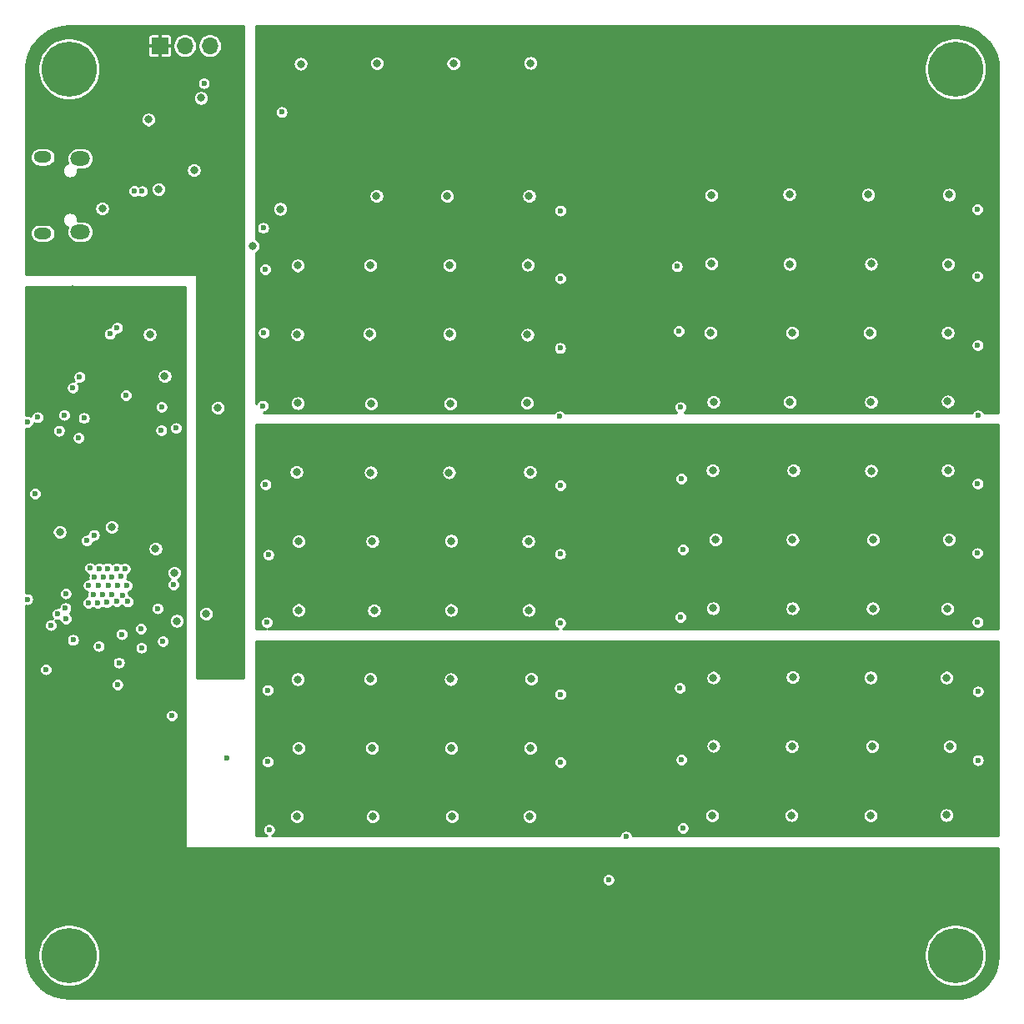
<source format=gbr>
G04 #@! TF.GenerationSoftware,KiCad,Pcbnew,5.1.5+dfsg1-2build2*
G04 #@! TF.CreationDate,2021-01-24T21:22:00+01:00*
G04 #@! TF.ProjectId,Logic_panel_v1_1,4c6f6769-635f-4706-916e-656c5f76315f,rev?*
G04 #@! TF.SameCoordinates,Original*
G04 #@! TF.FileFunction,Copper,L2,Inr*
G04 #@! TF.FilePolarity,Positive*
%FSLAX46Y46*%
G04 Gerber Fmt 4.6, Leading zero omitted, Abs format (unit mm)*
G04 Created by KiCad (PCBNEW 5.1.5+dfsg1-2build2) date 2021-01-24 21:22:01*
%MOMM*%
%LPD*%
G04 APERTURE LIST*
G04 #@! TA.AperFunction,ViaPad*
%ADD10C,5.600000*%
G04 #@! TD*
G04 #@! TA.AperFunction,ViaPad*
%ADD11R,1.700000X1.700000*%
G04 #@! TD*
G04 #@! TA.AperFunction,ViaPad*
%ADD12O,1.700000X1.700000*%
G04 #@! TD*
G04 #@! TA.AperFunction,ViaPad*
%ADD13O,2.000000X1.450000*%
G04 #@! TD*
G04 #@! TA.AperFunction,ViaPad*
%ADD14O,1.800000X1.150000*%
G04 #@! TD*
G04 #@! TA.AperFunction,ViaPad*
%ADD15C,0.800000*%
G04 #@! TD*
G04 #@! TA.AperFunction,ViaPad*
%ADD16C,0.600000*%
G04 #@! TD*
G04 #@! TA.AperFunction,Conductor*
%ADD17C,0.254000*%
G04 #@! TD*
G04 APERTURE END LIST*
D10*
G04 #@! TO.N,N/C*
G04 #@! TO.C,H1*
X55000001Y-145000001D03*
G04 #@! TD*
G04 #@! TO.N,N/C*
G04 #@! TO.C,H2*
X145000001Y-55000001D03*
G04 #@! TD*
G04 #@! TO.N,N/C*
G04 #@! TO.C,H3*
X55000001Y-55000001D03*
G04 #@! TD*
G04 #@! TO.N,N/C*
G04 #@! TO.C,H4*
X145000001Y-145000001D03*
G04 #@! TD*
D11*
G04 #@! TO.N,Board_1-+5V*
G04 #@! TO.C,SW1*
X64220001Y-52640001D03*
D12*
G04 #@! TO.N,Board_1-Net-(D92-Pad2)*
X66760001Y-52640001D03*
G04 #@! TO.N,Board_1-Net-(SW1-Pad3)*
X69300001Y-52640001D03*
G04 #@! TD*
D13*
G04 #@! TO.N,Board_1-Net-(J1-Pad6)*
G04 #@! TO.C,J1*
X56140001Y-64095001D03*
X56140001Y-71545001D03*
D14*
X52340001Y-63945001D03*
X52340001Y-71695001D03*
G04 #@! TD*
D15*
G04 #@! TO.N,Board_1-+3V3*
X55390001Y-77390001D03*
X54200001Y-100920001D03*
D16*
X105740001Y-137700001D03*
X97870001Y-137670001D03*
D15*
X57250001Y-97340001D03*
X62790001Y-111020001D03*
X53870001Y-106610001D03*
X64910001Y-105290001D03*
X60321722Y-101700334D03*
X65900001Y-86420001D03*
X63170001Y-80930001D03*
G04 #@! TO.N,Board_1-+5V*
X69110001Y-61570001D03*
X57890001Y-74190001D03*
X65130001Y-60140001D03*
X70100001Y-93220001D03*
X69920001Y-115220001D03*
D16*
G04 #@! TO.N,Board_1-/herni_LED.sch/10.sch/DATA_IN*
X104900001Y-125400001D03*
X75320001Y-132250001D03*
G04 #@! TO.N,Board_1-/herni_LED.sch/2.sch/DATA_IN*
X104890001Y-69390001D03*
X74930001Y-75360001D03*
G04 #@! TO.N,Board_1-/herni_LED.sch/3.sch/DATA_IN*
X104880001Y-76260001D03*
X74790001Y-81780001D03*
G04 #@! TO.N,Board_1-/herni_LED.sch/4.ch/DATA_IN*
X104860001Y-83350001D03*
X74660001Y-89200001D03*
G04 #@! TO.N,Board_1-/herni_LED.sch/5.sch/DATA_IN*
X104830001Y-90270001D03*
X74960001Y-97190001D03*
G04 #@! TO.N,Board_1-/herni_LED.sch/6.sch/DATA_IN*
X104890001Y-97280001D03*
X75240001Y-104340001D03*
G04 #@! TO.N,Board_1-/herni_LED.sch/7.sch/DATA_IN*
X104870001Y-104250001D03*
X75090001Y-111200001D03*
G04 #@! TO.N,Board_1-/herni_LED.sch/8.sch/DATA_IN*
X104870001Y-111250001D03*
X75190001Y-118070001D03*
G04 #@! TO.N,Board_1-/herni_LED.sch/9.sch/DATA_IN*
X104900001Y-118490001D03*
X75190001Y-125340001D03*
G04 #@! TO.N,Board_1-/hodnoceni_LED.sch/10.sch/DATA_IN*
X147280001Y-125180001D03*
X117320001Y-132080001D03*
G04 #@! TO.N,Board_1-/hodnoceni_LED.sch/2.sch/DATA_IN*
X147240001Y-69270001D03*
X116730001Y-75050001D03*
G04 #@! TO.N,Board_1-/hodnoceni_LED.sch/3.sch/DATA_IN*
X147230001Y-76050001D03*
X116910001Y-81610001D03*
G04 #@! TO.N,Board_1-/hodnoceni_LED.sch/4.ch/DATA_IN*
X147270001Y-83070001D03*
X117100001Y-89350001D03*
G04 #@! TO.N,Board_1-/hodnoceni_LED.sch/5.sch/DATA_IN*
X147280001Y-90200001D03*
X117170001Y-96600001D03*
G04 #@! TO.N,Board_1-/hodnoceni_LED.sch/6.sch/DATA_IN*
X147270001Y-97100001D03*
X117330001Y-103800001D03*
G04 #@! TO.N,Board_1-/hodnoceni_LED.sch/7.sch/DATA_IN*
X147240001Y-104160001D03*
X117100001Y-110670001D03*
G04 #@! TO.N,Board_1-/hodnoceni_LED.sch/8.sch/DATA_IN*
X147270001Y-111170001D03*
X117030001Y-117860001D03*
G04 #@! TO.N,Board_1-/hodnoceni_LED.sch/9.sch/DATA_IN*
X147280001Y-118210001D03*
X117190001Y-125150001D03*
G04 #@! TO.N,Board_1-BARVA_1*
X59920001Y-117520001D03*
X55410001Y-112980001D03*
G04 #@! TO.N,Board_1-BARVA_4*
X56810001Y-102900001D03*
X60350001Y-112400001D03*
G04 #@! TO.N,Board_1-BARVA_5*
X57540001Y-102320001D03*
X62350001Y-113770001D03*
G04 #@! TO.N,Board_1-BARVA_6*
X64540001Y-113110001D03*
X63990001Y-109780001D03*
G04 #@! TO.N,Board_1-BTN_END*
X53160001Y-111480001D03*
X52655001Y-115975001D03*
G04 #@! TO.N,Board_1-BTN_ENTER*
X60070001Y-115290001D03*
X65449999Y-120670001D03*
G04 #@! TO.N,Board_1-BTN_NEW_GAME*
X58030001Y-113599999D03*
X111555001Y-132950001D03*
X109780001Y-137325001D03*
X71055001Y-124950001D03*
G04 #@! TO.N,Board_1-DATA_herni_LED*
X62290001Y-111845001D03*
X74718001Y-71148001D03*
G04 #@! TO.N,Board_1-DATA_zadani_LED*
X76600001Y-59390001D03*
X65600001Y-107360001D03*
G04 #@! TO.N,Board_1-GND*
X56970001Y-109210001D03*
X57920001Y-109220001D03*
X58840001Y-109160001D03*
X57490001Y-108410001D03*
X58440001Y-108380001D03*
X59380001Y-108350001D03*
X59850001Y-109070001D03*
X60940001Y-109090001D03*
X60410001Y-108420001D03*
X60880001Y-107470001D03*
X59950001Y-107470001D03*
X58970001Y-107420001D03*
X57990001Y-107450001D03*
X57010001Y-107450001D03*
X57600001Y-106630001D03*
X58470001Y-106590001D03*
X59370001Y-106590001D03*
X60270001Y-106540001D03*
X60670001Y-105730001D03*
X59870001Y-105720001D03*
X58940001Y-105710001D03*
X58070001Y-105720001D03*
X57130001Y-105680001D03*
D15*
X76460001Y-69220001D03*
X86220001Y-67910001D03*
X93400001Y-67920001D03*
X101710001Y-67920001D03*
X73680001Y-72980001D03*
X78210001Y-74960001D03*
X85590001Y-74920001D03*
X93650001Y-74930001D03*
X101570001Y-74900001D03*
X78180001Y-81930001D03*
X85500001Y-81900001D03*
X93620001Y-81910001D03*
X101550001Y-81990001D03*
X101490001Y-88920001D03*
X93700001Y-88990001D03*
X85680001Y-89000001D03*
X78250001Y-88940001D03*
X78100001Y-95950001D03*
X85630001Y-95970001D03*
X93580001Y-95970001D03*
X101810001Y-95950001D03*
X101640001Y-102950001D03*
X93810001Y-102920001D03*
X85800001Y-102950001D03*
X78300001Y-102970001D03*
X78300001Y-109950001D03*
X85980001Y-109970001D03*
X93780001Y-109950001D03*
X101700001Y-109950001D03*
X78220001Y-116970001D03*
X85590001Y-116950001D03*
X93760001Y-116960001D03*
X101940001Y-116930001D03*
X101820001Y-123950001D03*
X93820001Y-123970001D03*
X85780001Y-123940001D03*
X78320001Y-123960001D03*
X78150001Y-130900001D03*
X85830001Y-130920001D03*
X93880001Y-130900001D03*
X101750001Y-130870001D03*
X78530001Y-54490001D03*
X86280001Y-54420001D03*
X94030001Y-54440001D03*
X101870001Y-54400001D03*
X67690001Y-65270001D03*
X63080001Y-60140001D03*
X120210001Y-67830001D03*
X128140001Y-67750001D03*
X136140001Y-67770001D03*
X144370001Y-67770001D03*
X144250001Y-74820001D03*
X136440001Y-74800001D03*
X128180001Y-74810001D03*
X120240001Y-74760001D03*
X120120001Y-81780001D03*
X128410001Y-81800001D03*
X136290001Y-81800001D03*
X144230001Y-81810001D03*
X144220001Y-88760001D03*
X136430001Y-88810001D03*
X128200001Y-88800001D03*
X120440001Y-88840001D03*
X120350001Y-95760001D03*
X128550001Y-95750001D03*
X136440001Y-95800001D03*
X144230001Y-95740001D03*
X144330001Y-102760001D03*
X136630001Y-102800001D03*
X120620001Y-102790001D03*
X128460001Y-102810001D03*
X120410001Y-109760001D03*
X128460001Y-109780001D03*
X136610001Y-109780001D03*
X144190001Y-109810001D03*
X144110001Y-116810001D03*
X136390001Y-116800001D03*
X128480001Y-116780001D03*
X120420001Y-116810001D03*
X120420001Y-123740001D03*
X128400001Y-123770001D03*
X136540001Y-123760001D03*
X144440001Y-123790001D03*
X144080001Y-130760001D03*
X136380001Y-130820001D03*
X128370001Y-130780001D03*
X120310001Y-130800001D03*
X68400001Y-57950001D03*
X64710001Y-86200001D03*
X58380001Y-69180001D03*
X64100001Y-67200001D03*
X65950001Y-111050001D03*
X63780001Y-103740001D03*
X54066001Y-101996001D03*
X68928849Y-110323511D03*
D16*
X53840001Y-110345001D03*
D15*
X65690001Y-106150001D03*
X59340001Y-101510001D03*
X63200001Y-81930001D03*
X70120001Y-89420001D03*
D16*
G04 #@! TO.N,Board_1-IO0*
X60770001Y-88130001D03*
X64380001Y-91680001D03*
X51560001Y-98130001D03*
X64390001Y-89310001D03*
X50774947Y-108840001D03*
X54642356Y-109759201D03*
G04 #@! TO.N,Board_1-Net-(D7-Pad2)*
X62420001Y-67420001D03*
X59890001Y-81280001D03*
G04 #@! TO.N,Board_1-Net-(D8-Pad2)*
X61620283Y-67398676D03*
X59150003Y-81910001D03*
G04 #@! TO.N,Board_1-Net-(R8-Pad2)*
X51820001Y-90380001D03*
X53990001Y-91740001D03*
G04 #@! TO.N,Board_1-Net-(R9-Pad2)*
X50810001Y-90840001D03*
X55990001Y-92450001D03*
G04 #@! TO.N,Board_1-RX_ESP*
X56080001Y-86270001D03*
X56510001Y-90450001D03*
G04 #@! TO.N,Board_1-TX_ESP*
X55390001Y-87360001D03*
X54520001Y-90140001D03*
D15*
G04 #@! TO.N,Board_1-V_LED_1*
X80600001Y-52550001D03*
X88570001Y-52610001D03*
X96140001Y-52590001D03*
X106770001Y-57590001D03*
X80890001Y-66040001D03*
X88220001Y-66080001D03*
X96360001Y-66000001D03*
X104530001Y-66060001D03*
X80500001Y-73080001D03*
X88510001Y-73020001D03*
X96310001Y-73060001D03*
X104710001Y-73020001D03*
X80720001Y-80070001D03*
X88580001Y-80030001D03*
X96690001Y-80030001D03*
X104710001Y-80030001D03*
X80570001Y-87060001D03*
X88300001Y-87050001D03*
X96270001Y-87030001D03*
X104450001Y-87100001D03*
X122420001Y-65900001D03*
X130690001Y-65860001D03*
X138510001Y-65880001D03*
X146370001Y-65930001D03*
X139050001Y-72920001D03*
X146620001Y-72870001D03*
X130780001Y-72870001D03*
X122920001Y-72870001D03*
X122860001Y-79900001D03*
X130730001Y-79860001D03*
X138850001Y-79840001D03*
X146930001Y-79900001D03*
X123050001Y-86850001D03*
X130820001Y-86870001D03*
X139230001Y-86870001D03*
X146910001Y-86900001D03*
X75750001Y-63030001D03*
G04 #@! TO.N,Board_1-V_LED_2*
X80700001Y-94110001D03*
X88580001Y-94030001D03*
X96430001Y-94060001D03*
X80510001Y-108070001D03*
X104490001Y-94040001D03*
X104160001Y-101010001D03*
X96300001Y-101070001D03*
X104250001Y-108060001D03*
X96260001Y-108040001D03*
X88320001Y-108060001D03*
X88170001Y-101020001D03*
X80440001Y-101040001D03*
X123070001Y-93840001D03*
X131090001Y-93880001D03*
X139090001Y-93840001D03*
X146820001Y-93820001D03*
X146710001Y-100920001D03*
X138810001Y-100870001D03*
X131270001Y-100890001D03*
X123100001Y-100880001D03*
X123390001Y-107880001D03*
X130930001Y-107870001D03*
X139250001Y-107930001D03*
X146880001Y-107910001D03*
X74670001Y-92960001D03*
G04 #@! TO.N,Board_1-V_LED_3*
X80230001Y-115060001D03*
X88650001Y-115100001D03*
X96290001Y-115060001D03*
X104490001Y-115090001D03*
X80400001Y-122030001D03*
X88330001Y-122030001D03*
X96270001Y-122070001D03*
X104430001Y-122070001D03*
X80310001Y-129060001D03*
X88410001Y-129060001D03*
X96410001Y-129090001D03*
X104390001Y-129050001D03*
X122820001Y-114850001D03*
X130340001Y-114860001D03*
X138710001Y-114880001D03*
X146630001Y-114840001D03*
X146820001Y-121880001D03*
X138570001Y-121910001D03*
X123180001Y-121910001D03*
X131340001Y-121900001D03*
X122380001Y-128870001D03*
X131050001Y-128880001D03*
X138960001Y-128900001D03*
X147390001Y-128860001D03*
X74740001Y-116090001D03*
D16*
G04 #@! TO.N,Board_1-ZAPINANI_1_CAST_LED*
X68700001Y-56450001D03*
X54664001Y-108266001D03*
G04 #@! TO.N,Board_1-ZAPINANI_2_CAST_LED*
X65860001Y-91470001D03*
X54700001Y-110830001D03*
G04 #@! TD*
D17*
G04 #@! TO.N,Board_1-+3V3*
G36*
X66753001Y-134000001D02*
G01*
X66755441Y-134024777D01*
X66762668Y-134048602D01*
X66774404Y-134070558D01*
X66790198Y-134089804D01*
X66809444Y-134105598D01*
X66831400Y-134117334D01*
X66855225Y-134124561D01*
X66880001Y-134127001D01*
X149373002Y-134127001D01*
X149373002Y-144972064D01*
X149301435Y-145773951D01*
X149096400Y-146523436D01*
X148761879Y-147224774D01*
X148308455Y-147855780D01*
X147750450Y-148396524D01*
X147105508Y-148829907D01*
X146394016Y-149142230D01*
X145633633Y-149324782D01*
X144977013Y-149373001D01*
X55027927Y-149373001D01*
X54226051Y-149301435D01*
X53476566Y-149096400D01*
X52775228Y-148761879D01*
X52144222Y-148308455D01*
X51603478Y-147750450D01*
X51170095Y-147105508D01*
X50857772Y-146394016D01*
X50675220Y-145633633D01*
X50627001Y-144977013D01*
X50627001Y-144687094D01*
X51823001Y-144687094D01*
X51823001Y-145312908D01*
X51945091Y-145926698D01*
X52184580Y-146504875D01*
X52532264Y-147025220D01*
X52974782Y-147467738D01*
X53495127Y-147815422D01*
X54073304Y-148054911D01*
X54687094Y-148177001D01*
X55312908Y-148177001D01*
X55926698Y-148054911D01*
X56504875Y-147815422D01*
X57025220Y-147467738D01*
X57467738Y-147025220D01*
X57815422Y-146504875D01*
X58054911Y-145926698D01*
X58177001Y-145312908D01*
X58177001Y-144687094D01*
X141823001Y-144687094D01*
X141823001Y-145312908D01*
X141945091Y-145926698D01*
X142184580Y-146504875D01*
X142532264Y-147025220D01*
X142974782Y-147467738D01*
X143495127Y-147815422D01*
X144073304Y-148054911D01*
X144687094Y-148177001D01*
X145312908Y-148177001D01*
X145926698Y-148054911D01*
X146504875Y-147815422D01*
X147025220Y-147467738D01*
X147467738Y-147025220D01*
X147815422Y-146504875D01*
X148054911Y-145926698D01*
X148177001Y-145312908D01*
X148177001Y-144687094D01*
X148054911Y-144073304D01*
X147815422Y-143495127D01*
X147467738Y-142974782D01*
X147025220Y-142532264D01*
X146504875Y-142184580D01*
X145926698Y-141945091D01*
X145312908Y-141823001D01*
X144687094Y-141823001D01*
X144073304Y-141945091D01*
X143495127Y-142184580D01*
X142974782Y-142532264D01*
X142532264Y-142974782D01*
X142184580Y-143495127D01*
X141945091Y-144073304D01*
X141823001Y-144687094D01*
X58177001Y-144687094D01*
X58054911Y-144073304D01*
X57815422Y-143495127D01*
X57467738Y-142974782D01*
X57025220Y-142532264D01*
X56504875Y-142184580D01*
X55926698Y-141945091D01*
X55312908Y-141823001D01*
X54687094Y-141823001D01*
X54073304Y-141945091D01*
X53495127Y-142184580D01*
X52974782Y-142532264D01*
X52532264Y-142974782D01*
X52184580Y-143495127D01*
X51945091Y-144073304D01*
X51823001Y-144687094D01*
X50627001Y-144687094D01*
X50627001Y-137258322D01*
X109103001Y-137258322D01*
X109103001Y-137391680D01*
X109129017Y-137522475D01*
X109180051Y-137645681D01*
X109254141Y-137756564D01*
X109348438Y-137850861D01*
X109459321Y-137924951D01*
X109582527Y-137975985D01*
X109713322Y-138002001D01*
X109846680Y-138002001D01*
X109977475Y-137975985D01*
X110100681Y-137924951D01*
X110211564Y-137850861D01*
X110305861Y-137756564D01*
X110379951Y-137645681D01*
X110430985Y-137522475D01*
X110457001Y-137391680D01*
X110457001Y-137258322D01*
X110430985Y-137127527D01*
X110379951Y-137004321D01*
X110305861Y-136893438D01*
X110211564Y-136799141D01*
X110100681Y-136725051D01*
X109977475Y-136674017D01*
X109846680Y-136648001D01*
X109713322Y-136648001D01*
X109582527Y-136674017D01*
X109459321Y-136725051D01*
X109348438Y-136799141D01*
X109254141Y-136893438D01*
X109180051Y-137004321D01*
X109129017Y-137127527D01*
X109103001Y-137258322D01*
X50627001Y-137258322D01*
X50627001Y-120603322D01*
X64772999Y-120603322D01*
X64772999Y-120736680D01*
X64799015Y-120867475D01*
X64850049Y-120990681D01*
X64924139Y-121101564D01*
X65018436Y-121195861D01*
X65129319Y-121269951D01*
X65252525Y-121320985D01*
X65383320Y-121347001D01*
X65516678Y-121347001D01*
X65647473Y-121320985D01*
X65770679Y-121269951D01*
X65881562Y-121195861D01*
X65975859Y-121101564D01*
X66049949Y-120990681D01*
X66100983Y-120867475D01*
X66126999Y-120736680D01*
X66126999Y-120603322D01*
X66100983Y-120472527D01*
X66049949Y-120349321D01*
X65975859Y-120238438D01*
X65881562Y-120144141D01*
X65770679Y-120070051D01*
X65647473Y-120019017D01*
X65516678Y-119993001D01*
X65383320Y-119993001D01*
X65252525Y-120019017D01*
X65129319Y-120070051D01*
X65018436Y-120144141D01*
X64924139Y-120238438D01*
X64850049Y-120349321D01*
X64799015Y-120472527D01*
X64772999Y-120603322D01*
X50627001Y-120603322D01*
X50627001Y-117453322D01*
X59243001Y-117453322D01*
X59243001Y-117586680D01*
X59269017Y-117717475D01*
X59320051Y-117840681D01*
X59394141Y-117951564D01*
X59488438Y-118045861D01*
X59599321Y-118119951D01*
X59722527Y-118170985D01*
X59853322Y-118197001D01*
X59986680Y-118197001D01*
X60117475Y-118170985D01*
X60240681Y-118119951D01*
X60351564Y-118045861D01*
X60445861Y-117951564D01*
X60519951Y-117840681D01*
X60570985Y-117717475D01*
X60597001Y-117586680D01*
X60597001Y-117453322D01*
X60570985Y-117322527D01*
X60519951Y-117199321D01*
X60445861Y-117088438D01*
X60351564Y-116994141D01*
X60240681Y-116920051D01*
X60117475Y-116869017D01*
X59986680Y-116843001D01*
X59853322Y-116843001D01*
X59722527Y-116869017D01*
X59599321Y-116920051D01*
X59488438Y-116994141D01*
X59394141Y-117088438D01*
X59320051Y-117199321D01*
X59269017Y-117322527D01*
X59243001Y-117453322D01*
X50627001Y-117453322D01*
X50627001Y-115908322D01*
X51978001Y-115908322D01*
X51978001Y-116041680D01*
X52004017Y-116172475D01*
X52055051Y-116295681D01*
X52129141Y-116406564D01*
X52223438Y-116500861D01*
X52334321Y-116574951D01*
X52457527Y-116625985D01*
X52588322Y-116652001D01*
X52721680Y-116652001D01*
X52852475Y-116625985D01*
X52975681Y-116574951D01*
X53086564Y-116500861D01*
X53180861Y-116406564D01*
X53254951Y-116295681D01*
X53305985Y-116172475D01*
X53332001Y-116041680D01*
X53332001Y-115908322D01*
X53305985Y-115777527D01*
X53254951Y-115654321D01*
X53180861Y-115543438D01*
X53086564Y-115449141D01*
X52975681Y-115375051D01*
X52852475Y-115324017D01*
X52721680Y-115298001D01*
X52588322Y-115298001D01*
X52457527Y-115324017D01*
X52334321Y-115375051D01*
X52223438Y-115449141D01*
X52129141Y-115543438D01*
X52055051Y-115654321D01*
X52004017Y-115777527D01*
X51978001Y-115908322D01*
X50627001Y-115908322D01*
X50627001Y-115223322D01*
X59393001Y-115223322D01*
X59393001Y-115356680D01*
X59419017Y-115487475D01*
X59470051Y-115610681D01*
X59544141Y-115721564D01*
X59638438Y-115815861D01*
X59749321Y-115889951D01*
X59872527Y-115940985D01*
X60003322Y-115967001D01*
X60136680Y-115967001D01*
X60267475Y-115940985D01*
X60390681Y-115889951D01*
X60501564Y-115815861D01*
X60595861Y-115721564D01*
X60669951Y-115610681D01*
X60720985Y-115487475D01*
X60747001Y-115356680D01*
X60747001Y-115223322D01*
X60720985Y-115092527D01*
X60669951Y-114969321D01*
X60595861Y-114858438D01*
X60501564Y-114764141D01*
X60390681Y-114690051D01*
X60267475Y-114639017D01*
X60136680Y-114613001D01*
X60003322Y-114613001D01*
X59872527Y-114639017D01*
X59749321Y-114690051D01*
X59638438Y-114764141D01*
X59544141Y-114858438D01*
X59470051Y-114969321D01*
X59419017Y-115092527D01*
X59393001Y-115223322D01*
X50627001Y-115223322D01*
X50627001Y-112913322D01*
X54733001Y-112913322D01*
X54733001Y-113046680D01*
X54759017Y-113177475D01*
X54810051Y-113300681D01*
X54884141Y-113411564D01*
X54978438Y-113505861D01*
X55089321Y-113579951D01*
X55212527Y-113630985D01*
X55343322Y-113657001D01*
X55476680Y-113657001D01*
X55607475Y-113630985D01*
X55730681Y-113579951D01*
X55800468Y-113533320D01*
X57353001Y-113533320D01*
X57353001Y-113666678D01*
X57379017Y-113797473D01*
X57430051Y-113920679D01*
X57504141Y-114031562D01*
X57598438Y-114125859D01*
X57709321Y-114199949D01*
X57832527Y-114250983D01*
X57963322Y-114276999D01*
X58096680Y-114276999D01*
X58227475Y-114250983D01*
X58350681Y-114199949D01*
X58461564Y-114125859D01*
X58555861Y-114031562D01*
X58629951Y-113920679D01*
X58680985Y-113797473D01*
X58699712Y-113703322D01*
X61673001Y-113703322D01*
X61673001Y-113836680D01*
X61699017Y-113967475D01*
X61750051Y-114090681D01*
X61824141Y-114201564D01*
X61918438Y-114295861D01*
X62029321Y-114369951D01*
X62152527Y-114420985D01*
X62283322Y-114447001D01*
X62416680Y-114447001D01*
X62547475Y-114420985D01*
X62670681Y-114369951D01*
X62781564Y-114295861D01*
X62875861Y-114201564D01*
X62949951Y-114090681D01*
X63000985Y-113967475D01*
X63027001Y-113836680D01*
X63027001Y-113703322D01*
X63000985Y-113572527D01*
X62949951Y-113449321D01*
X62875861Y-113338438D01*
X62781564Y-113244141D01*
X62670681Y-113170051D01*
X62547475Y-113119017D01*
X62416680Y-113093001D01*
X62283322Y-113093001D01*
X62152527Y-113119017D01*
X62029321Y-113170051D01*
X61918438Y-113244141D01*
X61824141Y-113338438D01*
X61750051Y-113449321D01*
X61699017Y-113572527D01*
X61673001Y-113703322D01*
X58699712Y-113703322D01*
X58707001Y-113666678D01*
X58707001Y-113533320D01*
X58680985Y-113402525D01*
X58629951Y-113279319D01*
X58555861Y-113168436D01*
X58461564Y-113074139D01*
X58350681Y-113000049D01*
X58227475Y-112949015D01*
X58096680Y-112922999D01*
X57963322Y-112922999D01*
X57832527Y-112949015D01*
X57709321Y-113000049D01*
X57598438Y-113074139D01*
X57504141Y-113168436D01*
X57430051Y-113279319D01*
X57379017Y-113402525D01*
X57353001Y-113533320D01*
X55800468Y-113533320D01*
X55841564Y-113505861D01*
X55935861Y-113411564D01*
X56009951Y-113300681D01*
X56060985Y-113177475D01*
X56087001Y-113046680D01*
X56087001Y-112913322D01*
X56060985Y-112782527D01*
X56009951Y-112659321D01*
X55935861Y-112548438D01*
X55841564Y-112454141D01*
X55730681Y-112380051D01*
X55617869Y-112333322D01*
X59673001Y-112333322D01*
X59673001Y-112466680D01*
X59699017Y-112597475D01*
X59750051Y-112720681D01*
X59824141Y-112831564D01*
X59918438Y-112925861D01*
X60029321Y-112999951D01*
X60152527Y-113050985D01*
X60283322Y-113077001D01*
X60416680Y-113077001D01*
X60547475Y-113050985D01*
X60565974Y-113043322D01*
X63863001Y-113043322D01*
X63863001Y-113176680D01*
X63889017Y-113307475D01*
X63940051Y-113430681D01*
X64014141Y-113541564D01*
X64108438Y-113635861D01*
X64219321Y-113709951D01*
X64342527Y-113760985D01*
X64473322Y-113787001D01*
X64606680Y-113787001D01*
X64737475Y-113760985D01*
X64860681Y-113709951D01*
X64971564Y-113635861D01*
X65065861Y-113541564D01*
X65139951Y-113430681D01*
X65190985Y-113307475D01*
X65217001Y-113176680D01*
X65217001Y-113043322D01*
X65190985Y-112912527D01*
X65139951Y-112789321D01*
X65065861Y-112678438D01*
X64971564Y-112584141D01*
X64860681Y-112510051D01*
X64737475Y-112459017D01*
X64606680Y-112433001D01*
X64473322Y-112433001D01*
X64342527Y-112459017D01*
X64219321Y-112510051D01*
X64108438Y-112584141D01*
X64014141Y-112678438D01*
X63940051Y-112789321D01*
X63889017Y-112912527D01*
X63863001Y-113043322D01*
X60565974Y-113043322D01*
X60670681Y-112999951D01*
X60781564Y-112925861D01*
X60875861Y-112831564D01*
X60949951Y-112720681D01*
X61000985Y-112597475D01*
X61027001Y-112466680D01*
X61027001Y-112333322D01*
X61000985Y-112202527D01*
X60949951Y-112079321D01*
X60875861Y-111968438D01*
X60781564Y-111874141D01*
X60670681Y-111800051D01*
X60618223Y-111778322D01*
X61613001Y-111778322D01*
X61613001Y-111911680D01*
X61639017Y-112042475D01*
X61690051Y-112165681D01*
X61764141Y-112276564D01*
X61858438Y-112370861D01*
X61969321Y-112444951D01*
X62092527Y-112495985D01*
X62223322Y-112522001D01*
X62356680Y-112522001D01*
X62487475Y-112495985D01*
X62610681Y-112444951D01*
X62721564Y-112370861D01*
X62815861Y-112276564D01*
X62889951Y-112165681D01*
X62940985Y-112042475D01*
X62967001Y-111911680D01*
X62967001Y-111778322D01*
X62940985Y-111647527D01*
X62889951Y-111524321D01*
X62815861Y-111413438D01*
X62721564Y-111319141D01*
X62610681Y-111245051D01*
X62487475Y-111194017D01*
X62356680Y-111168001D01*
X62223322Y-111168001D01*
X62092527Y-111194017D01*
X61969321Y-111245051D01*
X61858438Y-111319141D01*
X61764141Y-111413438D01*
X61690051Y-111524321D01*
X61639017Y-111647527D01*
X61613001Y-111778322D01*
X60618223Y-111778322D01*
X60547475Y-111749017D01*
X60416680Y-111723001D01*
X60283322Y-111723001D01*
X60152527Y-111749017D01*
X60029321Y-111800051D01*
X59918438Y-111874141D01*
X59824141Y-111968438D01*
X59750051Y-112079321D01*
X59699017Y-112202527D01*
X59673001Y-112333322D01*
X55617869Y-112333322D01*
X55607475Y-112329017D01*
X55476680Y-112303001D01*
X55343322Y-112303001D01*
X55212527Y-112329017D01*
X55089321Y-112380051D01*
X54978438Y-112454141D01*
X54884141Y-112548438D01*
X54810051Y-112659321D01*
X54759017Y-112782527D01*
X54733001Y-112913322D01*
X50627001Y-112913322D01*
X50627001Y-111413322D01*
X52483001Y-111413322D01*
X52483001Y-111546680D01*
X52509017Y-111677475D01*
X52560051Y-111800681D01*
X52634141Y-111911564D01*
X52728438Y-112005861D01*
X52839321Y-112079951D01*
X52962527Y-112130985D01*
X53093322Y-112157001D01*
X53226680Y-112157001D01*
X53357475Y-112130985D01*
X53480681Y-112079951D01*
X53591564Y-112005861D01*
X53685861Y-111911564D01*
X53759951Y-111800681D01*
X53810985Y-111677475D01*
X53837001Y-111546680D01*
X53837001Y-111413322D01*
X53810985Y-111282527D01*
X53759951Y-111159321D01*
X53685861Y-111048438D01*
X53626960Y-110989537D01*
X53642527Y-110995985D01*
X53773322Y-111022001D01*
X53906680Y-111022001D01*
X54037475Y-110995985D01*
X54042352Y-110993965D01*
X54049017Y-111027475D01*
X54100051Y-111150681D01*
X54174141Y-111261564D01*
X54268438Y-111355861D01*
X54379321Y-111429951D01*
X54502527Y-111480985D01*
X54633322Y-111507001D01*
X54766680Y-111507001D01*
X54897475Y-111480985D01*
X55020681Y-111429951D01*
X55131564Y-111355861D01*
X55225861Y-111261564D01*
X55299951Y-111150681D01*
X55350985Y-111027475D01*
X55361726Y-110973473D01*
X65173001Y-110973473D01*
X65173001Y-111126529D01*
X65202860Y-111276644D01*
X65261432Y-111418049D01*
X65346465Y-111545310D01*
X65454692Y-111653537D01*
X65581953Y-111738570D01*
X65723358Y-111797142D01*
X65873473Y-111827001D01*
X66026529Y-111827001D01*
X66176644Y-111797142D01*
X66318049Y-111738570D01*
X66445310Y-111653537D01*
X66553537Y-111545310D01*
X66638570Y-111418049D01*
X66697142Y-111276644D01*
X66727001Y-111126529D01*
X66727001Y-110973473D01*
X66697142Y-110823358D01*
X66638570Y-110681953D01*
X66553537Y-110554692D01*
X66445310Y-110446465D01*
X66318049Y-110361432D01*
X66176644Y-110302860D01*
X66026529Y-110273001D01*
X65873473Y-110273001D01*
X65723358Y-110302860D01*
X65581953Y-110361432D01*
X65454692Y-110446465D01*
X65346465Y-110554692D01*
X65261432Y-110681953D01*
X65202860Y-110823358D01*
X65173001Y-110973473D01*
X55361726Y-110973473D01*
X55377001Y-110896680D01*
X55377001Y-110763322D01*
X55350985Y-110632527D01*
X55299951Y-110509321D01*
X55225861Y-110398438D01*
X55131564Y-110304141D01*
X55085571Y-110273409D01*
X55168216Y-110190764D01*
X55242306Y-110079881D01*
X55293340Y-109956675D01*
X55319356Y-109825880D01*
X55319356Y-109692522D01*
X55293340Y-109561727D01*
X55242306Y-109438521D01*
X55168216Y-109327638D01*
X55073919Y-109233341D01*
X54963036Y-109159251D01*
X54924581Y-109143322D01*
X56293001Y-109143322D01*
X56293001Y-109276680D01*
X56319017Y-109407475D01*
X56370051Y-109530681D01*
X56444141Y-109641564D01*
X56538438Y-109735861D01*
X56649321Y-109809951D01*
X56772527Y-109860985D01*
X56903322Y-109887001D01*
X57036680Y-109887001D01*
X57167475Y-109860985D01*
X57290681Y-109809951D01*
X57401564Y-109735861D01*
X57440001Y-109697424D01*
X57488438Y-109745861D01*
X57599321Y-109819951D01*
X57722527Y-109870985D01*
X57853322Y-109897001D01*
X57986680Y-109897001D01*
X58117475Y-109870985D01*
X58240681Y-109819951D01*
X58351564Y-109745861D01*
X58410312Y-109687113D01*
X58519321Y-109759951D01*
X58642527Y-109810985D01*
X58773322Y-109837001D01*
X58906680Y-109837001D01*
X59037475Y-109810985D01*
X59160681Y-109759951D01*
X59271564Y-109685861D01*
X59365861Y-109591564D01*
X59385199Y-109562622D01*
X59418438Y-109595861D01*
X59529321Y-109669951D01*
X59652527Y-109720985D01*
X59783322Y-109747001D01*
X59916680Y-109747001D01*
X60047475Y-109720985D01*
X60170681Y-109669951D01*
X60281564Y-109595861D01*
X60375861Y-109501564D01*
X60388319Y-109482919D01*
X60414141Y-109521564D01*
X60508438Y-109615861D01*
X60619321Y-109689951D01*
X60742527Y-109740985D01*
X60873322Y-109767001D01*
X61006680Y-109767001D01*
X61137475Y-109740985D01*
X61204258Y-109713322D01*
X63313001Y-109713322D01*
X63313001Y-109846680D01*
X63339017Y-109977475D01*
X63390051Y-110100681D01*
X63464141Y-110211564D01*
X63558438Y-110305861D01*
X63669321Y-110379951D01*
X63792527Y-110430985D01*
X63923322Y-110457001D01*
X64056680Y-110457001D01*
X64187475Y-110430985D01*
X64310681Y-110379951D01*
X64421564Y-110305861D01*
X64515861Y-110211564D01*
X64589951Y-110100681D01*
X64640985Y-109977475D01*
X64667001Y-109846680D01*
X64667001Y-109713322D01*
X64640985Y-109582527D01*
X64589951Y-109459321D01*
X64515861Y-109348438D01*
X64421564Y-109254141D01*
X64310681Y-109180051D01*
X64187475Y-109129017D01*
X64056680Y-109103001D01*
X63923322Y-109103001D01*
X63792527Y-109129017D01*
X63669321Y-109180051D01*
X63558438Y-109254141D01*
X63464141Y-109348438D01*
X63390051Y-109459321D01*
X63339017Y-109582527D01*
X63313001Y-109713322D01*
X61204258Y-109713322D01*
X61260681Y-109689951D01*
X61371564Y-109615861D01*
X61465861Y-109521564D01*
X61539951Y-109410681D01*
X61590985Y-109287475D01*
X61617001Y-109156680D01*
X61617001Y-109023322D01*
X61590985Y-108892527D01*
X61539951Y-108769321D01*
X61465861Y-108658438D01*
X61371564Y-108564141D01*
X61260681Y-108490051D01*
X61137475Y-108439017D01*
X61087001Y-108428977D01*
X61087001Y-108353322D01*
X61060985Y-108222527D01*
X61023381Y-108131745D01*
X61077475Y-108120985D01*
X61200681Y-108069951D01*
X61311564Y-107995861D01*
X61405861Y-107901564D01*
X61479951Y-107790681D01*
X61530985Y-107667475D01*
X61557001Y-107536680D01*
X61557001Y-107403322D01*
X61530985Y-107272527D01*
X61479951Y-107149321D01*
X61405861Y-107038438D01*
X61311564Y-106944141D01*
X61200681Y-106870051D01*
X61077475Y-106819017D01*
X60946680Y-106793001D01*
X60897985Y-106793001D01*
X60920985Y-106737475D01*
X60947001Y-106606680D01*
X60947001Y-106473322D01*
X60923979Y-106357580D01*
X60990681Y-106329951D01*
X61101564Y-106255861D01*
X61195861Y-106161564D01*
X61254721Y-106073473D01*
X64913001Y-106073473D01*
X64913001Y-106226529D01*
X64942860Y-106376644D01*
X65001432Y-106518049D01*
X65086465Y-106645310D01*
X65194692Y-106753537D01*
X65241881Y-106785068D01*
X65168438Y-106834141D01*
X65074141Y-106928438D01*
X65000051Y-107039321D01*
X64949017Y-107162527D01*
X64923001Y-107293322D01*
X64923001Y-107426680D01*
X64949017Y-107557475D01*
X65000051Y-107680681D01*
X65074141Y-107791564D01*
X65168438Y-107885861D01*
X65279321Y-107959951D01*
X65402527Y-108010985D01*
X65533322Y-108037001D01*
X65666680Y-108037001D01*
X65797475Y-108010985D01*
X65920681Y-107959951D01*
X66031564Y-107885861D01*
X66125861Y-107791564D01*
X66199951Y-107680681D01*
X66250985Y-107557475D01*
X66277001Y-107426680D01*
X66277001Y-107293322D01*
X66250985Y-107162527D01*
X66199951Y-107039321D01*
X66125861Y-106928438D01*
X66042453Y-106845030D01*
X66058049Y-106838570D01*
X66185310Y-106753537D01*
X66293537Y-106645310D01*
X66378570Y-106518049D01*
X66437142Y-106376644D01*
X66467001Y-106226529D01*
X66467001Y-106073473D01*
X66437142Y-105923358D01*
X66378570Y-105781953D01*
X66293537Y-105654692D01*
X66185310Y-105546465D01*
X66058049Y-105461432D01*
X65916644Y-105402860D01*
X65766529Y-105373001D01*
X65613473Y-105373001D01*
X65463358Y-105402860D01*
X65321953Y-105461432D01*
X65194692Y-105546465D01*
X65086465Y-105654692D01*
X65001432Y-105781953D01*
X64942860Y-105923358D01*
X64913001Y-106073473D01*
X61254721Y-106073473D01*
X61269951Y-106050681D01*
X61320985Y-105927475D01*
X61347001Y-105796680D01*
X61347001Y-105663322D01*
X61320985Y-105532527D01*
X61269951Y-105409321D01*
X61195861Y-105298438D01*
X61101564Y-105204141D01*
X60990681Y-105130051D01*
X60867475Y-105079017D01*
X60736680Y-105053001D01*
X60603322Y-105053001D01*
X60472527Y-105079017D01*
X60349321Y-105130051D01*
X60277484Y-105178051D01*
X60190681Y-105120051D01*
X60067475Y-105069017D01*
X59936680Y-105043001D01*
X59803322Y-105043001D01*
X59672527Y-105069017D01*
X59549321Y-105120051D01*
X59438438Y-105194141D01*
X59410001Y-105222578D01*
X59371564Y-105184141D01*
X59260681Y-105110051D01*
X59137475Y-105059017D01*
X59006680Y-105033001D01*
X58873322Y-105033001D01*
X58742527Y-105059017D01*
X58619321Y-105110051D01*
X58508438Y-105184141D01*
X58499690Y-105192889D01*
X58390681Y-105120051D01*
X58267475Y-105069017D01*
X58136680Y-105043001D01*
X58003322Y-105043001D01*
X57872527Y-105069017D01*
X57749321Y-105120051D01*
X57638438Y-105194141D01*
X57620001Y-105212578D01*
X57561564Y-105154141D01*
X57450681Y-105080051D01*
X57327475Y-105029017D01*
X57196680Y-105003001D01*
X57063322Y-105003001D01*
X56932527Y-105029017D01*
X56809321Y-105080051D01*
X56698438Y-105154141D01*
X56604141Y-105248438D01*
X56530051Y-105359321D01*
X56479017Y-105482527D01*
X56453001Y-105613322D01*
X56453001Y-105746680D01*
X56479017Y-105877475D01*
X56530051Y-106000681D01*
X56604141Y-106111564D01*
X56698438Y-106205861D01*
X56809321Y-106279951D01*
X56932527Y-106330985D01*
X56986621Y-106341745D01*
X56949017Y-106432527D01*
X56923001Y-106563322D01*
X56923001Y-106696680D01*
X56938377Y-106773985D01*
X56812527Y-106799017D01*
X56689321Y-106850051D01*
X56578438Y-106924141D01*
X56484141Y-107018438D01*
X56410051Y-107129321D01*
X56359017Y-107252527D01*
X56333001Y-107383322D01*
X56333001Y-107516680D01*
X56359017Y-107647475D01*
X56410051Y-107770681D01*
X56484141Y-107881564D01*
X56578438Y-107975861D01*
X56689321Y-108049951D01*
X56812527Y-108100985D01*
X56879686Y-108114343D01*
X56839017Y-108212527D01*
X56813001Y-108343322D01*
X56813001Y-108476680D01*
X56827215Y-108548139D01*
X56772527Y-108559017D01*
X56649321Y-108610051D01*
X56538438Y-108684141D01*
X56444141Y-108778438D01*
X56370051Y-108889321D01*
X56319017Y-109012527D01*
X56293001Y-109143322D01*
X54924581Y-109143322D01*
X54839830Y-109108217D01*
X54709035Y-109082201D01*
X54575677Y-109082201D01*
X54444882Y-109108217D01*
X54321676Y-109159251D01*
X54210793Y-109233341D01*
X54116496Y-109327638D01*
X54042406Y-109438521D01*
X53991372Y-109561727D01*
X53967815Y-109680161D01*
X53906680Y-109668001D01*
X53773322Y-109668001D01*
X53642527Y-109694017D01*
X53519321Y-109745051D01*
X53408438Y-109819141D01*
X53314141Y-109913438D01*
X53240051Y-110024321D01*
X53189017Y-110147527D01*
X53163001Y-110278322D01*
X53163001Y-110411680D01*
X53189017Y-110542475D01*
X53240051Y-110665681D01*
X53314141Y-110776564D01*
X53373042Y-110835465D01*
X53357475Y-110829017D01*
X53226680Y-110803001D01*
X53093322Y-110803001D01*
X52962527Y-110829017D01*
X52839321Y-110880051D01*
X52728438Y-110954141D01*
X52634141Y-111048438D01*
X52560051Y-111159321D01*
X52509017Y-111282527D01*
X52483001Y-111413322D01*
X50627001Y-111413322D01*
X50627001Y-109500836D01*
X50708268Y-109517001D01*
X50841626Y-109517001D01*
X50972421Y-109490985D01*
X51095627Y-109439951D01*
X51206510Y-109365861D01*
X51300807Y-109271564D01*
X51374897Y-109160681D01*
X51425931Y-109037475D01*
X51451947Y-108906680D01*
X51451947Y-108773322D01*
X51425931Y-108642527D01*
X51374897Y-108519321D01*
X51300807Y-108408438D01*
X51206510Y-108314141D01*
X51095627Y-108240051D01*
X50997300Y-108199322D01*
X53987001Y-108199322D01*
X53987001Y-108332680D01*
X54013017Y-108463475D01*
X54064051Y-108586681D01*
X54138141Y-108697564D01*
X54232438Y-108791861D01*
X54343321Y-108865951D01*
X54466527Y-108916985D01*
X54597322Y-108943001D01*
X54730680Y-108943001D01*
X54861475Y-108916985D01*
X54984681Y-108865951D01*
X55095564Y-108791861D01*
X55189861Y-108697564D01*
X55263951Y-108586681D01*
X55314985Y-108463475D01*
X55341001Y-108332680D01*
X55341001Y-108199322D01*
X55314985Y-108068527D01*
X55263951Y-107945321D01*
X55189861Y-107834438D01*
X55095564Y-107740141D01*
X54984681Y-107666051D01*
X54861475Y-107615017D01*
X54730680Y-107589001D01*
X54597322Y-107589001D01*
X54466527Y-107615017D01*
X54343321Y-107666051D01*
X54232438Y-107740141D01*
X54138141Y-107834438D01*
X54064051Y-107945321D01*
X54013017Y-108068527D01*
X53987001Y-108199322D01*
X50997300Y-108199322D01*
X50972421Y-108189017D01*
X50841626Y-108163001D01*
X50708268Y-108163001D01*
X50627001Y-108179166D01*
X50627001Y-103663473D01*
X63003001Y-103663473D01*
X63003001Y-103816529D01*
X63032860Y-103966644D01*
X63091432Y-104108049D01*
X63176465Y-104235310D01*
X63284692Y-104343537D01*
X63411953Y-104428570D01*
X63553358Y-104487142D01*
X63703473Y-104517001D01*
X63856529Y-104517001D01*
X64006644Y-104487142D01*
X64148049Y-104428570D01*
X64275310Y-104343537D01*
X64383537Y-104235310D01*
X64468570Y-104108049D01*
X64527142Y-103966644D01*
X64557001Y-103816529D01*
X64557001Y-103663473D01*
X64527142Y-103513358D01*
X64468570Y-103371953D01*
X64383537Y-103244692D01*
X64275310Y-103136465D01*
X64148049Y-103051432D01*
X64006644Y-102992860D01*
X63856529Y-102963001D01*
X63703473Y-102963001D01*
X63553358Y-102992860D01*
X63411953Y-103051432D01*
X63284692Y-103136465D01*
X63176465Y-103244692D01*
X63091432Y-103371953D01*
X63032860Y-103513358D01*
X63003001Y-103663473D01*
X50627001Y-103663473D01*
X50627001Y-102833322D01*
X56133001Y-102833322D01*
X56133001Y-102966680D01*
X56159017Y-103097475D01*
X56210051Y-103220681D01*
X56284141Y-103331564D01*
X56378438Y-103425861D01*
X56489321Y-103499951D01*
X56612527Y-103550985D01*
X56743322Y-103577001D01*
X56876680Y-103577001D01*
X57007475Y-103550985D01*
X57130681Y-103499951D01*
X57241564Y-103425861D01*
X57335861Y-103331564D01*
X57409951Y-103220681D01*
X57460985Y-103097475D01*
X57480970Y-102997001D01*
X57606680Y-102997001D01*
X57737475Y-102970985D01*
X57860681Y-102919951D01*
X57971564Y-102845861D01*
X58065861Y-102751564D01*
X58139951Y-102640681D01*
X58190985Y-102517475D01*
X58217001Y-102386680D01*
X58217001Y-102253322D01*
X58190985Y-102122527D01*
X58139951Y-101999321D01*
X58065861Y-101888438D01*
X57971564Y-101794141D01*
X57860681Y-101720051D01*
X57737475Y-101669017D01*
X57606680Y-101643001D01*
X57473322Y-101643001D01*
X57342527Y-101669017D01*
X57219321Y-101720051D01*
X57108438Y-101794141D01*
X57014141Y-101888438D01*
X56940051Y-101999321D01*
X56889017Y-102122527D01*
X56869032Y-102223001D01*
X56743322Y-102223001D01*
X56612527Y-102249017D01*
X56489321Y-102300051D01*
X56378438Y-102374141D01*
X56284141Y-102468438D01*
X56210051Y-102579321D01*
X56159017Y-102702527D01*
X56133001Y-102833322D01*
X50627001Y-102833322D01*
X50627001Y-101919473D01*
X53289001Y-101919473D01*
X53289001Y-102072529D01*
X53318860Y-102222644D01*
X53377432Y-102364049D01*
X53462465Y-102491310D01*
X53570692Y-102599537D01*
X53697953Y-102684570D01*
X53839358Y-102743142D01*
X53989473Y-102773001D01*
X54142529Y-102773001D01*
X54292644Y-102743142D01*
X54434049Y-102684570D01*
X54561310Y-102599537D01*
X54669537Y-102491310D01*
X54754570Y-102364049D01*
X54813142Y-102222644D01*
X54843001Y-102072529D01*
X54843001Y-101919473D01*
X54813142Y-101769358D01*
X54754570Y-101627953D01*
X54669537Y-101500692D01*
X54602318Y-101433473D01*
X58563001Y-101433473D01*
X58563001Y-101586529D01*
X58592860Y-101736644D01*
X58651432Y-101878049D01*
X58736465Y-102005310D01*
X58844692Y-102113537D01*
X58971953Y-102198570D01*
X59113358Y-102257142D01*
X59263473Y-102287001D01*
X59416529Y-102287001D01*
X59566644Y-102257142D01*
X59708049Y-102198570D01*
X59835310Y-102113537D01*
X59943537Y-102005310D01*
X60028570Y-101878049D01*
X60087142Y-101736644D01*
X60117001Y-101586529D01*
X60117001Y-101433473D01*
X60087142Y-101283358D01*
X60028570Y-101141953D01*
X59943537Y-101014692D01*
X59835310Y-100906465D01*
X59708049Y-100821432D01*
X59566644Y-100762860D01*
X59416529Y-100733001D01*
X59263473Y-100733001D01*
X59113358Y-100762860D01*
X58971953Y-100821432D01*
X58844692Y-100906465D01*
X58736465Y-101014692D01*
X58651432Y-101141953D01*
X58592860Y-101283358D01*
X58563001Y-101433473D01*
X54602318Y-101433473D01*
X54561310Y-101392465D01*
X54434049Y-101307432D01*
X54292644Y-101248860D01*
X54142529Y-101219001D01*
X53989473Y-101219001D01*
X53839358Y-101248860D01*
X53697953Y-101307432D01*
X53570692Y-101392465D01*
X53462465Y-101500692D01*
X53377432Y-101627953D01*
X53318860Y-101769358D01*
X53289001Y-101919473D01*
X50627001Y-101919473D01*
X50627001Y-98063322D01*
X50883001Y-98063322D01*
X50883001Y-98196680D01*
X50909017Y-98327475D01*
X50960051Y-98450681D01*
X51034141Y-98561564D01*
X51128438Y-98655861D01*
X51239321Y-98729951D01*
X51362527Y-98780985D01*
X51493322Y-98807001D01*
X51626680Y-98807001D01*
X51757475Y-98780985D01*
X51880681Y-98729951D01*
X51991564Y-98655861D01*
X52085861Y-98561564D01*
X52159951Y-98450681D01*
X52210985Y-98327475D01*
X52237001Y-98196680D01*
X52237001Y-98063322D01*
X52210985Y-97932527D01*
X52159951Y-97809321D01*
X52085861Y-97698438D01*
X51991564Y-97604141D01*
X51880681Y-97530051D01*
X51757475Y-97479017D01*
X51626680Y-97453001D01*
X51493322Y-97453001D01*
X51362527Y-97479017D01*
X51239321Y-97530051D01*
X51128438Y-97604141D01*
X51034141Y-97698438D01*
X50960051Y-97809321D01*
X50909017Y-97932527D01*
X50883001Y-98063322D01*
X50627001Y-98063322D01*
X50627001Y-91673322D01*
X53313001Y-91673322D01*
X53313001Y-91806680D01*
X53339017Y-91937475D01*
X53390051Y-92060681D01*
X53464141Y-92171564D01*
X53558438Y-92265861D01*
X53669321Y-92339951D01*
X53792527Y-92390985D01*
X53923322Y-92417001D01*
X54056680Y-92417001D01*
X54187475Y-92390985D01*
X54205974Y-92383322D01*
X55313001Y-92383322D01*
X55313001Y-92516680D01*
X55339017Y-92647475D01*
X55390051Y-92770681D01*
X55464141Y-92881564D01*
X55558438Y-92975861D01*
X55669321Y-93049951D01*
X55792527Y-93100985D01*
X55923322Y-93127001D01*
X56056680Y-93127001D01*
X56187475Y-93100985D01*
X56310681Y-93049951D01*
X56421564Y-92975861D01*
X56515861Y-92881564D01*
X56589951Y-92770681D01*
X56640985Y-92647475D01*
X56667001Y-92516680D01*
X56667001Y-92383322D01*
X56640985Y-92252527D01*
X56589951Y-92129321D01*
X56515861Y-92018438D01*
X56421564Y-91924141D01*
X56310681Y-91850051D01*
X56187475Y-91799017D01*
X56056680Y-91773001D01*
X55923322Y-91773001D01*
X55792527Y-91799017D01*
X55669321Y-91850051D01*
X55558438Y-91924141D01*
X55464141Y-92018438D01*
X55390051Y-92129321D01*
X55339017Y-92252527D01*
X55313001Y-92383322D01*
X54205974Y-92383322D01*
X54310681Y-92339951D01*
X54421564Y-92265861D01*
X54515861Y-92171564D01*
X54589951Y-92060681D01*
X54640985Y-91937475D01*
X54667001Y-91806680D01*
X54667001Y-91673322D01*
X54655067Y-91613322D01*
X63703001Y-91613322D01*
X63703001Y-91746680D01*
X63729017Y-91877475D01*
X63780051Y-92000681D01*
X63854141Y-92111564D01*
X63948438Y-92205861D01*
X64059321Y-92279951D01*
X64182527Y-92330985D01*
X64313322Y-92357001D01*
X64446680Y-92357001D01*
X64577475Y-92330985D01*
X64700681Y-92279951D01*
X64811564Y-92205861D01*
X64905861Y-92111564D01*
X64979951Y-92000681D01*
X65030985Y-91877475D01*
X65057001Y-91746680D01*
X65057001Y-91613322D01*
X65030985Y-91482527D01*
X64998177Y-91403322D01*
X65183001Y-91403322D01*
X65183001Y-91536680D01*
X65209017Y-91667475D01*
X65260051Y-91790681D01*
X65334141Y-91901564D01*
X65428438Y-91995861D01*
X65539321Y-92069951D01*
X65662527Y-92120985D01*
X65793322Y-92147001D01*
X65926680Y-92147001D01*
X66057475Y-92120985D01*
X66180681Y-92069951D01*
X66291564Y-91995861D01*
X66385861Y-91901564D01*
X66459951Y-91790681D01*
X66510985Y-91667475D01*
X66537001Y-91536680D01*
X66537001Y-91403322D01*
X66510985Y-91272527D01*
X66459951Y-91149321D01*
X66385861Y-91038438D01*
X66291564Y-90944141D01*
X66180681Y-90870051D01*
X66057475Y-90819017D01*
X65926680Y-90793001D01*
X65793322Y-90793001D01*
X65662527Y-90819017D01*
X65539321Y-90870051D01*
X65428438Y-90944141D01*
X65334141Y-91038438D01*
X65260051Y-91149321D01*
X65209017Y-91272527D01*
X65183001Y-91403322D01*
X64998177Y-91403322D01*
X64979951Y-91359321D01*
X64905861Y-91248438D01*
X64811564Y-91154141D01*
X64700681Y-91080051D01*
X64577475Y-91029017D01*
X64446680Y-91003001D01*
X64313322Y-91003001D01*
X64182527Y-91029017D01*
X64059321Y-91080051D01*
X63948438Y-91154141D01*
X63854141Y-91248438D01*
X63780051Y-91359321D01*
X63729017Y-91482527D01*
X63703001Y-91613322D01*
X54655067Y-91613322D01*
X54640985Y-91542527D01*
X54589951Y-91419321D01*
X54515861Y-91308438D01*
X54421564Y-91214141D01*
X54310681Y-91140051D01*
X54187475Y-91089017D01*
X54056680Y-91063001D01*
X53923322Y-91063001D01*
X53792527Y-91089017D01*
X53669321Y-91140051D01*
X53558438Y-91214141D01*
X53464141Y-91308438D01*
X53390051Y-91419321D01*
X53339017Y-91542527D01*
X53313001Y-91673322D01*
X50627001Y-91673322D01*
X50627001Y-91493864D01*
X50743322Y-91517001D01*
X50876680Y-91517001D01*
X51007475Y-91490985D01*
X51130681Y-91439951D01*
X51241564Y-91365861D01*
X51335861Y-91271564D01*
X51409951Y-91160681D01*
X51460985Y-91037475D01*
X51475582Y-90964089D01*
X51499321Y-90979951D01*
X51622527Y-91030985D01*
X51753322Y-91057001D01*
X51886680Y-91057001D01*
X52017475Y-91030985D01*
X52140681Y-90979951D01*
X52251564Y-90905861D01*
X52345861Y-90811564D01*
X52419951Y-90700681D01*
X52470985Y-90577475D01*
X52497001Y-90446680D01*
X52497001Y-90313322D01*
X52470985Y-90182527D01*
X52425751Y-90073322D01*
X53843001Y-90073322D01*
X53843001Y-90206680D01*
X53869017Y-90337475D01*
X53920051Y-90460681D01*
X53994141Y-90571564D01*
X54088438Y-90665861D01*
X54199321Y-90739951D01*
X54322527Y-90790985D01*
X54453322Y-90817001D01*
X54586680Y-90817001D01*
X54717475Y-90790985D01*
X54840681Y-90739951D01*
X54951564Y-90665861D01*
X55045861Y-90571564D01*
X55119951Y-90460681D01*
X55151994Y-90383322D01*
X55833001Y-90383322D01*
X55833001Y-90516680D01*
X55859017Y-90647475D01*
X55910051Y-90770681D01*
X55984141Y-90881564D01*
X56078438Y-90975861D01*
X56189321Y-91049951D01*
X56312527Y-91100985D01*
X56443322Y-91127001D01*
X56576680Y-91127001D01*
X56707475Y-91100985D01*
X56830681Y-91049951D01*
X56941564Y-90975861D01*
X57035861Y-90881564D01*
X57109951Y-90770681D01*
X57160985Y-90647475D01*
X57187001Y-90516680D01*
X57187001Y-90383322D01*
X57160985Y-90252527D01*
X57109951Y-90129321D01*
X57035861Y-90018438D01*
X56941564Y-89924141D01*
X56830681Y-89850051D01*
X56707475Y-89799017D01*
X56576680Y-89773001D01*
X56443322Y-89773001D01*
X56312527Y-89799017D01*
X56189321Y-89850051D01*
X56078438Y-89924141D01*
X55984141Y-90018438D01*
X55910051Y-90129321D01*
X55859017Y-90252527D01*
X55833001Y-90383322D01*
X55151994Y-90383322D01*
X55170985Y-90337475D01*
X55197001Y-90206680D01*
X55197001Y-90073322D01*
X55170985Y-89942527D01*
X55119951Y-89819321D01*
X55045861Y-89708438D01*
X54951564Y-89614141D01*
X54840681Y-89540051D01*
X54717475Y-89489017D01*
X54586680Y-89463001D01*
X54453322Y-89463001D01*
X54322527Y-89489017D01*
X54199321Y-89540051D01*
X54088438Y-89614141D01*
X53994141Y-89708438D01*
X53920051Y-89819321D01*
X53869017Y-89942527D01*
X53843001Y-90073322D01*
X52425751Y-90073322D01*
X52419951Y-90059321D01*
X52345861Y-89948438D01*
X52251564Y-89854141D01*
X52140681Y-89780051D01*
X52017475Y-89729017D01*
X51886680Y-89703001D01*
X51753322Y-89703001D01*
X51622527Y-89729017D01*
X51499321Y-89780051D01*
X51388438Y-89854141D01*
X51294141Y-89948438D01*
X51220051Y-90059321D01*
X51169017Y-90182527D01*
X51154420Y-90255913D01*
X51130681Y-90240051D01*
X51007475Y-90189017D01*
X50876680Y-90163001D01*
X50743322Y-90163001D01*
X50627001Y-90186138D01*
X50627001Y-89243322D01*
X63713001Y-89243322D01*
X63713001Y-89376680D01*
X63739017Y-89507475D01*
X63790051Y-89630681D01*
X63864141Y-89741564D01*
X63958438Y-89835861D01*
X64069321Y-89909951D01*
X64192527Y-89960985D01*
X64323322Y-89987001D01*
X64456680Y-89987001D01*
X64587475Y-89960985D01*
X64710681Y-89909951D01*
X64821564Y-89835861D01*
X64915861Y-89741564D01*
X64989951Y-89630681D01*
X65040985Y-89507475D01*
X65067001Y-89376680D01*
X65067001Y-89243322D01*
X65040985Y-89112527D01*
X64989951Y-88989321D01*
X64915861Y-88878438D01*
X64821564Y-88784141D01*
X64710681Y-88710051D01*
X64587475Y-88659017D01*
X64456680Y-88633001D01*
X64323322Y-88633001D01*
X64192527Y-88659017D01*
X64069321Y-88710051D01*
X63958438Y-88784141D01*
X63864141Y-88878438D01*
X63790051Y-88989321D01*
X63739017Y-89112527D01*
X63713001Y-89243322D01*
X50627001Y-89243322D01*
X50627001Y-88063322D01*
X60093001Y-88063322D01*
X60093001Y-88196680D01*
X60119017Y-88327475D01*
X60170051Y-88450681D01*
X60244141Y-88561564D01*
X60338438Y-88655861D01*
X60449321Y-88729951D01*
X60572527Y-88780985D01*
X60703322Y-88807001D01*
X60836680Y-88807001D01*
X60967475Y-88780985D01*
X61090681Y-88729951D01*
X61201564Y-88655861D01*
X61295861Y-88561564D01*
X61369951Y-88450681D01*
X61420985Y-88327475D01*
X61447001Y-88196680D01*
X61447001Y-88063322D01*
X61420985Y-87932527D01*
X61369951Y-87809321D01*
X61295861Y-87698438D01*
X61201564Y-87604141D01*
X61090681Y-87530051D01*
X60967475Y-87479017D01*
X60836680Y-87453001D01*
X60703322Y-87453001D01*
X60572527Y-87479017D01*
X60449321Y-87530051D01*
X60338438Y-87604141D01*
X60244141Y-87698438D01*
X60170051Y-87809321D01*
X60119017Y-87932527D01*
X60093001Y-88063322D01*
X50627001Y-88063322D01*
X50627001Y-87293322D01*
X54713001Y-87293322D01*
X54713001Y-87426680D01*
X54739017Y-87557475D01*
X54790051Y-87680681D01*
X54864141Y-87791564D01*
X54958438Y-87885861D01*
X55069321Y-87959951D01*
X55192527Y-88010985D01*
X55323322Y-88037001D01*
X55456680Y-88037001D01*
X55587475Y-88010985D01*
X55710681Y-87959951D01*
X55821564Y-87885861D01*
X55915861Y-87791564D01*
X55989951Y-87680681D01*
X56040985Y-87557475D01*
X56067001Y-87426680D01*
X56067001Y-87293322D01*
X56040985Y-87162527D01*
X55989951Y-87039321D01*
X55915861Y-86928438D01*
X55914834Y-86927411D01*
X56013322Y-86947001D01*
X56146680Y-86947001D01*
X56277475Y-86920985D01*
X56400681Y-86869951D01*
X56511564Y-86795861D01*
X56605861Y-86701564D01*
X56679951Y-86590681D01*
X56730985Y-86467475D01*
X56757001Y-86336680D01*
X56757001Y-86203322D01*
X56741119Y-86123473D01*
X63933001Y-86123473D01*
X63933001Y-86276529D01*
X63962860Y-86426644D01*
X64021432Y-86568049D01*
X64106465Y-86695310D01*
X64214692Y-86803537D01*
X64341953Y-86888570D01*
X64483358Y-86947142D01*
X64633473Y-86977001D01*
X64786529Y-86977001D01*
X64936644Y-86947142D01*
X65078049Y-86888570D01*
X65205310Y-86803537D01*
X65313537Y-86695310D01*
X65398570Y-86568049D01*
X65457142Y-86426644D01*
X65487001Y-86276529D01*
X65487001Y-86123473D01*
X65457142Y-85973358D01*
X65398570Y-85831953D01*
X65313537Y-85704692D01*
X65205310Y-85596465D01*
X65078049Y-85511432D01*
X64936644Y-85452860D01*
X64786529Y-85423001D01*
X64633473Y-85423001D01*
X64483358Y-85452860D01*
X64341953Y-85511432D01*
X64214692Y-85596465D01*
X64106465Y-85704692D01*
X64021432Y-85831953D01*
X63962860Y-85973358D01*
X63933001Y-86123473D01*
X56741119Y-86123473D01*
X56730985Y-86072527D01*
X56679951Y-85949321D01*
X56605861Y-85838438D01*
X56511564Y-85744141D01*
X56400681Y-85670051D01*
X56277475Y-85619017D01*
X56146680Y-85593001D01*
X56013322Y-85593001D01*
X55882527Y-85619017D01*
X55759321Y-85670051D01*
X55648438Y-85744141D01*
X55554141Y-85838438D01*
X55480051Y-85949321D01*
X55429017Y-86072527D01*
X55403001Y-86203322D01*
X55403001Y-86336680D01*
X55429017Y-86467475D01*
X55480051Y-86590681D01*
X55554141Y-86701564D01*
X55555168Y-86702591D01*
X55456680Y-86683001D01*
X55323322Y-86683001D01*
X55192527Y-86709017D01*
X55069321Y-86760051D01*
X54958438Y-86834141D01*
X54864141Y-86928438D01*
X54790051Y-87039321D01*
X54739017Y-87162527D01*
X54713001Y-87293322D01*
X50627001Y-87293322D01*
X50627001Y-81843322D01*
X58473003Y-81843322D01*
X58473003Y-81976680D01*
X58499019Y-82107475D01*
X58550053Y-82230681D01*
X58624143Y-82341564D01*
X58718440Y-82435861D01*
X58829323Y-82509951D01*
X58952529Y-82560985D01*
X59083324Y-82587001D01*
X59216682Y-82587001D01*
X59347477Y-82560985D01*
X59470683Y-82509951D01*
X59581566Y-82435861D01*
X59675863Y-82341564D01*
X59749953Y-82230681D01*
X59800987Y-82107475D01*
X59827003Y-81976680D01*
X59827003Y-81957001D01*
X59956680Y-81957001D01*
X60087475Y-81930985D01*
X60210681Y-81879951D01*
X60250307Y-81853473D01*
X62423001Y-81853473D01*
X62423001Y-82006529D01*
X62452860Y-82156644D01*
X62511432Y-82298049D01*
X62596465Y-82425310D01*
X62704692Y-82533537D01*
X62831953Y-82618570D01*
X62973358Y-82677142D01*
X63123473Y-82707001D01*
X63276529Y-82707001D01*
X63426644Y-82677142D01*
X63568049Y-82618570D01*
X63695310Y-82533537D01*
X63803537Y-82425310D01*
X63888570Y-82298049D01*
X63947142Y-82156644D01*
X63977001Y-82006529D01*
X63977001Y-81853473D01*
X63947142Y-81703358D01*
X63888570Y-81561953D01*
X63803537Y-81434692D01*
X63695310Y-81326465D01*
X63568049Y-81241432D01*
X63426644Y-81182860D01*
X63276529Y-81153001D01*
X63123473Y-81153001D01*
X62973358Y-81182860D01*
X62831953Y-81241432D01*
X62704692Y-81326465D01*
X62596465Y-81434692D01*
X62511432Y-81561953D01*
X62452860Y-81703358D01*
X62423001Y-81853473D01*
X60250307Y-81853473D01*
X60321564Y-81805861D01*
X60415861Y-81711564D01*
X60489951Y-81600681D01*
X60540985Y-81477475D01*
X60567001Y-81346680D01*
X60567001Y-81213322D01*
X60540985Y-81082527D01*
X60489951Y-80959321D01*
X60415861Y-80848438D01*
X60321564Y-80754141D01*
X60210681Y-80680051D01*
X60087475Y-80629017D01*
X59956680Y-80603001D01*
X59823322Y-80603001D01*
X59692527Y-80629017D01*
X59569321Y-80680051D01*
X59458438Y-80754141D01*
X59364141Y-80848438D01*
X59290051Y-80959321D01*
X59239017Y-81082527D01*
X59213001Y-81213322D01*
X59213001Y-81233001D01*
X59083324Y-81233001D01*
X58952529Y-81259017D01*
X58829323Y-81310051D01*
X58718440Y-81384141D01*
X58624143Y-81478438D01*
X58550053Y-81589321D01*
X58499019Y-81712527D01*
X58473003Y-81843322D01*
X50627001Y-81843322D01*
X50627001Y-77127001D01*
X66753001Y-77127001D01*
X66753001Y-134000001D01*
G37*
X66753001Y-134000001D02*
X66755441Y-134024777D01*
X66762668Y-134048602D01*
X66774404Y-134070558D01*
X66790198Y-134089804D01*
X66809444Y-134105598D01*
X66831400Y-134117334D01*
X66855225Y-134124561D01*
X66880001Y-134127001D01*
X149373002Y-134127001D01*
X149373002Y-144972064D01*
X149301435Y-145773951D01*
X149096400Y-146523436D01*
X148761879Y-147224774D01*
X148308455Y-147855780D01*
X147750450Y-148396524D01*
X147105508Y-148829907D01*
X146394016Y-149142230D01*
X145633633Y-149324782D01*
X144977013Y-149373001D01*
X55027927Y-149373001D01*
X54226051Y-149301435D01*
X53476566Y-149096400D01*
X52775228Y-148761879D01*
X52144222Y-148308455D01*
X51603478Y-147750450D01*
X51170095Y-147105508D01*
X50857772Y-146394016D01*
X50675220Y-145633633D01*
X50627001Y-144977013D01*
X50627001Y-144687094D01*
X51823001Y-144687094D01*
X51823001Y-145312908D01*
X51945091Y-145926698D01*
X52184580Y-146504875D01*
X52532264Y-147025220D01*
X52974782Y-147467738D01*
X53495127Y-147815422D01*
X54073304Y-148054911D01*
X54687094Y-148177001D01*
X55312908Y-148177001D01*
X55926698Y-148054911D01*
X56504875Y-147815422D01*
X57025220Y-147467738D01*
X57467738Y-147025220D01*
X57815422Y-146504875D01*
X58054911Y-145926698D01*
X58177001Y-145312908D01*
X58177001Y-144687094D01*
X141823001Y-144687094D01*
X141823001Y-145312908D01*
X141945091Y-145926698D01*
X142184580Y-146504875D01*
X142532264Y-147025220D01*
X142974782Y-147467738D01*
X143495127Y-147815422D01*
X144073304Y-148054911D01*
X144687094Y-148177001D01*
X145312908Y-148177001D01*
X145926698Y-148054911D01*
X146504875Y-147815422D01*
X147025220Y-147467738D01*
X147467738Y-147025220D01*
X147815422Y-146504875D01*
X148054911Y-145926698D01*
X148177001Y-145312908D01*
X148177001Y-144687094D01*
X148054911Y-144073304D01*
X147815422Y-143495127D01*
X147467738Y-142974782D01*
X147025220Y-142532264D01*
X146504875Y-142184580D01*
X145926698Y-141945091D01*
X145312908Y-141823001D01*
X144687094Y-141823001D01*
X144073304Y-141945091D01*
X143495127Y-142184580D01*
X142974782Y-142532264D01*
X142532264Y-142974782D01*
X142184580Y-143495127D01*
X141945091Y-144073304D01*
X141823001Y-144687094D01*
X58177001Y-144687094D01*
X58054911Y-144073304D01*
X57815422Y-143495127D01*
X57467738Y-142974782D01*
X57025220Y-142532264D01*
X56504875Y-142184580D01*
X55926698Y-141945091D01*
X55312908Y-141823001D01*
X54687094Y-141823001D01*
X54073304Y-141945091D01*
X53495127Y-142184580D01*
X52974782Y-142532264D01*
X52532264Y-142974782D01*
X52184580Y-143495127D01*
X51945091Y-144073304D01*
X51823001Y-144687094D01*
X50627001Y-144687094D01*
X50627001Y-137258322D01*
X109103001Y-137258322D01*
X109103001Y-137391680D01*
X109129017Y-137522475D01*
X109180051Y-137645681D01*
X109254141Y-137756564D01*
X109348438Y-137850861D01*
X109459321Y-137924951D01*
X109582527Y-137975985D01*
X109713322Y-138002001D01*
X109846680Y-138002001D01*
X109977475Y-137975985D01*
X110100681Y-137924951D01*
X110211564Y-137850861D01*
X110305861Y-137756564D01*
X110379951Y-137645681D01*
X110430985Y-137522475D01*
X110457001Y-137391680D01*
X110457001Y-137258322D01*
X110430985Y-137127527D01*
X110379951Y-137004321D01*
X110305861Y-136893438D01*
X110211564Y-136799141D01*
X110100681Y-136725051D01*
X109977475Y-136674017D01*
X109846680Y-136648001D01*
X109713322Y-136648001D01*
X109582527Y-136674017D01*
X109459321Y-136725051D01*
X109348438Y-136799141D01*
X109254141Y-136893438D01*
X109180051Y-137004321D01*
X109129017Y-137127527D01*
X109103001Y-137258322D01*
X50627001Y-137258322D01*
X50627001Y-120603322D01*
X64772999Y-120603322D01*
X64772999Y-120736680D01*
X64799015Y-120867475D01*
X64850049Y-120990681D01*
X64924139Y-121101564D01*
X65018436Y-121195861D01*
X65129319Y-121269951D01*
X65252525Y-121320985D01*
X65383320Y-121347001D01*
X65516678Y-121347001D01*
X65647473Y-121320985D01*
X65770679Y-121269951D01*
X65881562Y-121195861D01*
X65975859Y-121101564D01*
X66049949Y-120990681D01*
X66100983Y-120867475D01*
X66126999Y-120736680D01*
X66126999Y-120603322D01*
X66100983Y-120472527D01*
X66049949Y-120349321D01*
X65975859Y-120238438D01*
X65881562Y-120144141D01*
X65770679Y-120070051D01*
X65647473Y-120019017D01*
X65516678Y-119993001D01*
X65383320Y-119993001D01*
X65252525Y-120019017D01*
X65129319Y-120070051D01*
X65018436Y-120144141D01*
X64924139Y-120238438D01*
X64850049Y-120349321D01*
X64799015Y-120472527D01*
X64772999Y-120603322D01*
X50627001Y-120603322D01*
X50627001Y-117453322D01*
X59243001Y-117453322D01*
X59243001Y-117586680D01*
X59269017Y-117717475D01*
X59320051Y-117840681D01*
X59394141Y-117951564D01*
X59488438Y-118045861D01*
X59599321Y-118119951D01*
X59722527Y-118170985D01*
X59853322Y-118197001D01*
X59986680Y-118197001D01*
X60117475Y-118170985D01*
X60240681Y-118119951D01*
X60351564Y-118045861D01*
X60445861Y-117951564D01*
X60519951Y-117840681D01*
X60570985Y-117717475D01*
X60597001Y-117586680D01*
X60597001Y-117453322D01*
X60570985Y-117322527D01*
X60519951Y-117199321D01*
X60445861Y-117088438D01*
X60351564Y-116994141D01*
X60240681Y-116920051D01*
X60117475Y-116869017D01*
X59986680Y-116843001D01*
X59853322Y-116843001D01*
X59722527Y-116869017D01*
X59599321Y-116920051D01*
X59488438Y-116994141D01*
X59394141Y-117088438D01*
X59320051Y-117199321D01*
X59269017Y-117322527D01*
X59243001Y-117453322D01*
X50627001Y-117453322D01*
X50627001Y-115908322D01*
X51978001Y-115908322D01*
X51978001Y-116041680D01*
X52004017Y-116172475D01*
X52055051Y-116295681D01*
X52129141Y-116406564D01*
X52223438Y-116500861D01*
X52334321Y-116574951D01*
X52457527Y-116625985D01*
X52588322Y-116652001D01*
X52721680Y-116652001D01*
X52852475Y-116625985D01*
X52975681Y-116574951D01*
X53086564Y-116500861D01*
X53180861Y-116406564D01*
X53254951Y-116295681D01*
X53305985Y-116172475D01*
X53332001Y-116041680D01*
X53332001Y-115908322D01*
X53305985Y-115777527D01*
X53254951Y-115654321D01*
X53180861Y-115543438D01*
X53086564Y-115449141D01*
X52975681Y-115375051D01*
X52852475Y-115324017D01*
X52721680Y-115298001D01*
X52588322Y-115298001D01*
X52457527Y-115324017D01*
X52334321Y-115375051D01*
X52223438Y-115449141D01*
X52129141Y-115543438D01*
X52055051Y-115654321D01*
X52004017Y-115777527D01*
X51978001Y-115908322D01*
X50627001Y-115908322D01*
X50627001Y-115223322D01*
X59393001Y-115223322D01*
X59393001Y-115356680D01*
X59419017Y-115487475D01*
X59470051Y-115610681D01*
X59544141Y-115721564D01*
X59638438Y-115815861D01*
X59749321Y-115889951D01*
X59872527Y-115940985D01*
X60003322Y-115967001D01*
X60136680Y-115967001D01*
X60267475Y-115940985D01*
X60390681Y-115889951D01*
X60501564Y-115815861D01*
X60595861Y-115721564D01*
X60669951Y-115610681D01*
X60720985Y-115487475D01*
X60747001Y-115356680D01*
X60747001Y-115223322D01*
X60720985Y-115092527D01*
X60669951Y-114969321D01*
X60595861Y-114858438D01*
X60501564Y-114764141D01*
X60390681Y-114690051D01*
X60267475Y-114639017D01*
X60136680Y-114613001D01*
X60003322Y-114613001D01*
X59872527Y-114639017D01*
X59749321Y-114690051D01*
X59638438Y-114764141D01*
X59544141Y-114858438D01*
X59470051Y-114969321D01*
X59419017Y-115092527D01*
X59393001Y-115223322D01*
X50627001Y-115223322D01*
X50627001Y-112913322D01*
X54733001Y-112913322D01*
X54733001Y-113046680D01*
X54759017Y-113177475D01*
X54810051Y-113300681D01*
X54884141Y-113411564D01*
X54978438Y-113505861D01*
X55089321Y-113579951D01*
X55212527Y-113630985D01*
X55343322Y-113657001D01*
X55476680Y-113657001D01*
X55607475Y-113630985D01*
X55730681Y-113579951D01*
X55800468Y-113533320D01*
X57353001Y-113533320D01*
X57353001Y-113666678D01*
X57379017Y-113797473D01*
X57430051Y-113920679D01*
X57504141Y-114031562D01*
X57598438Y-114125859D01*
X57709321Y-114199949D01*
X57832527Y-114250983D01*
X57963322Y-114276999D01*
X58096680Y-114276999D01*
X58227475Y-114250983D01*
X58350681Y-114199949D01*
X58461564Y-114125859D01*
X58555861Y-114031562D01*
X58629951Y-113920679D01*
X58680985Y-113797473D01*
X58699712Y-113703322D01*
X61673001Y-113703322D01*
X61673001Y-113836680D01*
X61699017Y-113967475D01*
X61750051Y-114090681D01*
X61824141Y-114201564D01*
X61918438Y-114295861D01*
X62029321Y-114369951D01*
X62152527Y-114420985D01*
X62283322Y-114447001D01*
X62416680Y-114447001D01*
X62547475Y-114420985D01*
X62670681Y-114369951D01*
X62781564Y-114295861D01*
X62875861Y-114201564D01*
X62949951Y-114090681D01*
X63000985Y-113967475D01*
X63027001Y-113836680D01*
X63027001Y-113703322D01*
X63000985Y-113572527D01*
X62949951Y-113449321D01*
X62875861Y-113338438D01*
X62781564Y-113244141D01*
X62670681Y-113170051D01*
X62547475Y-113119017D01*
X62416680Y-113093001D01*
X62283322Y-113093001D01*
X62152527Y-113119017D01*
X62029321Y-113170051D01*
X61918438Y-113244141D01*
X61824141Y-113338438D01*
X61750051Y-113449321D01*
X61699017Y-113572527D01*
X61673001Y-113703322D01*
X58699712Y-113703322D01*
X58707001Y-113666678D01*
X58707001Y-113533320D01*
X58680985Y-113402525D01*
X58629951Y-113279319D01*
X58555861Y-113168436D01*
X58461564Y-113074139D01*
X58350681Y-113000049D01*
X58227475Y-112949015D01*
X58096680Y-112922999D01*
X57963322Y-112922999D01*
X57832527Y-112949015D01*
X57709321Y-113000049D01*
X57598438Y-113074139D01*
X57504141Y-113168436D01*
X57430051Y-113279319D01*
X57379017Y-113402525D01*
X57353001Y-113533320D01*
X55800468Y-113533320D01*
X55841564Y-113505861D01*
X55935861Y-113411564D01*
X56009951Y-113300681D01*
X56060985Y-113177475D01*
X56087001Y-113046680D01*
X56087001Y-112913322D01*
X56060985Y-112782527D01*
X56009951Y-112659321D01*
X55935861Y-112548438D01*
X55841564Y-112454141D01*
X55730681Y-112380051D01*
X55617869Y-112333322D01*
X59673001Y-112333322D01*
X59673001Y-112466680D01*
X59699017Y-112597475D01*
X59750051Y-112720681D01*
X59824141Y-112831564D01*
X59918438Y-112925861D01*
X60029321Y-112999951D01*
X60152527Y-113050985D01*
X60283322Y-113077001D01*
X60416680Y-113077001D01*
X60547475Y-113050985D01*
X60565974Y-113043322D01*
X63863001Y-113043322D01*
X63863001Y-113176680D01*
X63889017Y-113307475D01*
X63940051Y-113430681D01*
X64014141Y-113541564D01*
X64108438Y-113635861D01*
X64219321Y-113709951D01*
X64342527Y-113760985D01*
X64473322Y-113787001D01*
X64606680Y-113787001D01*
X64737475Y-113760985D01*
X64860681Y-113709951D01*
X64971564Y-113635861D01*
X65065861Y-113541564D01*
X65139951Y-113430681D01*
X65190985Y-113307475D01*
X65217001Y-113176680D01*
X65217001Y-113043322D01*
X65190985Y-112912527D01*
X65139951Y-112789321D01*
X65065861Y-112678438D01*
X64971564Y-112584141D01*
X64860681Y-112510051D01*
X64737475Y-112459017D01*
X64606680Y-112433001D01*
X64473322Y-112433001D01*
X64342527Y-112459017D01*
X64219321Y-112510051D01*
X64108438Y-112584141D01*
X64014141Y-112678438D01*
X63940051Y-112789321D01*
X63889017Y-112912527D01*
X63863001Y-113043322D01*
X60565974Y-113043322D01*
X60670681Y-112999951D01*
X60781564Y-112925861D01*
X60875861Y-112831564D01*
X60949951Y-112720681D01*
X61000985Y-112597475D01*
X61027001Y-112466680D01*
X61027001Y-112333322D01*
X61000985Y-112202527D01*
X60949951Y-112079321D01*
X60875861Y-111968438D01*
X60781564Y-111874141D01*
X60670681Y-111800051D01*
X60618223Y-111778322D01*
X61613001Y-111778322D01*
X61613001Y-111911680D01*
X61639017Y-112042475D01*
X61690051Y-112165681D01*
X61764141Y-112276564D01*
X61858438Y-112370861D01*
X61969321Y-112444951D01*
X62092527Y-112495985D01*
X62223322Y-112522001D01*
X62356680Y-112522001D01*
X62487475Y-112495985D01*
X62610681Y-112444951D01*
X62721564Y-112370861D01*
X62815861Y-112276564D01*
X62889951Y-112165681D01*
X62940985Y-112042475D01*
X62967001Y-111911680D01*
X62967001Y-111778322D01*
X62940985Y-111647527D01*
X62889951Y-111524321D01*
X62815861Y-111413438D01*
X62721564Y-111319141D01*
X62610681Y-111245051D01*
X62487475Y-111194017D01*
X62356680Y-111168001D01*
X62223322Y-111168001D01*
X62092527Y-111194017D01*
X61969321Y-111245051D01*
X61858438Y-111319141D01*
X61764141Y-111413438D01*
X61690051Y-111524321D01*
X61639017Y-111647527D01*
X61613001Y-111778322D01*
X60618223Y-111778322D01*
X60547475Y-111749017D01*
X60416680Y-111723001D01*
X60283322Y-111723001D01*
X60152527Y-111749017D01*
X60029321Y-111800051D01*
X59918438Y-111874141D01*
X59824141Y-111968438D01*
X59750051Y-112079321D01*
X59699017Y-112202527D01*
X59673001Y-112333322D01*
X55617869Y-112333322D01*
X55607475Y-112329017D01*
X55476680Y-112303001D01*
X55343322Y-112303001D01*
X55212527Y-112329017D01*
X55089321Y-112380051D01*
X54978438Y-112454141D01*
X54884141Y-112548438D01*
X54810051Y-112659321D01*
X54759017Y-112782527D01*
X54733001Y-112913322D01*
X50627001Y-112913322D01*
X50627001Y-111413322D01*
X52483001Y-111413322D01*
X52483001Y-111546680D01*
X52509017Y-111677475D01*
X52560051Y-111800681D01*
X52634141Y-111911564D01*
X52728438Y-112005861D01*
X52839321Y-112079951D01*
X52962527Y-112130985D01*
X53093322Y-112157001D01*
X53226680Y-112157001D01*
X53357475Y-112130985D01*
X53480681Y-112079951D01*
X53591564Y-112005861D01*
X53685861Y-111911564D01*
X53759951Y-111800681D01*
X53810985Y-111677475D01*
X53837001Y-111546680D01*
X53837001Y-111413322D01*
X53810985Y-111282527D01*
X53759951Y-111159321D01*
X53685861Y-111048438D01*
X53626960Y-110989537D01*
X53642527Y-110995985D01*
X53773322Y-111022001D01*
X53906680Y-111022001D01*
X54037475Y-110995985D01*
X54042352Y-110993965D01*
X54049017Y-111027475D01*
X54100051Y-111150681D01*
X54174141Y-111261564D01*
X54268438Y-111355861D01*
X54379321Y-111429951D01*
X54502527Y-111480985D01*
X54633322Y-111507001D01*
X54766680Y-111507001D01*
X54897475Y-111480985D01*
X55020681Y-111429951D01*
X55131564Y-111355861D01*
X55225861Y-111261564D01*
X55299951Y-111150681D01*
X55350985Y-111027475D01*
X55361726Y-110973473D01*
X65173001Y-110973473D01*
X65173001Y-111126529D01*
X65202860Y-111276644D01*
X65261432Y-111418049D01*
X65346465Y-111545310D01*
X65454692Y-111653537D01*
X65581953Y-111738570D01*
X65723358Y-111797142D01*
X65873473Y-111827001D01*
X66026529Y-111827001D01*
X66176644Y-111797142D01*
X66318049Y-111738570D01*
X66445310Y-111653537D01*
X66553537Y-111545310D01*
X66638570Y-111418049D01*
X66697142Y-111276644D01*
X66727001Y-111126529D01*
X66727001Y-110973473D01*
X66697142Y-110823358D01*
X66638570Y-110681953D01*
X66553537Y-110554692D01*
X66445310Y-110446465D01*
X66318049Y-110361432D01*
X66176644Y-110302860D01*
X66026529Y-110273001D01*
X65873473Y-110273001D01*
X65723358Y-110302860D01*
X65581953Y-110361432D01*
X65454692Y-110446465D01*
X65346465Y-110554692D01*
X65261432Y-110681953D01*
X65202860Y-110823358D01*
X65173001Y-110973473D01*
X55361726Y-110973473D01*
X55377001Y-110896680D01*
X55377001Y-110763322D01*
X55350985Y-110632527D01*
X55299951Y-110509321D01*
X55225861Y-110398438D01*
X55131564Y-110304141D01*
X55085571Y-110273409D01*
X55168216Y-110190764D01*
X55242306Y-110079881D01*
X55293340Y-109956675D01*
X55319356Y-109825880D01*
X55319356Y-109692522D01*
X55293340Y-109561727D01*
X55242306Y-109438521D01*
X55168216Y-109327638D01*
X55073919Y-109233341D01*
X54963036Y-109159251D01*
X54924581Y-109143322D01*
X56293001Y-109143322D01*
X56293001Y-109276680D01*
X56319017Y-109407475D01*
X56370051Y-109530681D01*
X56444141Y-109641564D01*
X56538438Y-109735861D01*
X56649321Y-109809951D01*
X56772527Y-109860985D01*
X56903322Y-109887001D01*
X57036680Y-109887001D01*
X57167475Y-109860985D01*
X57290681Y-109809951D01*
X57401564Y-109735861D01*
X57440001Y-109697424D01*
X57488438Y-109745861D01*
X57599321Y-109819951D01*
X57722527Y-109870985D01*
X57853322Y-109897001D01*
X57986680Y-109897001D01*
X58117475Y-109870985D01*
X58240681Y-109819951D01*
X58351564Y-109745861D01*
X58410312Y-109687113D01*
X58519321Y-109759951D01*
X58642527Y-109810985D01*
X58773322Y-109837001D01*
X58906680Y-109837001D01*
X59037475Y-109810985D01*
X59160681Y-109759951D01*
X59271564Y-109685861D01*
X59365861Y-109591564D01*
X59385199Y-109562622D01*
X59418438Y-109595861D01*
X59529321Y-109669951D01*
X59652527Y-109720985D01*
X59783322Y-109747001D01*
X59916680Y-109747001D01*
X60047475Y-109720985D01*
X60170681Y-109669951D01*
X60281564Y-109595861D01*
X60375861Y-109501564D01*
X60388319Y-109482919D01*
X60414141Y-109521564D01*
X60508438Y-109615861D01*
X60619321Y-109689951D01*
X60742527Y-109740985D01*
X60873322Y-109767001D01*
X61006680Y-109767001D01*
X61137475Y-109740985D01*
X61204258Y-109713322D01*
X63313001Y-109713322D01*
X63313001Y-109846680D01*
X63339017Y-109977475D01*
X63390051Y-110100681D01*
X63464141Y-110211564D01*
X63558438Y-110305861D01*
X63669321Y-110379951D01*
X63792527Y-110430985D01*
X63923322Y-110457001D01*
X64056680Y-110457001D01*
X64187475Y-110430985D01*
X64310681Y-110379951D01*
X64421564Y-110305861D01*
X64515861Y-110211564D01*
X64589951Y-110100681D01*
X64640985Y-109977475D01*
X64667001Y-109846680D01*
X64667001Y-109713322D01*
X64640985Y-109582527D01*
X64589951Y-109459321D01*
X64515861Y-109348438D01*
X64421564Y-109254141D01*
X64310681Y-109180051D01*
X64187475Y-109129017D01*
X64056680Y-109103001D01*
X63923322Y-109103001D01*
X63792527Y-109129017D01*
X63669321Y-109180051D01*
X63558438Y-109254141D01*
X63464141Y-109348438D01*
X63390051Y-109459321D01*
X63339017Y-109582527D01*
X63313001Y-109713322D01*
X61204258Y-109713322D01*
X61260681Y-109689951D01*
X61371564Y-109615861D01*
X61465861Y-109521564D01*
X61539951Y-109410681D01*
X61590985Y-109287475D01*
X61617001Y-109156680D01*
X61617001Y-109023322D01*
X61590985Y-108892527D01*
X61539951Y-108769321D01*
X61465861Y-108658438D01*
X61371564Y-108564141D01*
X61260681Y-108490051D01*
X61137475Y-108439017D01*
X61087001Y-108428977D01*
X61087001Y-108353322D01*
X61060985Y-108222527D01*
X61023381Y-108131745D01*
X61077475Y-108120985D01*
X61200681Y-108069951D01*
X61311564Y-107995861D01*
X61405861Y-107901564D01*
X61479951Y-107790681D01*
X61530985Y-107667475D01*
X61557001Y-107536680D01*
X61557001Y-107403322D01*
X61530985Y-107272527D01*
X61479951Y-107149321D01*
X61405861Y-107038438D01*
X61311564Y-106944141D01*
X61200681Y-106870051D01*
X61077475Y-106819017D01*
X60946680Y-106793001D01*
X60897985Y-106793001D01*
X60920985Y-106737475D01*
X60947001Y-106606680D01*
X60947001Y-106473322D01*
X60923979Y-106357580D01*
X60990681Y-106329951D01*
X61101564Y-106255861D01*
X61195861Y-106161564D01*
X61254721Y-106073473D01*
X64913001Y-106073473D01*
X64913001Y-106226529D01*
X64942860Y-106376644D01*
X65001432Y-106518049D01*
X65086465Y-106645310D01*
X65194692Y-106753537D01*
X65241881Y-106785068D01*
X65168438Y-106834141D01*
X65074141Y-106928438D01*
X65000051Y-107039321D01*
X64949017Y-107162527D01*
X64923001Y-107293322D01*
X64923001Y-107426680D01*
X64949017Y-107557475D01*
X65000051Y-107680681D01*
X65074141Y-107791564D01*
X65168438Y-107885861D01*
X65279321Y-107959951D01*
X65402527Y-108010985D01*
X65533322Y-108037001D01*
X65666680Y-108037001D01*
X65797475Y-108010985D01*
X65920681Y-107959951D01*
X66031564Y-107885861D01*
X66125861Y-107791564D01*
X66199951Y-107680681D01*
X66250985Y-107557475D01*
X66277001Y-107426680D01*
X66277001Y-107293322D01*
X66250985Y-107162527D01*
X66199951Y-107039321D01*
X66125861Y-106928438D01*
X66042453Y-106845030D01*
X66058049Y-106838570D01*
X66185310Y-106753537D01*
X66293537Y-106645310D01*
X66378570Y-106518049D01*
X66437142Y-106376644D01*
X66467001Y-106226529D01*
X66467001Y-106073473D01*
X66437142Y-105923358D01*
X66378570Y-105781953D01*
X66293537Y-105654692D01*
X66185310Y-105546465D01*
X66058049Y-105461432D01*
X65916644Y-105402860D01*
X65766529Y-105373001D01*
X65613473Y-105373001D01*
X65463358Y-105402860D01*
X65321953Y-105461432D01*
X65194692Y-105546465D01*
X65086465Y-105654692D01*
X65001432Y-105781953D01*
X64942860Y-105923358D01*
X64913001Y-106073473D01*
X61254721Y-106073473D01*
X61269951Y-106050681D01*
X61320985Y-105927475D01*
X61347001Y-105796680D01*
X61347001Y-105663322D01*
X61320985Y-105532527D01*
X61269951Y-105409321D01*
X61195861Y-105298438D01*
X61101564Y-105204141D01*
X60990681Y-105130051D01*
X60867475Y-105079017D01*
X60736680Y-105053001D01*
X60603322Y-105053001D01*
X60472527Y-105079017D01*
X60349321Y-105130051D01*
X60277484Y-105178051D01*
X60190681Y-105120051D01*
X60067475Y-105069017D01*
X59936680Y-105043001D01*
X59803322Y-105043001D01*
X59672527Y-105069017D01*
X59549321Y-105120051D01*
X59438438Y-105194141D01*
X59410001Y-105222578D01*
X59371564Y-105184141D01*
X59260681Y-105110051D01*
X59137475Y-105059017D01*
X59006680Y-105033001D01*
X58873322Y-105033001D01*
X58742527Y-105059017D01*
X58619321Y-105110051D01*
X58508438Y-105184141D01*
X58499690Y-105192889D01*
X58390681Y-105120051D01*
X58267475Y-105069017D01*
X58136680Y-105043001D01*
X58003322Y-105043001D01*
X57872527Y-105069017D01*
X57749321Y-105120051D01*
X57638438Y-105194141D01*
X57620001Y-105212578D01*
X57561564Y-105154141D01*
X57450681Y-105080051D01*
X57327475Y-105029017D01*
X57196680Y-105003001D01*
X57063322Y-105003001D01*
X56932527Y-105029017D01*
X56809321Y-105080051D01*
X56698438Y-105154141D01*
X56604141Y-105248438D01*
X56530051Y-105359321D01*
X56479017Y-105482527D01*
X56453001Y-105613322D01*
X56453001Y-105746680D01*
X56479017Y-105877475D01*
X56530051Y-106000681D01*
X56604141Y-106111564D01*
X56698438Y-106205861D01*
X56809321Y-106279951D01*
X56932527Y-106330985D01*
X56986621Y-106341745D01*
X56949017Y-106432527D01*
X56923001Y-106563322D01*
X56923001Y-106696680D01*
X56938377Y-106773985D01*
X56812527Y-106799017D01*
X56689321Y-106850051D01*
X56578438Y-106924141D01*
X56484141Y-107018438D01*
X56410051Y-107129321D01*
X56359017Y-107252527D01*
X56333001Y-107383322D01*
X56333001Y-107516680D01*
X56359017Y-107647475D01*
X56410051Y-107770681D01*
X56484141Y-107881564D01*
X56578438Y-107975861D01*
X56689321Y-108049951D01*
X56812527Y-108100985D01*
X56879686Y-108114343D01*
X56839017Y-108212527D01*
X56813001Y-108343322D01*
X56813001Y-108476680D01*
X56827215Y-108548139D01*
X56772527Y-108559017D01*
X56649321Y-108610051D01*
X56538438Y-108684141D01*
X56444141Y-108778438D01*
X56370051Y-108889321D01*
X56319017Y-109012527D01*
X56293001Y-109143322D01*
X54924581Y-109143322D01*
X54839830Y-109108217D01*
X54709035Y-109082201D01*
X54575677Y-109082201D01*
X54444882Y-109108217D01*
X54321676Y-109159251D01*
X54210793Y-109233341D01*
X54116496Y-109327638D01*
X54042406Y-109438521D01*
X53991372Y-109561727D01*
X53967815Y-109680161D01*
X53906680Y-109668001D01*
X53773322Y-109668001D01*
X53642527Y-109694017D01*
X53519321Y-109745051D01*
X53408438Y-109819141D01*
X53314141Y-109913438D01*
X53240051Y-110024321D01*
X53189017Y-110147527D01*
X53163001Y-110278322D01*
X53163001Y-110411680D01*
X53189017Y-110542475D01*
X53240051Y-110665681D01*
X53314141Y-110776564D01*
X53373042Y-110835465D01*
X53357475Y-110829017D01*
X53226680Y-110803001D01*
X53093322Y-110803001D01*
X52962527Y-110829017D01*
X52839321Y-110880051D01*
X52728438Y-110954141D01*
X52634141Y-111048438D01*
X52560051Y-111159321D01*
X52509017Y-111282527D01*
X52483001Y-111413322D01*
X50627001Y-111413322D01*
X50627001Y-109500836D01*
X50708268Y-109517001D01*
X50841626Y-109517001D01*
X50972421Y-109490985D01*
X51095627Y-109439951D01*
X51206510Y-109365861D01*
X51300807Y-109271564D01*
X51374897Y-109160681D01*
X51425931Y-109037475D01*
X51451947Y-108906680D01*
X51451947Y-108773322D01*
X51425931Y-108642527D01*
X51374897Y-108519321D01*
X51300807Y-108408438D01*
X51206510Y-108314141D01*
X51095627Y-108240051D01*
X50997300Y-108199322D01*
X53987001Y-108199322D01*
X53987001Y-108332680D01*
X54013017Y-108463475D01*
X54064051Y-108586681D01*
X54138141Y-108697564D01*
X54232438Y-108791861D01*
X54343321Y-108865951D01*
X54466527Y-108916985D01*
X54597322Y-108943001D01*
X54730680Y-108943001D01*
X54861475Y-108916985D01*
X54984681Y-108865951D01*
X55095564Y-108791861D01*
X55189861Y-108697564D01*
X55263951Y-108586681D01*
X55314985Y-108463475D01*
X55341001Y-108332680D01*
X55341001Y-108199322D01*
X55314985Y-108068527D01*
X55263951Y-107945321D01*
X55189861Y-107834438D01*
X55095564Y-107740141D01*
X54984681Y-107666051D01*
X54861475Y-107615017D01*
X54730680Y-107589001D01*
X54597322Y-107589001D01*
X54466527Y-107615017D01*
X54343321Y-107666051D01*
X54232438Y-107740141D01*
X54138141Y-107834438D01*
X54064051Y-107945321D01*
X54013017Y-108068527D01*
X53987001Y-108199322D01*
X50997300Y-108199322D01*
X50972421Y-108189017D01*
X50841626Y-108163001D01*
X50708268Y-108163001D01*
X50627001Y-108179166D01*
X50627001Y-103663473D01*
X63003001Y-103663473D01*
X63003001Y-103816529D01*
X63032860Y-103966644D01*
X63091432Y-104108049D01*
X63176465Y-104235310D01*
X63284692Y-104343537D01*
X63411953Y-104428570D01*
X63553358Y-104487142D01*
X63703473Y-104517001D01*
X63856529Y-104517001D01*
X64006644Y-104487142D01*
X64148049Y-104428570D01*
X64275310Y-104343537D01*
X64383537Y-104235310D01*
X64468570Y-104108049D01*
X64527142Y-103966644D01*
X64557001Y-103816529D01*
X64557001Y-103663473D01*
X64527142Y-103513358D01*
X64468570Y-103371953D01*
X64383537Y-103244692D01*
X64275310Y-103136465D01*
X64148049Y-103051432D01*
X64006644Y-102992860D01*
X63856529Y-102963001D01*
X63703473Y-102963001D01*
X63553358Y-102992860D01*
X63411953Y-103051432D01*
X63284692Y-103136465D01*
X63176465Y-103244692D01*
X63091432Y-103371953D01*
X63032860Y-103513358D01*
X63003001Y-103663473D01*
X50627001Y-103663473D01*
X50627001Y-102833322D01*
X56133001Y-102833322D01*
X56133001Y-102966680D01*
X56159017Y-103097475D01*
X56210051Y-103220681D01*
X56284141Y-103331564D01*
X56378438Y-103425861D01*
X56489321Y-103499951D01*
X56612527Y-103550985D01*
X56743322Y-103577001D01*
X56876680Y-103577001D01*
X57007475Y-103550985D01*
X57130681Y-103499951D01*
X57241564Y-103425861D01*
X57335861Y-103331564D01*
X57409951Y-103220681D01*
X57460985Y-103097475D01*
X57480970Y-102997001D01*
X57606680Y-102997001D01*
X57737475Y-102970985D01*
X57860681Y-102919951D01*
X57971564Y-102845861D01*
X58065861Y-102751564D01*
X58139951Y-102640681D01*
X58190985Y-102517475D01*
X58217001Y-102386680D01*
X58217001Y-102253322D01*
X58190985Y-102122527D01*
X58139951Y-101999321D01*
X58065861Y-101888438D01*
X57971564Y-101794141D01*
X57860681Y-101720051D01*
X57737475Y-101669017D01*
X57606680Y-101643001D01*
X57473322Y-101643001D01*
X57342527Y-101669017D01*
X57219321Y-101720051D01*
X57108438Y-101794141D01*
X57014141Y-101888438D01*
X56940051Y-101999321D01*
X56889017Y-102122527D01*
X56869032Y-102223001D01*
X56743322Y-102223001D01*
X56612527Y-102249017D01*
X56489321Y-102300051D01*
X56378438Y-102374141D01*
X56284141Y-102468438D01*
X56210051Y-102579321D01*
X56159017Y-102702527D01*
X56133001Y-102833322D01*
X50627001Y-102833322D01*
X50627001Y-101919473D01*
X53289001Y-101919473D01*
X53289001Y-102072529D01*
X53318860Y-102222644D01*
X53377432Y-102364049D01*
X53462465Y-102491310D01*
X53570692Y-102599537D01*
X53697953Y-102684570D01*
X53839358Y-102743142D01*
X53989473Y-102773001D01*
X54142529Y-102773001D01*
X54292644Y-102743142D01*
X54434049Y-102684570D01*
X54561310Y-102599537D01*
X54669537Y-102491310D01*
X54754570Y-102364049D01*
X54813142Y-102222644D01*
X54843001Y-102072529D01*
X54843001Y-101919473D01*
X54813142Y-101769358D01*
X54754570Y-101627953D01*
X54669537Y-101500692D01*
X54602318Y-101433473D01*
X58563001Y-101433473D01*
X58563001Y-101586529D01*
X58592860Y-101736644D01*
X58651432Y-101878049D01*
X58736465Y-102005310D01*
X58844692Y-102113537D01*
X58971953Y-102198570D01*
X59113358Y-102257142D01*
X59263473Y-102287001D01*
X59416529Y-102287001D01*
X59566644Y-102257142D01*
X59708049Y-102198570D01*
X59835310Y-102113537D01*
X59943537Y-102005310D01*
X60028570Y-101878049D01*
X60087142Y-101736644D01*
X60117001Y-101586529D01*
X60117001Y-101433473D01*
X60087142Y-101283358D01*
X60028570Y-101141953D01*
X59943537Y-101014692D01*
X59835310Y-100906465D01*
X59708049Y-100821432D01*
X59566644Y-100762860D01*
X59416529Y-100733001D01*
X59263473Y-100733001D01*
X59113358Y-100762860D01*
X58971953Y-100821432D01*
X58844692Y-100906465D01*
X58736465Y-101014692D01*
X58651432Y-101141953D01*
X58592860Y-101283358D01*
X58563001Y-101433473D01*
X54602318Y-101433473D01*
X54561310Y-101392465D01*
X54434049Y-101307432D01*
X54292644Y-101248860D01*
X54142529Y-101219001D01*
X53989473Y-101219001D01*
X53839358Y-101248860D01*
X53697953Y-101307432D01*
X53570692Y-101392465D01*
X53462465Y-101500692D01*
X53377432Y-101627953D01*
X53318860Y-101769358D01*
X53289001Y-101919473D01*
X50627001Y-101919473D01*
X50627001Y-98063322D01*
X50883001Y-98063322D01*
X50883001Y-98196680D01*
X50909017Y-98327475D01*
X50960051Y-98450681D01*
X51034141Y-98561564D01*
X51128438Y-98655861D01*
X51239321Y-98729951D01*
X51362527Y-98780985D01*
X51493322Y-98807001D01*
X51626680Y-98807001D01*
X51757475Y-98780985D01*
X51880681Y-98729951D01*
X51991564Y-98655861D01*
X52085861Y-98561564D01*
X52159951Y-98450681D01*
X52210985Y-98327475D01*
X52237001Y-98196680D01*
X52237001Y-98063322D01*
X52210985Y-97932527D01*
X52159951Y-97809321D01*
X52085861Y-97698438D01*
X51991564Y-97604141D01*
X51880681Y-97530051D01*
X51757475Y-97479017D01*
X51626680Y-97453001D01*
X51493322Y-97453001D01*
X51362527Y-97479017D01*
X51239321Y-97530051D01*
X51128438Y-97604141D01*
X51034141Y-97698438D01*
X50960051Y-97809321D01*
X50909017Y-97932527D01*
X50883001Y-98063322D01*
X50627001Y-98063322D01*
X50627001Y-91673322D01*
X53313001Y-91673322D01*
X53313001Y-91806680D01*
X53339017Y-91937475D01*
X53390051Y-92060681D01*
X53464141Y-92171564D01*
X53558438Y-92265861D01*
X53669321Y-92339951D01*
X53792527Y-92390985D01*
X53923322Y-92417001D01*
X54056680Y-92417001D01*
X54187475Y-92390985D01*
X54205974Y-92383322D01*
X55313001Y-92383322D01*
X55313001Y-92516680D01*
X55339017Y-92647475D01*
X55390051Y-92770681D01*
X55464141Y-92881564D01*
X55558438Y-92975861D01*
X55669321Y-93049951D01*
X55792527Y-93100985D01*
X55923322Y-93127001D01*
X56056680Y-93127001D01*
X56187475Y-93100985D01*
X56310681Y-93049951D01*
X56421564Y-92975861D01*
X56515861Y-92881564D01*
X56589951Y-92770681D01*
X56640985Y-92647475D01*
X56667001Y-92516680D01*
X56667001Y-92383322D01*
X56640985Y-92252527D01*
X56589951Y-92129321D01*
X56515861Y-92018438D01*
X56421564Y-91924141D01*
X56310681Y-91850051D01*
X56187475Y-91799017D01*
X56056680Y-91773001D01*
X55923322Y-91773001D01*
X55792527Y-91799017D01*
X55669321Y-91850051D01*
X55558438Y-91924141D01*
X55464141Y-92018438D01*
X55390051Y-92129321D01*
X55339017Y-92252527D01*
X55313001Y-92383322D01*
X54205974Y-92383322D01*
X54310681Y-92339951D01*
X54421564Y-92265861D01*
X54515861Y-92171564D01*
X54589951Y-92060681D01*
X54640985Y-91937475D01*
X54667001Y-91806680D01*
X54667001Y-91673322D01*
X54655067Y-91613322D01*
X63703001Y-91613322D01*
X63703001Y-91746680D01*
X63729017Y-91877475D01*
X63780051Y-92000681D01*
X63854141Y-92111564D01*
X63948438Y-92205861D01*
X64059321Y-92279951D01*
X64182527Y-92330985D01*
X64313322Y-92357001D01*
X64446680Y-92357001D01*
X64577475Y-92330985D01*
X64700681Y-92279951D01*
X64811564Y-92205861D01*
X64905861Y-92111564D01*
X64979951Y-92000681D01*
X65030985Y-91877475D01*
X65057001Y-91746680D01*
X65057001Y-91613322D01*
X65030985Y-91482527D01*
X64998177Y-91403322D01*
X65183001Y-91403322D01*
X65183001Y-91536680D01*
X65209017Y-91667475D01*
X65260051Y-91790681D01*
X65334141Y-91901564D01*
X65428438Y-91995861D01*
X65539321Y-92069951D01*
X65662527Y-92120985D01*
X65793322Y-92147001D01*
X65926680Y-92147001D01*
X66057475Y-92120985D01*
X66180681Y-92069951D01*
X66291564Y-91995861D01*
X66385861Y-91901564D01*
X66459951Y-91790681D01*
X66510985Y-91667475D01*
X66537001Y-91536680D01*
X66537001Y-91403322D01*
X66510985Y-91272527D01*
X66459951Y-91149321D01*
X66385861Y-91038438D01*
X66291564Y-90944141D01*
X66180681Y-90870051D01*
X66057475Y-90819017D01*
X65926680Y-90793001D01*
X65793322Y-90793001D01*
X65662527Y-90819017D01*
X65539321Y-90870051D01*
X65428438Y-90944141D01*
X65334141Y-91038438D01*
X65260051Y-91149321D01*
X65209017Y-91272527D01*
X65183001Y-91403322D01*
X64998177Y-91403322D01*
X64979951Y-91359321D01*
X64905861Y-91248438D01*
X64811564Y-91154141D01*
X64700681Y-91080051D01*
X64577475Y-91029017D01*
X64446680Y-91003001D01*
X64313322Y-91003001D01*
X64182527Y-91029017D01*
X64059321Y-91080051D01*
X63948438Y-91154141D01*
X63854141Y-91248438D01*
X63780051Y-91359321D01*
X63729017Y-91482527D01*
X63703001Y-91613322D01*
X54655067Y-91613322D01*
X54640985Y-91542527D01*
X54589951Y-91419321D01*
X54515861Y-91308438D01*
X54421564Y-91214141D01*
X54310681Y-91140051D01*
X54187475Y-91089017D01*
X54056680Y-91063001D01*
X53923322Y-91063001D01*
X53792527Y-91089017D01*
X53669321Y-91140051D01*
X53558438Y-91214141D01*
X53464141Y-91308438D01*
X53390051Y-91419321D01*
X53339017Y-91542527D01*
X53313001Y-91673322D01*
X50627001Y-91673322D01*
X50627001Y-91493864D01*
X50743322Y-91517001D01*
X50876680Y-91517001D01*
X51007475Y-91490985D01*
X51130681Y-91439951D01*
X51241564Y-91365861D01*
X51335861Y-91271564D01*
X51409951Y-91160681D01*
X51460985Y-91037475D01*
X51475582Y-90964089D01*
X51499321Y-90979951D01*
X51622527Y-91030985D01*
X51753322Y-91057001D01*
X51886680Y-91057001D01*
X52017475Y-91030985D01*
X52140681Y-90979951D01*
X52251564Y-90905861D01*
X52345861Y-90811564D01*
X52419951Y-90700681D01*
X52470985Y-90577475D01*
X52497001Y-90446680D01*
X52497001Y-90313322D01*
X52470985Y-90182527D01*
X52425751Y-90073322D01*
X53843001Y-90073322D01*
X53843001Y-90206680D01*
X53869017Y-90337475D01*
X53920051Y-90460681D01*
X53994141Y-90571564D01*
X54088438Y-90665861D01*
X54199321Y-90739951D01*
X54322527Y-90790985D01*
X54453322Y-90817001D01*
X54586680Y-90817001D01*
X54717475Y-90790985D01*
X54840681Y-90739951D01*
X54951564Y-90665861D01*
X55045861Y-90571564D01*
X55119951Y-90460681D01*
X55151994Y-90383322D01*
X55833001Y-90383322D01*
X55833001Y-90516680D01*
X55859017Y-90647475D01*
X55910051Y-90770681D01*
X55984141Y-90881564D01*
X56078438Y-90975861D01*
X56189321Y-91049951D01*
X56312527Y-91100985D01*
X56443322Y-91127001D01*
X56576680Y-91127001D01*
X56707475Y-91100985D01*
X56830681Y-91049951D01*
X56941564Y-90975861D01*
X57035861Y-90881564D01*
X57109951Y-90770681D01*
X57160985Y-90647475D01*
X57187001Y-90516680D01*
X57187001Y-90383322D01*
X57160985Y-90252527D01*
X57109951Y-90129321D01*
X57035861Y-90018438D01*
X56941564Y-89924141D01*
X56830681Y-89850051D01*
X56707475Y-89799017D01*
X56576680Y-89773001D01*
X56443322Y-89773001D01*
X56312527Y-89799017D01*
X56189321Y-89850051D01*
X56078438Y-89924141D01*
X55984141Y-90018438D01*
X55910051Y-90129321D01*
X55859017Y-90252527D01*
X55833001Y-90383322D01*
X55151994Y-90383322D01*
X55170985Y-90337475D01*
X55197001Y-90206680D01*
X55197001Y-90073322D01*
X55170985Y-89942527D01*
X55119951Y-89819321D01*
X55045861Y-89708438D01*
X54951564Y-89614141D01*
X54840681Y-89540051D01*
X54717475Y-89489017D01*
X54586680Y-89463001D01*
X54453322Y-89463001D01*
X54322527Y-89489017D01*
X54199321Y-89540051D01*
X54088438Y-89614141D01*
X53994141Y-89708438D01*
X53920051Y-89819321D01*
X53869017Y-89942527D01*
X53843001Y-90073322D01*
X52425751Y-90073322D01*
X52419951Y-90059321D01*
X52345861Y-89948438D01*
X52251564Y-89854141D01*
X52140681Y-89780051D01*
X52017475Y-89729017D01*
X51886680Y-89703001D01*
X51753322Y-89703001D01*
X51622527Y-89729017D01*
X51499321Y-89780051D01*
X51388438Y-89854141D01*
X51294141Y-89948438D01*
X51220051Y-90059321D01*
X51169017Y-90182527D01*
X51154420Y-90255913D01*
X51130681Y-90240051D01*
X51007475Y-90189017D01*
X50876680Y-90163001D01*
X50743322Y-90163001D01*
X50627001Y-90186138D01*
X50627001Y-89243322D01*
X63713001Y-89243322D01*
X63713001Y-89376680D01*
X63739017Y-89507475D01*
X63790051Y-89630681D01*
X63864141Y-89741564D01*
X63958438Y-89835861D01*
X64069321Y-89909951D01*
X64192527Y-89960985D01*
X64323322Y-89987001D01*
X64456680Y-89987001D01*
X64587475Y-89960985D01*
X64710681Y-89909951D01*
X64821564Y-89835861D01*
X64915861Y-89741564D01*
X64989951Y-89630681D01*
X65040985Y-89507475D01*
X65067001Y-89376680D01*
X65067001Y-89243322D01*
X65040985Y-89112527D01*
X64989951Y-88989321D01*
X64915861Y-88878438D01*
X64821564Y-88784141D01*
X64710681Y-88710051D01*
X64587475Y-88659017D01*
X64456680Y-88633001D01*
X64323322Y-88633001D01*
X64192527Y-88659017D01*
X64069321Y-88710051D01*
X63958438Y-88784141D01*
X63864141Y-88878438D01*
X63790051Y-88989321D01*
X63739017Y-89112527D01*
X63713001Y-89243322D01*
X50627001Y-89243322D01*
X50627001Y-88063322D01*
X60093001Y-88063322D01*
X60093001Y-88196680D01*
X60119017Y-88327475D01*
X60170051Y-88450681D01*
X60244141Y-88561564D01*
X60338438Y-88655861D01*
X60449321Y-88729951D01*
X60572527Y-88780985D01*
X60703322Y-88807001D01*
X60836680Y-88807001D01*
X60967475Y-88780985D01*
X61090681Y-88729951D01*
X61201564Y-88655861D01*
X61295861Y-88561564D01*
X61369951Y-88450681D01*
X61420985Y-88327475D01*
X61447001Y-88196680D01*
X61447001Y-88063322D01*
X61420985Y-87932527D01*
X61369951Y-87809321D01*
X61295861Y-87698438D01*
X61201564Y-87604141D01*
X61090681Y-87530051D01*
X60967475Y-87479017D01*
X60836680Y-87453001D01*
X60703322Y-87453001D01*
X60572527Y-87479017D01*
X60449321Y-87530051D01*
X60338438Y-87604141D01*
X60244141Y-87698438D01*
X60170051Y-87809321D01*
X60119017Y-87932527D01*
X60093001Y-88063322D01*
X50627001Y-88063322D01*
X50627001Y-87293322D01*
X54713001Y-87293322D01*
X54713001Y-87426680D01*
X54739017Y-87557475D01*
X54790051Y-87680681D01*
X54864141Y-87791564D01*
X54958438Y-87885861D01*
X55069321Y-87959951D01*
X55192527Y-88010985D01*
X55323322Y-88037001D01*
X55456680Y-88037001D01*
X55587475Y-88010985D01*
X55710681Y-87959951D01*
X55821564Y-87885861D01*
X55915861Y-87791564D01*
X55989951Y-87680681D01*
X56040985Y-87557475D01*
X56067001Y-87426680D01*
X56067001Y-87293322D01*
X56040985Y-87162527D01*
X55989951Y-87039321D01*
X55915861Y-86928438D01*
X55914834Y-86927411D01*
X56013322Y-86947001D01*
X56146680Y-86947001D01*
X56277475Y-86920985D01*
X56400681Y-86869951D01*
X56511564Y-86795861D01*
X56605861Y-86701564D01*
X56679951Y-86590681D01*
X56730985Y-86467475D01*
X56757001Y-86336680D01*
X56757001Y-86203322D01*
X56741119Y-86123473D01*
X63933001Y-86123473D01*
X63933001Y-86276529D01*
X63962860Y-86426644D01*
X64021432Y-86568049D01*
X64106465Y-86695310D01*
X64214692Y-86803537D01*
X64341953Y-86888570D01*
X64483358Y-86947142D01*
X64633473Y-86977001D01*
X64786529Y-86977001D01*
X64936644Y-86947142D01*
X65078049Y-86888570D01*
X65205310Y-86803537D01*
X65313537Y-86695310D01*
X65398570Y-86568049D01*
X65457142Y-86426644D01*
X65487001Y-86276529D01*
X65487001Y-86123473D01*
X65457142Y-85973358D01*
X65398570Y-85831953D01*
X65313537Y-85704692D01*
X65205310Y-85596465D01*
X65078049Y-85511432D01*
X64936644Y-85452860D01*
X64786529Y-85423001D01*
X64633473Y-85423001D01*
X64483358Y-85452860D01*
X64341953Y-85511432D01*
X64214692Y-85596465D01*
X64106465Y-85704692D01*
X64021432Y-85831953D01*
X63962860Y-85973358D01*
X63933001Y-86123473D01*
X56741119Y-86123473D01*
X56730985Y-86072527D01*
X56679951Y-85949321D01*
X56605861Y-85838438D01*
X56511564Y-85744141D01*
X56400681Y-85670051D01*
X56277475Y-85619017D01*
X56146680Y-85593001D01*
X56013322Y-85593001D01*
X55882527Y-85619017D01*
X55759321Y-85670051D01*
X55648438Y-85744141D01*
X55554141Y-85838438D01*
X55480051Y-85949321D01*
X55429017Y-86072527D01*
X55403001Y-86203322D01*
X55403001Y-86336680D01*
X55429017Y-86467475D01*
X55480051Y-86590681D01*
X55554141Y-86701564D01*
X55555168Y-86702591D01*
X55456680Y-86683001D01*
X55323322Y-86683001D01*
X55192527Y-86709017D01*
X55069321Y-86760051D01*
X54958438Y-86834141D01*
X54864141Y-86928438D01*
X54790051Y-87039321D01*
X54739017Y-87162527D01*
X54713001Y-87293322D01*
X50627001Y-87293322D01*
X50627001Y-81843322D01*
X58473003Y-81843322D01*
X58473003Y-81976680D01*
X58499019Y-82107475D01*
X58550053Y-82230681D01*
X58624143Y-82341564D01*
X58718440Y-82435861D01*
X58829323Y-82509951D01*
X58952529Y-82560985D01*
X59083324Y-82587001D01*
X59216682Y-82587001D01*
X59347477Y-82560985D01*
X59470683Y-82509951D01*
X59581566Y-82435861D01*
X59675863Y-82341564D01*
X59749953Y-82230681D01*
X59800987Y-82107475D01*
X59827003Y-81976680D01*
X59827003Y-81957001D01*
X59956680Y-81957001D01*
X60087475Y-81930985D01*
X60210681Y-81879951D01*
X60250307Y-81853473D01*
X62423001Y-81853473D01*
X62423001Y-82006529D01*
X62452860Y-82156644D01*
X62511432Y-82298049D01*
X62596465Y-82425310D01*
X62704692Y-82533537D01*
X62831953Y-82618570D01*
X62973358Y-82677142D01*
X63123473Y-82707001D01*
X63276529Y-82707001D01*
X63426644Y-82677142D01*
X63568049Y-82618570D01*
X63695310Y-82533537D01*
X63803537Y-82425310D01*
X63888570Y-82298049D01*
X63947142Y-82156644D01*
X63977001Y-82006529D01*
X63977001Y-81853473D01*
X63947142Y-81703358D01*
X63888570Y-81561953D01*
X63803537Y-81434692D01*
X63695310Y-81326465D01*
X63568049Y-81241432D01*
X63426644Y-81182860D01*
X63276529Y-81153001D01*
X63123473Y-81153001D01*
X62973358Y-81182860D01*
X62831953Y-81241432D01*
X62704692Y-81326465D01*
X62596465Y-81434692D01*
X62511432Y-81561953D01*
X62452860Y-81703358D01*
X62423001Y-81853473D01*
X60250307Y-81853473D01*
X60321564Y-81805861D01*
X60415861Y-81711564D01*
X60489951Y-81600681D01*
X60540985Y-81477475D01*
X60567001Y-81346680D01*
X60567001Y-81213322D01*
X60540985Y-81082527D01*
X60489951Y-80959321D01*
X60415861Y-80848438D01*
X60321564Y-80754141D01*
X60210681Y-80680051D01*
X60087475Y-80629017D01*
X59956680Y-80603001D01*
X59823322Y-80603001D01*
X59692527Y-80629017D01*
X59569321Y-80680051D01*
X59458438Y-80754141D01*
X59364141Y-80848438D01*
X59290051Y-80959321D01*
X59239017Y-81082527D01*
X59213001Y-81213322D01*
X59213001Y-81233001D01*
X59083324Y-81233001D01*
X58952529Y-81259017D01*
X58829323Y-81310051D01*
X58718440Y-81384141D01*
X58624143Y-81478438D01*
X58550053Y-81589321D01*
X58499019Y-81712527D01*
X58473003Y-81843322D01*
X50627001Y-81843322D01*
X50627001Y-77127001D01*
X66753001Y-77127001D01*
X66753001Y-134000001D01*
G04 #@! TO.N,Board_1-V_LED_3*
G36*
X149373002Y-132873001D02*
G01*
X112229948Y-132873001D01*
X112205985Y-132752527D01*
X112154951Y-132629321D01*
X112080861Y-132518438D01*
X111986564Y-132424141D01*
X111875681Y-132350051D01*
X111752475Y-132299017D01*
X111621680Y-132273001D01*
X111488322Y-132273001D01*
X111357527Y-132299017D01*
X111234321Y-132350051D01*
X111123438Y-132424141D01*
X111029141Y-132518438D01*
X110955051Y-132629321D01*
X110904017Y-132752527D01*
X110880054Y-132873001D01*
X75585034Y-132873001D01*
X75640681Y-132849951D01*
X75751564Y-132775861D01*
X75845861Y-132681564D01*
X75919951Y-132570681D01*
X75970985Y-132447475D01*
X75997001Y-132316680D01*
X75997001Y-132183322D01*
X75970985Y-132052527D01*
X75954746Y-132013322D01*
X116643001Y-132013322D01*
X116643001Y-132146680D01*
X116669017Y-132277475D01*
X116720051Y-132400681D01*
X116794141Y-132511564D01*
X116888438Y-132605861D01*
X116999321Y-132679951D01*
X117122527Y-132730985D01*
X117253322Y-132757001D01*
X117386680Y-132757001D01*
X117517475Y-132730985D01*
X117640681Y-132679951D01*
X117751564Y-132605861D01*
X117845861Y-132511564D01*
X117919951Y-132400681D01*
X117970985Y-132277475D01*
X117997001Y-132146680D01*
X117997001Y-132013322D01*
X117970985Y-131882527D01*
X117919951Y-131759321D01*
X117845861Y-131648438D01*
X117751564Y-131554141D01*
X117640681Y-131480051D01*
X117517475Y-131429017D01*
X117386680Y-131403001D01*
X117253322Y-131403001D01*
X117122527Y-131429017D01*
X116999321Y-131480051D01*
X116888438Y-131554141D01*
X116794141Y-131648438D01*
X116720051Y-131759321D01*
X116669017Y-131882527D01*
X116643001Y-132013322D01*
X75954746Y-132013322D01*
X75919951Y-131929321D01*
X75845861Y-131818438D01*
X75751564Y-131724141D01*
X75640681Y-131650051D01*
X75517475Y-131599017D01*
X75386680Y-131573001D01*
X75253322Y-131573001D01*
X75122527Y-131599017D01*
X74999321Y-131650051D01*
X74888438Y-131724141D01*
X74794141Y-131818438D01*
X74720051Y-131929321D01*
X74669017Y-132052527D01*
X74643001Y-132183322D01*
X74643001Y-132316680D01*
X74669017Y-132447475D01*
X74720051Y-132570681D01*
X74794141Y-132681564D01*
X74888438Y-132775861D01*
X74999321Y-132849951D01*
X75054968Y-132873001D01*
X74007001Y-132873001D01*
X74007001Y-130823473D01*
X77373001Y-130823473D01*
X77373001Y-130976529D01*
X77402860Y-131126644D01*
X77461432Y-131268049D01*
X77546465Y-131395310D01*
X77654692Y-131503537D01*
X77781953Y-131588570D01*
X77923358Y-131647142D01*
X78073473Y-131677001D01*
X78226529Y-131677001D01*
X78376644Y-131647142D01*
X78518049Y-131588570D01*
X78645310Y-131503537D01*
X78753537Y-131395310D01*
X78838570Y-131268049D01*
X78897142Y-131126644D01*
X78927001Y-130976529D01*
X78927001Y-130843473D01*
X85053001Y-130843473D01*
X85053001Y-130996529D01*
X85082860Y-131146644D01*
X85141432Y-131288049D01*
X85226465Y-131415310D01*
X85334692Y-131523537D01*
X85461953Y-131608570D01*
X85603358Y-131667142D01*
X85753473Y-131697001D01*
X85906529Y-131697001D01*
X86056644Y-131667142D01*
X86198049Y-131608570D01*
X86325310Y-131523537D01*
X86433537Y-131415310D01*
X86518570Y-131288049D01*
X86577142Y-131146644D01*
X86607001Y-130996529D01*
X86607001Y-130843473D01*
X86603023Y-130823473D01*
X93103001Y-130823473D01*
X93103001Y-130976529D01*
X93132860Y-131126644D01*
X93191432Y-131268049D01*
X93276465Y-131395310D01*
X93384692Y-131503537D01*
X93511953Y-131588570D01*
X93653358Y-131647142D01*
X93803473Y-131677001D01*
X93956529Y-131677001D01*
X94106644Y-131647142D01*
X94248049Y-131588570D01*
X94375310Y-131503537D01*
X94483537Y-131395310D01*
X94568570Y-131268049D01*
X94627142Y-131126644D01*
X94657001Y-130976529D01*
X94657001Y-130823473D01*
X94651034Y-130793473D01*
X100973001Y-130793473D01*
X100973001Y-130946529D01*
X101002860Y-131096644D01*
X101061432Y-131238049D01*
X101146465Y-131365310D01*
X101254692Y-131473537D01*
X101381953Y-131558570D01*
X101523358Y-131617142D01*
X101673473Y-131647001D01*
X101826529Y-131647001D01*
X101976644Y-131617142D01*
X102118049Y-131558570D01*
X102245310Y-131473537D01*
X102353537Y-131365310D01*
X102438570Y-131238049D01*
X102497142Y-131096644D01*
X102527001Y-130946529D01*
X102527001Y-130793473D01*
X102513078Y-130723473D01*
X119533001Y-130723473D01*
X119533001Y-130876529D01*
X119562860Y-131026644D01*
X119621432Y-131168049D01*
X119706465Y-131295310D01*
X119814692Y-131403537D01*
X119941953Y-131488570D01*
X120083358Y-131547142D01*
X120233473Y-131577001D01*
X120386529Y-131577001D01*
X120536644Y-131547142D01*
X120678049Y-131488570D01*
X120805310Y-131403537D01*
X120913537Y-131295310D01*
X120998570Y-131168049D01*
X121057142Y-131026644D01*
X121087001Y-130876529D01*
X121087001Y-130723473D01*
X121083023Y-130703473D01*
X127593001Y-130703473D01*
X127593001Y-130856529D01*
X127622860Y-131006644D01*
X127681432Y-131148049D01*
X127766465Y-131275310D01*
X127874692Y-131383537D01*
X128001953Y-131468570D01*
X128143358Y-131527142D01*
X128293473Y-131557001D01*
X128446529Y-131557001D01*
X128596644Y-131527142D01*
X128738049Y-131468570D01*
X128865310Y-131383537D01*
X128973537Y-131275310D01*
X129058570Y-131148049D01*
X129117142Y-131006644D01*
X129147001Y-130856529D01*
X129147001Y-130743473D01*
X135603001Y-130743473D01*
X135603001Y-130896529D01*
X135632860Y-131046644D01*
X135691432Y-131188049D01*
X135776465Y-131315310D01*
X135884692Y-131423537D01*
X136011953Y-131508570D01*
X136153358Y-131567142D01*
X136303473Y-131597001D01*
X136456529Y-131597001D01*
X136606644Y-131567142D01*
X136748049Y-131508570D01*
X136875310Y-131423537D01*
X136983537Y-131315310D01*
X137068570Y-131188049D01*
X137127142Y-131046644D01*
X137157001Y-130896529D01*
X137157001Y-130743473D01*
X137145067Y-130683473D01*
X143303001Y-130683473D01*
X143303001Y-130836529D01*
X143332860Y-130986644D01*
X143391432Y-131128049D01*
X143476465Y-131255310D01*
X143584692Y-131363537D01*
X143711953Y-131448570D01*
X143853358Y-131507142D01*
X144003473Y-131537001D01*
X144156529Y-131537001D01*
X144306644Y-131507142D01*
X144448049Y-131448570D01*
X144575310Y-131363537D01*
X144683537Y-131255310D01*
X144768570Y-131128049D01*
X144827142Y-130986644D01*
X144857001Y-130836529D01*
X144857001Y-130683473D01*
X144827142Y-130533358D01*
X144768570Y-130391953D01*
X144683537Y-130264692D01*
X144575310Y-130156465D01*
X144448049Y-130071432D01*
X144306644Y-130012860D01*
X144156529Y-129983001D01*
X144003473Y-129983001D01*
X143853358Y-130012860D01*
X143711953Y-130071432D01*
X143584692Y-130156465D01*
X143476465Y-130264692D01*
X143391432Y-130391953D01*
X143332860Y-130533358D01*
X143303001Y-130683473D01*
X137145067Y-130683473D01*
X137127142Y-130593358D01*
X137068570Y-130451953D01*
X136983537Y-130324692D01*
X136875310Y-130216465D01*
X136748049Y-130131432D01*
X136606644Y-130072860D01*
X136456529Y-130043001D01*
X136303473Y-130043001D01*
X136153358Y-130072860D01*
X136011953Y-130131432D01*
X135884692Y-130216465D01*
X135776465Y-130324692D01*
X135691432Y-130451953D01*
X135632860Y-130593358D01*
X135603001Y-130743473D01*
X129147001Y-130743473D01*
X129147001Y-130703473D01*
X129117142Y-130553358D01*
X129058570Y-130411953D01*
X128973537Y-130284692D01*
X128865310Y-130176465D01*
X128738049Y-130091432D01*
X128596644Y-130032860D01*
X128446529Y-130003001D01*
X128293473Y-130003001D01*
X128143358Y-130032860D01*
X128001953Y-130091432D01*
X127874692Y-130176465D01*
X127766465Y-130284692D01*
X127681432Y-130411953D01*
X127622860Y-130553358D01*
X127593001Y-130703473D01*
X121083023Y-130703473D01*
X121057142Y-130573358D01*
X120998570Y-130431953D01*
X120913537Y-130304692D01*
X120805310Y-130196465D01*
X120678049Y-130111432D01*
X120536644Y-130052860D01*
X120386529Y-130023001D01*
X120233473Y-130023001D01*
X120083358Y-130052860D01*
X119941953Y-130111432D01*
X119814692Y-130196465D01*
X119706465Y-130304692D01*
X119621432Y-130431953D01*
X119562860Y-130573358D01*
X119533001Y-130723473D01*
X102513078Y-130723473D01*
X102497142Y-130643358D01*
X102438570Y-130501953D01*
X102353537Y-130374692D01*
X102245310Y-130266465D01*
X102118049Y-130181432D01*
X101976644Y-130122860D01*
X101826529Y-130093001D01*
X101673473Y-130093001D01*
X101523358Y-130122860D01*
X101381953Y-130181432D01*
X101254692Y-130266465D01*
X101146465Y-130374692D01*
X101061432Y-130501953D01*
X101002860Y-130643358D01*
X100973001Y-130793473D01*
X94651034Y-130793473D01*
X94627142Y-130673358D01*
X94568570Y-130531953D01*
X94483537Y-130404692D01*
X94375310Y-130296465D01*
X94248049Y-130211432D01*
X94106644Y-130152860D01*
X93956529Y-130123001D01*
X93803473Y-130123001D01*
X93653358Y-130152860D01*
X93511953Y-130211432D01*
X93384692Y-130296465D01*
X93276465Y-130404692D01*
X93191432Y-130531953D01*
X93132860Y-130673358D01*
X93103001Y-130823473D01*
X86603023Y-130823473D01*
X86577142Y-130693358D01*
X86518570Y-130551953D01*
X86433537Y-130424692D01*
X86325310Y-130316465D01*
X86198049Y-130231432D01*
X86056644Y-130172860D01*
X85906529Y-130143001D01*
X85753473Y-130143001D01*
X85603358Y-130172860D01*
X85461953Y-130231432D01*
X85334692Y-130316465D01*
X85226465Y-130424692D01*
X85141432Y-130551953D01*
X85082860Y-130693358D01*
X85053001Y-130843473D01*
X78927001Y-130843473D01*
X78927001Y-130823473D01*
X78897142Y-130673358D01*
X78838570Y-130531953D01*
X78753537Y-130404692D01*
X78645310Y-130296465D01*
X78518049Y-130211432D01*
X78376644Y-130152860D01*
X78226529Y-130123001D01*
X78073473Y-130123001D01*
X77923358Y-130152860D01*
X77781953Y-130211432D01*
X77654692Y-130296465D01*
X77546465Y-130404692D01*
X77461432Y-130531953D01*
X77402860Y-130673358D01*
X77373001Y-130823473D01*
X74007001Y-130823473D01*
X74007001Y-125273322D01*
X74513001Y-125273322D01*
X74513001Y-125406680D01*
X74539017Y-125537475D01*
X74590051Y-125660681D01*
X74664141Y-125771564D01*
X74758438Y-125865861D01*
X74869321Y-125939951D01*
X74992527Y-125990985D01*
X75123322Y-126017001D01*
X75256680Y-126017001D01*
X75387475Y-125990985D01*
X75510681Y-125939951D01*
X75621564Y-125865861D01*
X75715861Y-125771564D01*
X75789951Y-125660681D01*
X75840985Y-125537475D01*
X75867001Y-125406680D01*
X75867001Y-125333322D01*
X104223001Y-125333322D01*
X104223001Y-125466680D01*
X104249017Y-125597475D01*
X104300051Y-125720681D01*
X104374141Y-125831564D01*
X104468438Y-125925861D01*
X104579321Y-125999951D01*
X104702527Y-126050985D01*
X104833322Y-126077001D01*
X104966680Y-126077001D01*
X105097475Y-126050985D01*
X105220681Y-125999951D01*
X105331564Y-125925861D01*
X105425861Y-125831564D01*
X105499951Y-125720681D01*
X105550985Y-125597475D01*
X105577001Y-125466680D01*
X105577001Y-125333322D01*
X105550985Y-125202527D01*
X105501609Y-125083322D01*
X116513001Y-125083322D01*
X116513001Y-125216680D01*
X116539017Y-125347475D01*
X116590051Y-125470681D01*
X116664141Y-125581564D01*
X116758438Y-125675861D01*
X116869321Y-125749951D01*
X116992527Y-125800985D01*
X117123322Y-125827001D01*
X117256680Y-125827001D01*
X117387475Y-125800985D01*
X117510681Y-125749951D01*
X117621564Y-125675861D01*
X117715861Y-125581564D01*
X117789951Y-125470681D01*
X117840985Y-125347475D01*
X117867001Y-125216680D01*
X117867001Y-125113322D01*
X146603001Y-125113322D01*
X146603001Y-125246680D01*
X146629017Y-125377475D01*
X146680051Y-125500681D01*
X146754141Y-125611564D01*
X146848438Y-125705861D01*
X146959321Y-125779951D01*
X147082527Y-125830985D01*
X147213322Y-125857001D01*
X147346680Y-125857001D01*
X147477475Y-125830985D01*
X147600681Y-125779951D01*
X147711564Y-125705861D01*
X147805861Y-125611564D01*
X147879951Y-125500681D01*
X147930985Y-125377475D01*
X147957001Y-125246680D01*
X147957001Y-125113322D01*
X147930985Y-124982527D01*
X147879951Y-124859321D01*
X147805861Y-124748438D01*
X147711564Y-124654141D01*
X147600681Y-124580051D01*
X147477475Y-124529017D01*
X147346680Y-124503001D01*
X147213322Y-124503001D01*
X147082527Y-124529017D01*
X146959321Y-124580051D01*
X146848438Y-124654141D01*
X146754141Y-124748438D01*
X146680051Y-124859321D01*
X146629017Y-124982527D01*
X146603001Y-125113322D01*
X117867001Y-125113322D01*
X117867001Y-125083322D01*
X117840985Y-124952527D01*
X117789951Y-124829321D01*
X117715861Y-124718438D01*
X117621564Y-124624141D01*
X117510681Y-124550051D01*
X117387475Y-124499017D01*
X117256680Y-124473001D01*
X117123322Y-124473001D01*
X116992527Y-124499017D01*
X116869321Y-124550051D01*
X116758438Y-124624141D01*
X116664141Y-124718438D01*
X116590051Y-124829321D01*
X116539017Y-124952527D01*
X116513001Y-125083322D01*
X105501609Y-125083322D01*
X105499951Y-125079321D01*
X105425861Y-124968438D01*
X105331564Y-124874141D01*
X105220681Y-124800051D01*
X105097475Y-124749017D01*
X104966680Y-124723001D01*
X104833322Y-124723001D01*
X104702527Y-124749017D01*
X104579321Y-124800051D01*
X104468438Y-124874141D01*
X104374141Y-124968438D01*
X104300051Y-125079321D01*
X104249017Y-125202527D01*
X104223001Y-125333322D01*
X75867001Y-125333322D01*
X75867001Y-125273322D01*
X75840985Y-125142527D01*
X75789951Y-125019321D01*
X75715861Y-124908438D01*
X75621564Y-124814141D01*
X75510681Y-124740051D01*
X75387475Y-124689017D01*
X75256680Y-124663001D01*
X75123322Y-124663001D01*
X74992527Y-124689017D01*
X74869321Y-124740051D01*
X74758438Y-124814141D01*
X74664141Y-124908438D01*
X74590051Y-125019321D01*
X74539017Y-125142527D01*
X74513001Y-125273322D01*
X74007001Y-125273322D01*
X74007001Y-123883473D01*
X77543001Y-123883473D01*
X77543001Y-124036529D01*
X77572860Y-124186644D01*
X77631432Y-124328049D01*
X77716465Y-124455310D01*
X77824692Y-124563537D01*
X77951953Y-124648570D01*
X78093358Y-124707142D01*
X78243473Y-124737001D01*
X78396529Y-124737001D01*
X78546644Y-124707142D01*
X78688049Y-124648570D01*
X78815310Y-124563537D01*
X78923537Y-124455310D01*
X79008570Y-124328049D01*
X79067142Y-124186644D01*
X79097001Y-124036529D01*
X79097001Y-123883473D01*
X79093023Y-123863473D01*
X85003001Y-123863473D01*
X85003001Y-124016529D01*
X85032860Y-124166644D01*
X85091432Y-124308049D01*
X85176465Y-124435310D01*
X85284692Y-124543537D01*
X85411953Y-124628570D01*
X85553358Y-124687142D01*
X85703473Y-124717001D01*
X85856529Y-124717001D01*
X86006644Y-124687142D01*
X86148049Y-124628570D01*
X86275310Y-124543537D01*
X86383537Y-124435310D01*
X86468570Y-124308049D01*
X86527142Y-124166644D01*
X86557001Y-124016529D01*
X86557001Y-123893473D01*
X93043001Y-123893473D01*
X93043001Y-124046529D01*
X93072860Y-124196644D01*
X93131432Y-124338049D01*
X93216465Y-124465310D01*
X93324692Y-124573537D01*
X93451953Y-124658570D01*
X93593358Y-124717142D01*
X93743473Y-124747001D01*
X93896529Y-124747001D01*
X94046644Y-124717142D01*
X94188049Y-124658570D01*
X94315310Y-124573537D01*
X94423537Y-124465310D01*
X94508570Y-124338049D01*
X94567142Y-124196644D01*
X94597001Y-124046529D01*
X94597001Y-123893473D01*
X94593023Y-123873473D01*
X101043001Y-123873473D01*
X101043001Y-124026529D01*
X101072860Y-124176644D01*
X101131432Y-124318049D01*
X101216465Y-124445310D01*
X101324692Y-124553537D01*
X101451953Y-124638570D01*
X101593358Y-124697142D01*
X101743473Y-124727001D01*
X101896529Y-124727001D01*
X102046644Y-124697142D01*
X102188049Y-124638570D01*
X102315310Y-124553537D01*
X102423537Y-124445310D01*
X102508570Y-124318049D01*
X102567142Y-124176644D01*
X102597001Y-124026529D01*
X102597001Y-123873473D01*
X102567142Y-123723358D01*
X102542337Y-123663473D01*
X119643001Y-123663473D01*
X119643001Y-123816529D01*
X119672860Y-123966644D01*
X119731432Y-124108049D01*
X119816465Y-124235310D01*
X119924692Y-124343537D01*
X120051953Y-124428570D01*
X120193358Y-124487142D01*
X120343473Y-124517001D01*
X120496529Y-124517001D01*
X120646644Y-124487142D01*
X120788049Y-124428570D01*
X120915310Y-124343537D01*
X121023537Y-124235310D01*
X121108570Y-124108049D01*
X121167142Y-123966644D01*
X121197001Y-123816529D01*
X121197001Y-123693473D01*
X127623001Y-123693473D01*
X127623001Y-123846529D01*
X127652860Y-123996644D01*
X127711432Y-124138049D01*
X127796465Y-124265310D01*
X127904692Y-124373537D01*
X128031953Y-124458570D01*
X128173358Y-124517142D01*
X128323473Y-124547001D01*
X128476529Y-124547001D01*
X128626644Y-124517142D01*
X128768049Y-124458570D01*
X128895310Y-124373537D01*
X129003537Y-124265310D01*
X129088570Y-124138049D01*
X129147142Y-123996644D01*
X129177001Y-123846529D01*
X129177001Y-123693473D01*
X129175012Y-123683473D01*
X135763001Y-123683473D01*
X135763001Y-123836529D01*
X135792860Y-123986644D01*
X135851432Y-124128049D01*
X135936465Y-124255310D01*
X136044692Y-124363537D01*
X136171953Y-124448570D01*
X136313358Y-124507142D01*
X136463473Y-124537001D01*
X136616529Y-124537001D01*
X136766644Y-124507142D01*
X136908049Y-124448570D01*
X137035310Y-124363537D01*
X137143537Y-124255310D01*
X137228570Y-124128049D01*
X137287142Y-123986644D01*
X137317001Y-123836529D01*
X137317001Y-123713473D01*
X143663001Y-123713473D01*
X143663001Y-123866529D01*
X143692860Y-124016644D01*
X143751432Y-124158049D01*
X143836465Y-124285310D01*
X143944692Y-124393537D01*
X144071953Y-124478570D01*
X144213358Y-124537142D01*
X144363473Y-124567001D01*
X144516529Y-124567001D01*
X144666644Y-124537142D01*
X144808049Y-124478570D01*
X144935310Y-124393537D01*
X145043537Y-124285310D01*
X145128570Y-124158049D01*
X145187142Y-124016644D01*
X145217001Y-123866529D01*
X145217001Y-123713473D01*
X145187142Y-123563358D01*
X145128570Y-123421953D01*
X145043537Y-123294692D01*
X144935310Y-123186465D01*
X144808049Y-123101432D01*
X144666644Y-123042860D01*
X144516529Y-123013001D01*
X144363473Y-123013001D01*
X144213358Y-123042860D01*
X144071953Y-123101432D01*
X143944692Y-123186465D01*
X143836465Y-123294692D01*
X143751432Y-123421953D01*
X143692860Y-123563358D01*
X143663001Y-123713473D01*
X137317001Y-123713473D01*
X137317001Y-123683473D01*
X137287142Y-123533358D01*
X137228570Y-123391953D01*
X137143537Y-123264692D01*
X137035310Y-123156465D01*
X136908049Y-123071432D01*
X136766644Y-123012860D01*
X136616529Y-122983001D01*
X136463473Y-122983001D01*
X136313358Y-123012860D01*
X136171953Y-123071432D01*
X136044692Y-123156465D01*
X135936465Y-123264692D01*
X135851432Y-123391953D01*
X135792860Y-123533358D01*
X135763001Y-123683473D01*
X129175012Y-123683473D01*
X129147142Y-123543358D01*
X129088570Y-123401953D01*
X129003537Y-123274692D01*
X128895310Y-123166465D01*
X128768049Y-123081432D01*
X128626644Y-123022860D01*
X128476529Y-122993001D01*
X128323473Y-122993001D01*
X128173358Y-123022860D01*
X128031953Y-123081432D01*
X127904692Y-123166465D01*
X127796465Y-123274692D01*
X127711432Y-123401953D01*
X127652860Y-123543358D01*
X127623001Y-123693473D01*
X121197001Y-123693473D01*
X121197001Y-123663473D01*
X121167142Y-123513358D01*
X121108570Y-123371953D01*
X121023537Y-123244692D01*
X120915310Y-123136465D01*
X120788049Y-123051432D01*
X120646644Y-122992860D01*
X120496529Y-122963001D01*
X120343473Y-122963001D01*
X120193358Y-122992860D01*
X120051953Y-123051432D01*
X119924692Y-123136465D01*
X119816465Y-123244692D01*
X119731432Y-123371953D01*
X119672860Y-123513358D01*
X119643001Y-123663473D01*
X102542337Y-123663473D01*
X102508570Y-123581953D01*
X102423537Y-123454692D01*
X102315310Y-123346465D01*
X102188049Y-123261432D01*
X102046644Y-123202860D01*
X101896529Y-123173001D01*
X101743473Y-123173001D01*
X101593358Y-123202860D01*
X101451953Y-123261432D01*
X101324692Y-123346465D01*
X101216465Y-123454692D01*
X101131432Y-123581953D01*
X101072860Y-123723358D01*
X101043001Y-123873473D01*
X94593023Y-123873473D01*
X94567142Y-123743358D01*
X94508570Y-123601953D01*
X94423537Y-123474692D01*
X94315310Y-123366465D01*
X94188049Y-123281432D01*
X94046644Y-123222860D01*
X93896529Y-123193001D01*
X93743473Y-123193001D01*
X93593358Y-123222860D01*
X93451953Y-123281432D01*
X93324692Y-123366465D01*
X93216465Y-123474692D01*
X93131432Y-123601953D01*
X93072860Y-123743358D01*
X93043001Y-123893473D01*
X86557001Y-123893473D01*
X86557001Y-123863473D01*
X86527142Y-123713358D01*
X86468570Y-123571953D01*
X86383537Y-123444692D01*
X86275310Y-123336465D01*
X86148049Y-123251432D01*
X86006644Y-123192860D01*
X85856529Y-123163001D01*
X85703473Y-123163001D01*
X85553358Y-123192860D01*
X85411953Y-123251432D01*
X85284692Y-123336465D01*
X85176465Y-123444692D01*
X85091432Y-123571953D01*
X85032860Y-123713358D01*
X85003001Y-123863473D01*
X79093023Y-123863473D01*
X79067142Y-123733358D01*
X79008570Y-123591953D01*
X78923537Y-123464692D01*
X78815310Y-123356465D01*
X78688049Y-123271432D01*
X78546644Y-123212860D01*
X78396529Y-123183001D01*
X78243473Y-123183001D01*
X78093358Y-123212860D01*
X77951953Y-123271432D01*
X77824692Y-123356465D01*
X77716465Y-123464692D01*
X77631432Y-123591953D01*
X77572860Y-123733358D01*
X77543001Y-123883473D01*
X74007001Y-123883473D01*
X74007001Y-118003322D01*
X74513001Y-118003322D01*
X74513001Y-118136680D01*
X74539017Y-118267475D01*
X74590051Y-118390681D01*
X74664141Y-118501564D01*
X74758438Y-118595861D01*
X74869321Y-118669951D01*
X74992527Y-118720985D01*
X75123322Y-118747001D01*
X75256680Y-118747001D01*
X75387475Y-118720985D01*
X75510681Y-118669951D01*
X75621564Y-118595861D01*
X75715861Y-118501564D01*
X75768140Y-118423322D01*
X104223001Y-118423322D01*
X104223001Y-118556680D01*
X104249017Y-118687475D01*
X104300051Y-118810681D01*
X104374141Y-118921564D01*
X104468438Y-119015861D01*
X104579321Y-119089951D01*
X104702527Y-119140985D01*
X104833322Y-119167001D01*
X104966680Y-119167001D01*
X105097475Y-119140985D01*
X105220681Y-119089951D01*
X105331564Y-119015861D01*
X105425861Y-118921564D01*
X105499951Y-118810681D01*
X105550985Y-118687475D01*
X105577001Y-118556680D01*
X105577001Y-118423322D01*
X105550985Y-118292527D01*
X105499951Y-118169321D01*
X105425861Y-118058438D01*
X105331564Y-117964141D01*
X105220681Y-117890051D01*
X105097475Y-117839017D01*
X104966680Y-117813001D01*
X104833322Y-117813001D01*
X104702527Y-117839017D01*
X104579321Y-117890051D01*
X104468438Y-117964141D01*
X104374141Y-118058438D01*
X104300051Y-118169321D01*
X104249017Y-118292527D01*
X104223001Y-118423322D01*
X75768140Y-118423322D01*
X75789951Y-118390681D01*
X75840985Y-118267475D01*
X75867001Y-118136680D01*
X75867001Y-118003322D01*
X75840985Y-117872527D01*
X75808177Y-117793322D01*
X116353001Y-117793322D01*
X116353001Y-117926680D01*
X116379017Y-118057475D01*
X116430051Y-118180681D01*
X116504141Y-118291564D01*
X116598438Y-118385861D01*
X116709321Y-118459951D01*
X116832527Y-118510985D01*
X116963322Y-118537001D01*
X117096680Y-118537001D01*
X117227475Y-118510985D01*
X117350681Y-118459951D01*
X117461564Y-118385861D01*
X117555861Y-118291564D01*
X117629951Y-118180681D01*
X117645425Y-118143322D01*
X146603001Y-118143322D01*
X146603001Y-118276680D01*
X146629017Y-118407475D01*
X146680051Y-118530681D01*
X146754141Y-118641564D01*
X146848438Y-118735861D01*
X146959321Y-118809951D01*
X147082527Y-118860985D01*
X147213322Y-118887001D01*
X147346680Y-118887001D01*
X147477475Y-118860985D01*
X147600681Y-118809951D01*
X147711564Y-118735861D01*
X147805861Y-118641564D01*
X147879951Y-118530681D01*
X147930985Y-118407475D01*
X147957001Y-118276680D01*
X147957001Y-118143322D01*
X147930985Y-118012527D01*
X147879951Y-117889321D01*
X147805861Y-117778438D01*
X147711564Y-117684141D01*
X147600681Y-117610051D01*
X147477475Y-117559017D01*
X147346680Y-117533001D01*
X147213322Y-117533001D01*
X147082527Y-117559017D01*
X146959321Y-117610051D01*
X146848438Y-117684141D01*
X146754141Y-117778438D01*
X146680051Y-117889321D01*
X146629017Y-118012527D01*
X146603001Y-118143322D01*
X117645425Y-118143322D01*
X117680985Y-118057475D01*
X117707001Y-117926680D01*
X117707001Y-117793322D01*
X117680985Y-117662527D01*
X117629951Y-117539321D01*
X117555861Y-117428438D01*
X117461564Y-117334141D01*
X117350681Y-117260051D01*
X117227475Y-117209017D01*
X117096680Y-117183001D01*
X116963322Y-117183001D01*
X116832527Y-117209017D01*
X116709321Y-117260051D01*
X116598438Y-117334141D01*
X116504141Y-117428438D01*
X116430051Y-117539321D01*
X116379017Y-117662527D01*
X116353001Y-117793322D01*
X75808177Y-117793322D01*
X75789951Y-117749321D01*
X75715861Y-117638438D01*
X75621564Y-117544141D01*
X75510681Y-117470051D01*
X75387475Y-117419017D01*
X75256680Y-117393001D01*
X75123322Y-117393001D01*
X74992527Y-117419017D01*
X74869321Y-117470051D01*
X74758438Y-117544141D01*
X74664141Y-117638438D01*
X74590051Y-117749321D01*
X74539017Y-117872527D01*
X74513001Y-118003322D01*
X74007001Y-118003322D01*
X74007001Y-116893473D01*
X77443001Y-116893473D01*
X77443001Y-117046529D01*
X77472860Y-117196644D01*
X77531432Y-117338049D01*
X77616465Y-117465310D01*
X77724692Y-117573537D01*
X77851953Y-117658570D01*
X77993358Y-117717142D01*
X78143473Y-117747001D01*
X78296529Y-117747001D01*
X78446644Y-117717142D01*
X78588049Y-117658570D01*
X78715310Y-117573537D01*
X78823537Y-117465310D01*
X78908570Y-117338049D01*
X78967142Y-117196644D01*
X78997001Y-117046529D01*
X78997001Y-116893473D01*
X78993023Y-116873473D01*
X84813001Y-116873473D01*
X84813001Y-117026529D01*
X84842860Y-117176644D01*
X84901432Y-117318049D01*
X84986465Y-117445310D01*
X85094692Y-117553537D01*
X85221953Y-117638570D01*
X85363358Y-117697142D01*
X85513473Y-117727001D01*
X85666529Y-117727001D01*
X85816644Y-117697142D01*
X85958049Y-117638570D01*
X86085310Y-117553537D01*
X86193537Y-117445310D01*
X86278570Y-117318049D01*
X86337142Y-117176644D01*
X86367001Y-117026529D01*
X86367001Y-116883473D01*
X92983001Y-116883473D01*
X92983001Y-117036529D01*
X93012860Y-117186644D01*
X93071432Y-117328049D01*
X93156465Y-117455310D01*
X93264692Y-117563537D01*
X93391953Y-117648570D01*
X93533358Y-117707142D01*
X93683473Y-117737001D01*
X93836529Y-117737001D01*
X93986644Y-117707142D01*
X94128049Y-117648570D01*
X94255310Y-117563537D01*
X94363537Y-117455310D01*
X94448570Y-117328049D01*
X94507142Y-117186644D01*
X94537001Y-117036529D01*
X94537001Y-116883473D01*
X94531034Y-116853473D01*
X101163001Y-116853473D01*
X101163001Y-117006529D01*
X101192860Y-117156644D01*
X101251432Y-117298049D01*
X101336465Y-117425310D01*
X101444692Y-117533537D01*
X101571953Y-117618570D01*
X101713358Y-117677142D01*
X101863473Y-117707001D01*
X102016529Y-117707001D01*
X102166644Y-117677142D01*
X102308049Y-117618570D01*
X102435310Y-117533537D01*
X102543537Y-117425310D01*
X102628570Y-117298049D01*
X102687142Y-117156644D01*
X102717001Y-117006529D01*
X102717001Y-116853473D01*
X102693133Y-116733473D01*
X119643001Y-116733473D01*
X119643001Y-116886529D01*
X119672860Y-117036644D01*
X119731432Y-117178049D01*
X119816465Y-117305310D01*
X119924692Y-117413537D01*
X120051953Y-117498570D01*
X120193358Y-117557142D01*
X120343473Y-117587001D01*
X120496529Y-117587001D01*
X120646644Y-117557142D01*
X120788049Y-117498570D01*
X120915310Y-117413537D01*
X121023537Y-117305310D01*
X121108570Y-117178049D01*
X121167142Y-117036644D01*
X121197001Y-116886529D01*
X121197001Y-116733473D01*
X121191034Y-116703473D01*
X127703001Y-116703473D01*
X127703001Y-116856529D01*
X127732860Y-117006644D01*
X127791432Y-117148049D01*
X127876465Y-117275310D01*
X127984692Y-117383537D01*
X128111953Y-117468570D01*
X128253358Y-117527142D01*
X128403473Y-117557001D01*
X128556529Y-117557001D01*
X128706644Y-117527142D01*
X128848049Y-117468570D01*
X128975310Y-117383537D01*
X129083537Y-117275310D01*
X129168570Y-117148049D01*
X129227142Y-117006644D01*
X129257001Y-116856529D01*
X129257001Y-116723473D01*
X135613001Y-116723473D01*
X135613001Y-116876529D01*
X135642860Y-117026644D01*
X135701432Y-117168049D01*
X135786465Y-117295310D01*
X135894692Y-117403537D01*
X136021953Y-117488570D01*
X136163358Y-117547142D01*
X136313473Y-117577001D01*
X136466529Y-117577001D01*
X136616644Y-117547142D01*
X136758049Y-117488570D01*
X136885310Y-117403537D01*
X136993537Y-117295310D01*
X137078570Y-117168049D01*
X137137142Y-117026644D01*
X137167001Y-116876529D01*
X137167001Y-116733473D01*
X143333001Y-116733473D01*
X143333001Y-116886529D01*
X143362860Y-117036644D01*
X143421432Y-117178049D01*
X143506465Y-117305310D01*
X143614692Y-117413537D01*
X143741953Y-117498570D01*
X143883358Y-117557142D01*
X144033473Y-117587001D01*
X144186529Y-117587001D01*
X144336644Y-117557142D01*
X144478049Y-117498570D01*
X144605310Y-117413537D01*
X144713537Y-117305310D01*
X144798570Y-117178049D01*
X144857142Y-117036644D01*
X144887001Y-116886529D01*
X144887001Y-116733473D01*
X144857142Y-116583358D01*
X144798570Y-116441953D01*
X144713537Y-116314692D01*
X144605310Y-116206465D01*
X144478049Y-116121432D01*
X144336644Y-116062860D01*
X144186529Y-116033001D01*
X144033473Y-116033001D01*
X143883358Y-116062860D01*
X143741953Y-116121432D01*
X143614692Y-116206465D01*
X143506465Y-116314692D01*
X143421432Y-116441953D01*
X143362860Y-116583358D01*
X143333001Y-116733473D01*
X137167001Y-116733473D01*
X137167001Y-116723473D01*
X137137142Y-116573358D01*
X137078570Y-116431953D01*
X136993537Y-116304692D01*
X136885310Y-116196465D01*
X136758049Y-116111432D01*
X136616644Y-116052860D01*
X136466529Y-116023001D01*
X136313473Y-116023001D01*
X136163358Y-116052860D01*
X136021953Y-116111432D01*
X135894692Y-116196465D01*
X135786465Y-116304692D01*
X135701432Y-116431953D01*
X135642860Y-116573358D01*
X135613001Y-116723473D01*
X129257001Y-116723473D01*
X129257001Y-116703473D01*
X129227142Y-116553358D01*
X129168570Y-116411953D01*
X129083537Y-116284692D01*
X128975310Y-116176465D01*
X128848049Y-116091432D01*
X128706644Y-116032860D01*
X128556529Y-116003001D01*
X128403473Y-116003001D01*
X128253358Y-116032860D01*
X128111953Y-116091432D01*
X127984692Y-116176465D01*
X127876465Y-116284692D01*
X127791432Y-116411953D01*
X127732860Y-116553358D01*
X127703001Y-116703473D01*
X121191034Y-116703473D01*
X121167142Y-116583358D01*
X121108570Y-116441953D01*
X121023537Y-116314692D01*
X120915310Y-116206465D01*
X120788049Y-116121432D01*
X120646644Y-116062860D01*
X120496529Y-116033001D01*
X120343473Y-116033001D01*
X120193358Y-116062860D01*
X120051953Y-116121432D01*
X119924692Y-116206465D01*
X119816465Y-116314692D01*
X119731432Y-116441953D01*
X119672860Y-116583358D01*
X119643001Y-116733473D01*
X102693133Y-116733473D01*
X102687142Y-116703358D01*
X102628570Y-116561953D01*
X102543537Y-116434692D01*
X102435310Y-116326465D01*
X102308049Y-116241432D01*
X102166644Y-116182860D01*
X102016529Y-116153001D01*
X101863473Y-116153001D01*
X101713358Y-116182860D01*
X101571953Y-116241432D01*
X101444692Y-116326465D01*
X101336465Y-116434692D01*
X101251432Y-116561953D01*
X101192860Y-116703358D01*
X101163001Y-116853473D01*
X94531034Y-116853473D01*
X94507142Y-116733358D01*
X94448570Y-116591953D01*
X94363537Y-116464692D01*
X94255310Y-116356465D01*
X94128049Y-116271432D01*
X93986644Y-116212860D01*
X93836529Y-116183001D01*
X93683473Y-116183001D01*
X93533358Y-116212860D01*
X93391953Y-116271432D01*
X93264692Y-116356465D01*
X93156465Y-116464692D01*
X93071432Y-116591953D01*
X93012860Y-116733358D01*
X92983001Y-116883473D01*
X86367001Y-116883473D01*
X86367001Y-116873473D01*
X86337142Y-116723358D01*
X86278570Y-116581953D01*
X86193537Y-116454692D01*
X86085310Y-116346465D01*
X85958049Y-116261432D01*
X85816644Y-116202860D01*
X85666529Y-116173001D01*
X85513473Y-116173001D01*
X85363358Y-116202860D01*
X85221953Y-116261432D01*
X85094692Y-116346465D01*
X84986465Y-116454692D01*
X84901432Y-116581953D01*
X84842860Y-116723358D01*
X84813001Y-116873473D01*
X78993023Y-116873473D01*
X78967142Y-116743358D01*
X78908570Y-116601953D01*
X78823537Y-116474692D01*
X78715310Y-116366465D01*
X78588049Y-116281432D01*
X78446644Y-116222860D01*
X78296529Y-116193001D01*
X78143473Y-116193001D01*
X77993358Y-116222860D01*
X77851953Y-116281432D01*
X77724692Y-116366465D01*
X77616465Y-116474692D01*
X77531432Y-116601953D01*
X77472860Y-116743358D01*
X77443001Y-116893473D01*
X74007001Y-116893473D01*
X74007001Y-113127001D01*
X149373002Y-113127001D01*
X149373002Y-132873001D01*
G37*
X149373002Y-132873001D02*
X112229948Y-132873001D01*
X112205985Y-132752527D01*
X112154951Y-132629321D01*
X112080861Y-132518438D01*
X111986564Y-132424141D01*
X111875681Y-132350051D01*
X111752475Y-132299017D01*
X111621680Y-132273001D01*
X111488322Y-132273001D01*
X111357527Y-132299017D01*
X111234321Y-132350051D01*
X111123438Y-132424141D01*
X111029141Y-132518438D01*
X110955051Y-132629321D01*
X110904017Y-132752527D01*
X110880054Y-132873001D01*
X75585034Y-132873001D01*
X75640681Y-132849951D01*
X75751564Y-132775861D01*
X75845861Y-132681564D01*
X75919951Y-132570681D01*
X75970985Y-132447475D01*
X75997001Y-132316680D01*
X75997001Y-132183322D01*
X75970985Y-132052527D01*
X75954746Y-132013322D01*
X116643001Y-132013322D01*
X116643001Y-132146680D01*
X116669017Y-132277475D01*
X116720051Y-132400681D01*
X116794141Y-132511564D01*
X116888438Y-132605861D01*
X116999321Y-132679951D01*
X117122527Y-132730985D01*
X117253322Y-132757001D01*
X117386680Y-132757001D01*
X117517475Y-132730985D01*
X117640681Y-132679951D01*
X117751564Y-132605861D01*
X117845861Y-132511564D01*
X117919951Y-132400681D01*
X117970985Y-132277475D01*
X117997001Y-132146680D01*
X117997001Y-132013322D01*
X117970985Y-131882527D01*
X117919951Y-131759321D01*
X117845861Y-131648438D01*
X117751564Y-131554141D01*
X117640681Y-131480051D01*
X117517475Y-131429017D01*
X117386680Y-131403001D01*
X117253322Y-131403001D01*
X117122527Y-131429017D01*
X116999321Y-131480051D01*
X116888438Y-131554141D01*
X116794141Y-131648438D01*
X116720051Y-131759321D01*
X116669017Y-131882527D01*
X116643001Y-132013322D01*
X75954746Y-132013322D01*
X75919951Y-131929321D01*
X75845861Y-131818438D01*
X75751564Y-131724141D01*
X75640681Y-131650051D01*
X75517475Y-131599017D01*
X75386680Y-131573001D01*
X75253322Y-131573001D01*
X75122527Y-131599017D01*
X74999321Y-131650051D01*
X74888438Y-131724141D01*
X74794141Y-131818438D01*
X74720051Y-131929321D01*
X74669017Y-132052527D01*
X74643001Y-132183322D01*
X74643001Y-132316680D01*
X74669017Y-132447475D01*
X74720051Y-132570681D01*
X74794141Y-132681564D01*
X74888438Y-132775861D01*
X74999321Y-132849951D01*
X75054968Y-132873001D01*
X74007001Y-132873001D01*
X74007001Y-130823473D01*
X77373001Y-130823473D01*
X77373001Y-130976529D01*
X77402860Y-131126644D01*
X77461432Y-131268049D01*
X77546465Y-131395310D01*
X77654692Y-131503537D01*
X77781953Y-131588570D01*
X77923358Y-131647142D01*
X78073473Y-131677001D01*
X78226529Y-131677001D01*
X78376644Y-131647142D01*
X78518049Y-131588570D01*
X78645310Y-131503537D01*
X78753537Y-131395310D01*
X78838570Y-131268049D01*
X78897142Y-131126644D01*
X78927001Y-130976529D01*
X78927001Y-130843473D01*
X85053001Y-130843473D01*
X85053001Y-130996529D01*
X85082860Y-131146644D01*
X85141432Y-131288049D01*
X85226465Y-131415310D01*
X85334692Y-131523537D01*
X85461953Y-131608570D01*
X85603358Y-131667142D01*
X85753473Y-131697001D01*
X85906529Y-131697001D01*
X86056644Y-131667142D01*
X86198049Y-131608570D01*
X86325310Y-131523537D01*
X86433537Y-131415310D01*
X86518570Y-131288049D01*
X86577142Y-131146644D01*
X86607001Y-130996529D01*
X86607001Y-130843473D01*
X86603023Y-130823473D01*
X93103001Y-130823473D01*
X93103001Y-130976529D01*
X93132860Y-131126644D01*
X93191432Y-131268049D01*
X93276465Y-131395310D01*
X93384692Y-131503537D01*
X93511953Y-131588570D01*
X93653358Y-131647142D01*
X93803473Y-131677001D01*
X93956529Y-131677001D01*
X94106644Y-131647142D01*
X94248049Y-131588570D01*
X94375310Y-131503537D01*
X94483537Y-131395310D01*
X94568570Y-131268049D01*
X94627142Y-131126644D01*
X94657001Y-130976529D01*
X94657001Y-130823473D01*
X94651034Y-130793473D01*
X100973001Y-130793473D01*
X100973001Y-130946529D01*
X101002860Y-131096644D01*
X101061432Y-131238049D01*
X101146465Y-131365310D01*
X101254692Y-131473537D01*
X101381953Y-131558570D01*
X101523358Y-131617142D01*
X101673473Y-131647001D01*
X101826529Y-131647001D01*
X101976644Y-131617142D01*
X102118049Y-131558570D01*
X102245310Y-131473537D01*
X102353537Y-131365310D01*
X102438570Y-131238049D01*
X102497142Y-131096644D01*
X102527001Y-130946529D01*
X102527001Y-130793473D01*
X102513078Y-130723473D01*
X119533001Y-130723473D01*
X119533001Y-130876529D01*
X119562860Y-131026644D01*
X119621432Y-131168049D01*
X119706465Y-131295310D01*
X119814692Y-131403537D01*
X119941953Y-131488570D01*
X120083358Y-131547142D01*
X120233473Y-131577001D01*
X120386529Y-131577001D01*
X120536644Y-131547142D01*
X120678049Y-131488570D01*
X120805310Y-131403537D01*
X120913537Y-131295310D01*
X120998570Y-131168049D01*
X121057142Y-131026644D01*
X121087001Y-130876529D01*
X121087001Y-130723473D01*
X121083023Y-130703473D01*
X127593001Y-130703473D01*
X127593001Y-130856529D01*
X127622860Y-131006644D01*
X127681432Y-131148049D01*
X127766465Y-131275310D01*
X127874692Y-131383537D01*
X128001953Y-131468570D01*
X128143358Y-131527142D01*
X128293473Y-131557001D01*
X128446529Y-131557001D01*
X128596644Y-131527142D01*
X128738049Y-131468570D01*
X128865310Y-131383537D01*
X128973537Y-131275310D01*
X129058570Y-131148049D01*
X129117142Y-131006644D01*
X129147001Y-130856529D01*
X129147001Y-130743473D01*
X135603001Y-130743473D01*
X135603001Y-130896529D01*
X135632860Y-131046644D01*
X135691432Y-131188049D01*
X135776465Y-131315310D01*
X135884692Y-131423537D01*
X136011953Y-131508570D01*
X136153358Y-131567142D01*
X136303473Y-131597001D01*
X136456529Y-131597001D01*
X136606644Y-131567142D01*
X136748049Y-131508570D01*
X136875310Y-131423537D01*
X136983537Y-131315310D01*
X137068570Y-131188049D01*
X137127142Y-131046644D01*
X137157001Y-130896529D01*
X137157001Y-130743473D01*
X137145067Y-130683473D01*
X143303001Y-130683473D01*
X143303001Y-130836529D01*
X143332860Y-130986644D01*
X143391432Y-131128049D01*
X143476465Y-131255310D01*
X143584692Y-131363537D01*
X143711953Y-131448570D01*
X143853358Y-131507142D01*
X144003473Y-131537001D01*
X144156529Y-131537001D01*
X144306644Y-131507142D01*
X144448049Y-131448570D01*
X144575310Y-131363537D01*
X144683537Y-131255310D01*
X144768570Y-131128049D01*
X144827142Y-130986644D01*
X144857001Y-130836529D01*
X144857001Y-130683473D01*
X144827142Y-130533358D01*
X144768570Y-130391953D01*
X144683537Y-130264692D01*
X144575310Y-130156465D01*
X144448049Y-130071432D01*
X144306644Y-130012860D01*
X144156529Y-129983001D01*
X144003473Y-129983001D01*
X143853358Y-130012860D01*
X143711953Y-130071432D01*
X143584692Y-130156465D01*
X143476465Y-130264692D01*
X143391432Y-130391953D01*
X143332860Y-130533358D01*
X143303001Y-130683473D01*
X137145067Y-130683473D01*
X137127142Y-130593358D01*
X137068570Y-130451953D01*
X136983537Y-130324692D01*
X136875310Y-130216465D01*
X136748049Y-130131432D01*
X136606644Y-130072860D01*
X136456529Y-130043001D01*
X136303473Y-130043001D01*
X136153358Y-130072860D01*
X136011953Y-130131432D01*
X135884692Y-130216465D01*
X135776465Y-130324692D01*
X135691432Y-130451953D01*
X135632860Y-130593358D01*
X135603001Y-130743473D01*
X129147001Y-130743473D01*
X129147001Y-130703473D01*
X129117142Y-130553358D01*
X129058570Y-130411953D01*
X128973537Y-130284692D01*
X128865310Y-130176465D01*
X128738049Y-130091432D01*
X128596644Y-130032860D01*
X128446529Y-130003001D01*
X128293473Y-130003001D01*
X128143358Y-130032860D01*
X128001953Y-130091432D01*
X127874692Y-130176465D01*
X127766465Y-130284692D01*
X127681432Y-130411953D01*
X127622860Y-130553358D01*
X127593001Y-130703473D01*
X121083023Y-130703473D01*
X121057142Y-130573358D01*
X120998570Y-130431953D01*
X120913537Y-130304692D01*
X120805310Y-130196465D01*
X120678049Y-130111432D01*
X120536644Y-130052860D01*
X120386529Y-130023001D01*
X120233473Y-130023001D01*
X120083358Y-130052860D01*
X119941953Y-130111432D01*
X119814692Y-130196465D01*
X119706465Y-130304692D01*
X119621432Y-130431953D01*
X119562860Y-130573358D01*
X119533001Y-130723473D01*
X102513078Y-130723473D01*
X102497142Y-130643358D01*
X102438570Y-130501953D01*
X102353537Y-130374692D01*
X102245310Y-130266465D01*
X102118049Y-130181432D01*
X101976644Y-130122860D01*
X101826529Y-130093001D01*
X101673473Y-130093001D01*
X101523358Y-130122860D01*
X101381953Y-130181432D01*
X101254692Y-130266465D01*
X101146465Y-130374692D01*
X101061432Y-130501953D01*
X101002860Y-130643358D01*
X100973001Y-130793473D01*
X94651034Y-130793473D01*
X94627142Y-130673358D01*
X94568570Y-130531953D01*
X94483537Y-130404692D01*
X94375310Y-130296465D01*
X94248049Y-130211432D01*
X94106644Y-130152860D01*
X93956529Y-130123001D01*
X93803473Y-130123001D01*
X93653358Y-130152860D01*
X93511953Y-130211432D01*
X93384692Y-130296465D01*
X93276465Y-130404692D01*
X93191432Y-130531953D01*
X93132860Y-130673358D01*
X93103001Y-130823473D01*
X86603023Y-130823473D01*
X86577142Y-130693358D01*
X86518570Y-130551953D01*
X86433537Y-130424692D01*
X86325310Y-130316465D01*
X86198049Y-130231432D01*
X86056644Y-130172860D01*
X85906529Y-130143001D01*
X85753473Y-130143001D01*
X85603358Y-130172860D01*
X85461953Y-130231432D01*
X85334692Y-130316465D01*
X85226465Y-130424692D01*
X85141432Y-130551953D01*
X85082860Y-130693358D01*
X85053001Y-130843473D01*
X78927001Y-130843473D01*
X78927001Y-130823473D01*
X78897142Y-130673358D01*
X78838570Y-130531953D01*
X78753537Y-130404692D01*
X78645310Y-130296465D01*
X78518049Y-130211432D01*
X78376644Y-130152860D01*
X78226529Y-130123001D01*
X78073473Y-130123001D01*
X77923358Y-130152860D01*
X77781953Y-130211432D01*
X77654692Y-130296465D01*
X77546465Y-130404692D01*
X77461432Y-130531953D01*
X77402860Y-130673358D01*
X77373001Y-130823473D01*
X74007001Y-130823473D01*
X74007001Y-125273322D01*
X74513001Y-125273322D01*
X74513001Y-125406680D01*
X74539017Y-125537475D01*
X74590051Y-125660681D01*
X74664141Y-125771564D01*
X74758438Y-125865861D01*
X74869321Y-125939951D01*
X74992527Y-125990985D01*
X75123322Y-126017001D01*
X75256680Y-126017001D01*
X75387475Y-125990985D01*
X75510681Y-125939951D01*
X75621564Y-125865861D01*
X75715861Y-125771564D01*
X75789951Y-125660681D01*
X75840985Y-125537475D01*
X75867001Y-125406680D01*
X75867001Y-125333322D01*
X104223001Y-125333322D01*
X104223001Y-125466680D01*
X104249017Y-125597475D01*
X104300051Y-125720681D01*
X104374141Y-125831564D01*
X104468438Y-125925861D01*
X104579321Y-125999951D01*
X104702527Y-126050985D01*
X104833322Y-126077001D01*
X104966680Y-126077001D01*
X105097475Y-126050985D01*
X105220681Y-125999951D01*
X105331564Y-125925861D01*
X105425861Y-125831564D01*
X105499951Y-125720681D01*
X105550985Y-125597475D01*
X105577001Y-125466680D01*
X105577001Y-125333322D01*
X105550985Y-125202527D01*
X105501609Y-125083322D01*
X116513001Y-125083322D01*
X116513001Y-125216680D01*
X116539017Y-125347475D01*
X116590051Y-125470681D01*
X116664141Y-125581564D01*
X116758438Y-125675861D01*
X116869321Y-125749951D01*
X116992527Y-125800985D01*
X117123322Y-125827001D01*
X117256680Y-125827001D01*
X117387475Y-125800985D01*
X117510681Y-125749951D01*
X117621564Y-125675861D01*
X117715861Y-125581564D01*
X117789951Y-125470681D01*
X117840985Y-125347475D01*
X117867001Y-125216680D01*
X117867001Y-125113322D01*
X146603001Y-125113322D01*
X146603001Y-125246680D01*
X146629017Y-125377475D01*
X146680051Y-125500681D01*
X146754141Y-125611564D01*
X146848438Y-125705861D01*
X146959321Y-125779951D01*
X147082527Y-125830985D01*
X147213322Y-125857001D01*
X147346680Y-125857001D01*
X147477475Y-125830985D01*
X147600681Y-125779951D01*
X147711564Y-125705861D01*
X147805861Y-125611564D01*
X147879951Y-125500681D01*
X147930985Y-125377475D01*
X147957001Y-125246680D01*
X147957001Y-125113322D01*
X147930985Y-124982527D01*
X147879951Y-124859321D01*
X147805861Y-124748438D01*
X147711564Y-124654141D01*
X147600681Y-124580051D01*
X147477475Y-124529017D01*
X147346680Y-124503001D01*
X147213322Y-124503001D01*
X147082527Y-124529017D01*
X146959321Y-124580051D01*
X146848438Y-124654141D01*
X146754141Y-124748438D01*
X146680051Y-124859321D01*
X146629017Y-124982527D01*
X146603001Y-125113322D01*
X117867001Y-125113322D01*
X117867001Y-125083322D01*
X117840985Y-124952527D01*
X117789951Y-124829321D01*
X117715861Y-124718438D01*
X117621564Y-124624141D01*
X117510681Y-124550051D01*
X117387475Y-124499017D01*
X117256680Y-124473001D01*
X117123322Y-124473001D01*
X116992527Y-124499017D01*
X116869321Y-124550051D01*
X116758438Y-124624141D01*
X116664141Y-124718438D01*
X116590051Y-124829321D01*
X116539017Y-124952527D01*
X116513001Y-125083322D01*
X105501609Y-125083322D01*
X105499951Y-125079321D01*
X105425861Y-124968438D01*
X105331564Y-124874141D01*
X105220681Y-124800051D01*
X105097475Y-124749017D01*
X104966680Y-124723001D01*
X104833322Y-124723001D01*
X104702527Y-124749017D01*
X104579321Y-124800051D01*
X104468438Y-124874141D01*
X104374141Y-124968438D01*
X104300051Y-125079321D01*
X104249017Y-125202527D01*
X104223001Y-125333322D01*
X75867001Y-125333322D01*
X75867001Y-125273322D01*
X75840985Y-125142527D01*
X75789951Y-125019321D01*
X75715861Y-124908438D01*
X75621564Y-124814141D01*
X75510681Y-124740051D01*
X75387475Y-124689017D01*
X75256680Y-124663001D01*
X75123322Y-124663001D01*
X74992527Y-124689017D01*
X74869321Y-124740051D01*
X74758438Y-124814141D01*
X74664141Y-124908438D01*
X74590051Y-125019321D01*
X74539017Y-125142527D01*
X74513001Y-125273322D01*
X74007001Y-125273322D01*
X74007001Y-123883473D01*
X77543001Y-123883473D01*
X77543001Y-124036529D01*
X77572860Y-124186644D01*
X77631432Y-124328049D01*
X77716465Y-124455310D01*
X77824692Y-124563537D01*
X77951953Y-124648570D01*
X78093358Y-124707142D01*
X78243473Y-124737001D01*
X78396529Y-124737001D01*
X78546644Y-124707142D01*
X78688049Y-124648570D01*
X78815310Y-124563537D01*
X78923537Y-124455310D01*
X79008570Y-124328049D01*
X79067142Y-124186644D01*
X79097001Y-124036529D01*
X79097001Y-123883473D01*
X79093023Y-123863473D01*
X85003001Y-123863473D01*
X85003001Y-124016529D01*
X85032860Y-124166644D01*
X85091432Y-124308049D01*
X85176465Y-124435310D01*
X85284692Y-124543537D01*
X85411953Y-124628570D01*
X85553358Y-124687142D01*
X85703473Y-124717001D01*
X85856529Y-124717001D01*
X86006644Y-124687142D01*
X86148049Y-124628570D01*
X86275310Y-124543537D01*
X86383537Y-124435310D01*
X86468570Y-124308049D01*
X86527142Y-124166644D01*
X86557001Y-124016529D01*
X86557001Y-123893473D01*
X93043001Y-123893473D01*
X93043001Y-124046529D01*
X93072860Y-124196644D01*
X93131432Y-124338049D01*
X93216465Y-124465310D01*
X93324692Y-124573537D01*
X93451953Y-124658570D01*
X93593358Y-124717142D01*
X93743473Y-124747001D01*
X93896529Y-124747001D01*
X94046644Y-124717142D01*
X94188049Y-124658570D01*
X94315310Y-124573537D01*
X94423537Y-124465310D01*
X94508570Y-124338049D01*
X94567142Y-124196644D01*
X94597001Y-124046529D01*
X94597001Y-123893473D01*
X94593023Y-123873473D01*
X101043001Y-123873473D01*
X101043001Y-124026529D01*
X101072860Y-124176644D01*
X101131432Y-124318049D01*
X101216465Y-124445310D01*
X101324692Y-124553537D01*
X101451953Y-124638570D01*
X101593358Y-124697142D01*
X101743473Y-124727001D01*
X101896529Y-124727001D01*
X102046644Y-124697142D01*
X102188049Y-124638570D01*
X102315310Y-124553537D01*
X102423537Y-124445310D01*
X102508570Y-124318049D01*
X102567142Y-124176644D01*
X102597001Y-124026529D01*
X102597001Y-123873473D01*
X102567142Y-123723358D01*
X102542337Y-123663473D01*
X119643001Y-123663473D01*
X119643001Y-123816529D01*
X119672860Y-123966644D01*
X119731432Y-124108049D01*
X119816465Y-124235310D01*
X119924692Y-124343537D01*
X120051953Y-124428570D01*
X120193358Y-124487142D01*
X120343473Y-124517001D01*
X120496529Y-124517001D01*
X120646644Y-124487142D01*
X120788049Y-124428570D01*
X120915310Y-124343537D01*
X121023537Y-124235310D01*
X121108570Y-124108049D01*
X121167142Y-123966644D01*
X121197001Y-123816529D01*
X121197001Y-123693473D01*
X127623001Y-123693473D01*
X127623001Y-123846529D01*
X127652860Y-123996644D01*
X127711432Y-124138049D01*
X127796465Y-124265310D01*
X127904692Y-124373537D01*
X128031953Y-124458570D01*
X128173358Y-124517142D01*
X128323473Y-124547001D01*
X128476529Y-124547001D01*
X128626644Y-124517142D01*
X128768049Y-124458570D01*
X128895310Y-124373537D01*
X129003537Y-124265310D01*
X129088570Y-124138049D01*
X129147142Y-123996644D01*
X129177001Y-123846529D01*
X129177001Y-123693473D01*
X129175012Y-123683473D01*
X135763001Y-123683473D01*
X135763001Y-123836529D01*
X135792860Y-123986644D01*
X135851432Y-124128049D01*
X135936465Y-124255310D01*
X136044692Y-124363537D01*
X136171953Y-124448570D01*
X136313358Y-124507142D01*
X136463473Y-124537001D01*
X136616529Y-124537001D01*
X136766644Y-124507142D01*
X136908049Y-124448570D01*
X137035310Y-124363537D01*
X137143537Y-124255310D01*
X137228570Y-124128049D01*
X137287142Y-123986644D01*
X137317001Y-123836529D01*
X137317001Y-123713473D01*
X143663001Y-123713473D01*
X143663001Y-123866529D01*
X143692860Y-124016644D01*
X143751432Y-124158049D01*
X143836465Y-124285310D01*
X143944692Y-124393537D01*
X144071953Y-124478570D01*
X144213358Y-124537142D01*
X144363473Y-124567001D01*
X144516529Y-124567001D01*
X144666644Y-124537142D01*
X144808049Y-124478570D01*
X144935310Y-124393537D01*
X145043537Y-124285310D01*
X145128570Y-124158049D01*
X145187142Y-124016644D01*
X145217001Y-123866529D01*
X145217001Y-123713473D01*
X145187142Y-123563358D01*
X145128570Y-123421953D01*
X145043537Y-123294692D01*
X144935310Y-123186465D01*
X144808049Y-123101432D01*
X144666644Y-123042860D01*
X144516529Y-123013001D01*
X144363473Y-123013001D01*
X144213358Y-123042860D01*
X144071953Y-123101432D01*
X143944692Y-123186465D01*
X143836465Y-123294692D01*
X143751432Y-123421953D01*
X143692860Y-123563358D01*
X143663001Y-123713473D01*
X137317001Y-123713473D01*
X137317001Y-123683473D01*
X137287142Y-123533358D01*
X137228570Y-123391953D01*
X137143537Y-123264692D01*
X137035310Y-123156465D01*
X136908049Y-123071432D01*
X136766644Y-123012860D01*
X136616529Y-122983001D01*
X136463473Y-122983001D01*
X136313358Y-123012860D01*
X136171953Y-123071432D01*
X136044692Y-123156465D01*
X135936465Y-123264692D01*
X135851432Y-123391953D01*
X135792860Y-123533358D01*
X135763001Y-123683473D01*
X129175012Y-123683473D01*
X129147142Y-123543358D01*
X129088570Y-123401953D01*
X129003537Y-123274692D01*
X128895310Y-123166465D01*
X128768049Y-123081432D01*
X128626644Y-123022860D01*
X128476529Y-122993001D01*
X128323473Y-122993001D01*
X128173358Y-123022860D01*
X128031953Y-123081432D01*
X127904692Y-123166465D01*
X127796465Y-123274692D01*
X127711432Y-123401953D01*
X127652860Y-123543358D01*
X127623001Y-123693473D01*
X121197001Y-123693473D01*
X121197001Y-123663473D01*
X121167142Y-123513358D01*
X121108570Y-123371953D01*
X121023537Y-123244692D01*
X120915310Y-123136465D01*
X120788049Y-123051432D01*
X120646644Y-122992860D01*
X120496529Y-122963001D01*
X120343473Y-122963001D01*
X120193358Y-122992860D01*
X120051953Y-123051432D01*
X119924692Y-123136465D01*
X119816465Y-123244692D01*
X119731432Y-123371953D01*
X119672860Y-123513358D01*
X119643001Y-123663473D01*
X102542337Y-123663473D01*
X102508570Y-123581953D01*
X102423537Y-123454692D01*
X102315310Y-123346465D01*
X102188049Y-123261432D01*
X102046644Y-123202860D01*
X101896529Y-123173001D01*
X101743473Y-123173001D01*
X101593358Y-123202860D01*
X101451953Y-123261432D01*
X101324692Y-123346465D01*
X101216465Y-123454692D01*
X101131432Y-123581953D01*
X101072860Y-123723358D01*
X101043001Y-123873473D01*
X94593023Y-123873473D01*
X94567142Y-123743358D01*
X94508570Y-123601953D01*
X94423537Y-123474692D01*
X94315310Y-123366465D01*
X94188049Y-123281432D01*
X94046644Y-123222860D01*
X93896529Y-123193001D01*
X93743473Y-123193001D01*
X93593358Y-123222860D01*
X93451953Y-123281432D01*
X93324692Y-123366465D01*
X93216465Y-123474692D01*
X93131432Y-123601953D01*
X93072860Y-123743358D01*
X93043001Y-123893473D01*
X86557001Y-123893473D01*
X86557001Y-123863473D01*
X86527142Y-123713358D01*
X86468570Y-123571953D01*
X86383537Y-123444692D01*
X86275310Y-123336465D01*
X86148049Y-123251432D01*
X86006644Y-123192860D01*
X85856529Y-123163001D01*
X85703473Y-123163001D01*
X85553358Y-123192860D01*
X85411953Y-123251432D01*
X85284692Y-123336465D01*
X85176465Y-123444692D01*
X85091432Y-123571953D01*
X85032860Y-123713358D01*
X85003001Y-123863473D01*
X79093023Y-123863473D01*
X79067142Y-123733358D01*
X79008570Y-123591953D01*
X78923537Y-123464692D01*
X78815310Y-123356465D01*
X78688049Y-123271432D01*
X78546644Y-123212860D01*
X78396529Y-123183001D01*
X78243473Y-123183001D01*
X78093358Y-123212860D01*
X77951953Y-123271432D01*
X77824692Y-123356465D01*
X77716465Y-123464692D01*
X77631432Y-123591953D01*
X77572860Y-123733358D01*
X77543001Y-123883473D01*
X74007001Y-123883473D01*
X74007001Y-118003322D01*
X74513001Y-118003322D01*
X74513001Y-118136680D01*
X74539017Y-118267475D01*
X74590051Y-118390681D01*
X74664141Y-118501564D01*
X74758438Y-118595861D01*
X74869321Y-118669951D01*
X74992527Y-118720985D01*
X75123322Y-118747001D01*
X75256680Y-118747001D01*
X75387475Y-118720985D01*
X75510681Y-118669951D01*
X75621564Y-118595861D01*
X75715861Y-118501564D01*
X75768140Y-118423322D01*
X104223001Y-118423322D01*
X104223001Y-118556680D01*
X104249017Y-118687475D01*
X104300051Y-118810681D01*
X104374141Y-118921564D01*
X104468438Y-119015861D01*
X104579321Y-119089951D01*
X104702527Y-119140985D01*
X104833322Y-119167001D01*
X104966680Y-119167001D01*
X105097475Y-119140985D01*
X105220681Y-119089951D01*
X105331564Y-119015861D01*
X105425861Y-118921564D01*
X105499951Y-118810681D01*
X105550985Y-118687475D01*
X105577001Y-118556680D01*
X105577001Y-118423322D01*
X105550985Y-118292527D01*
X105499951Y-118169321D01*
X105425861Y-118058438D01*
X105331564Y-117964141D01*
X105220681Y-117890051D01*
X105097475Y-117839017D01*
X104966680Y-117813001D01*
X104833322Y-117813001D01*
X104702527Y-117839017D01*
X104579321Y-117890051D01*
X104468438Y-117964141D01*
X104374141Y-118058438D01*
X104300051Y-118169321D01*
X104249017Y-118292527D01*
X104223001Y-118423322D01*
X75768140Y-118423322D01*
X75789951Y-118390681D01*
X75840985Y-118267475D01*
X75867001Y-118136680D01*
X75867001Y-118003322D01*
X75840985Y-117872527D01*
X75808177Y-117793322D01*
X116353001Y-117793322D01*
X116353001Y-117926680D01*
X116379017Y-118057475D01*
X116430051Y-118180681D01*
X116504141Y-118291564D01*
X116598438Y-118385861D01*
X116709321Y-118459951D01*
X116832527Y-118510985D01*
X116963322Y-118537001D01*
X117096680Y-118537001D01*
X117227475Y-118510985D01*
X117350681Y-118459951D01*
X117461564Y-118385861D01*
X117555861Y-118291564D01*
X117629951Y-118180681D01*
X117645425Y-118143322D01*
X146603001Y-118143322D01*
X146603001Y-118276680D01*
X146629017Y-118407475D01*
X146680051Y-118530681D01*
X146754141Y-118641564D01*
X146848438Y-118735861D01*
X146959321Y-118809951D01*
X147082527Y-118860985D01*
X147213322Y-118887001D01*
X147346680Y-118887001D01*
X147477475Y-118860985D01*
X147600681Y-118809951D01*
X147711564Y-118735861D01*
X147805861Y-118641564D01*
X147879951Y-118530681D01*
X147930985Y-118407475D01*
X147957001Y-118276680D01*
X147957001Y-118143322D01*
X147930985Y-118012527D01*
X147879951Y-117889321D01*
X147805861Y-117778438D01*
X147711564Y-117684141D01*
X147600681Y-117610051D01*
X147477475Y-117559017D01*
X147346680Y-117533001D01*
X147213322Y-117533001D01*
X147082527Y-117559017D01*
X146959321Y-117610051D01*
X146848438Y-117684141D01*
X146754141Y-117778438D01*
X146680051Y-117889321D01*
X146629017Y-118012527D01*
X146603001Y-118143322D01*
X117645425Y-118143322D01*
X117680985Y-118057475D01*
X117707001Y-117926680D01*
X117707001Y-117793322D01*
X117680985Y-117662527D01*
X117629951Y-117539321D01*
X117555861Y-117428438D01*
X117461564Y-117334141D01*
X117350681Y-117260051D01*
X117227475Y-117209017D01*
X117096680Y-117183001D01*
X116963322Y-117183001D01*
X116832527Y-117209017D01*
X116709321Y-117260051D01*
X116598438Y-117334141D01*
X116504141Y-117428438D01*
X116430051Y-117539321D01*
X116379017Y-117662527D01*
X116353001Y-117793322D01*
X75808177Y-117793322D01*
X75789951Y-117749321D01*
X75715861Y-117638438D01*
X75621564Y-117544141D01*
X75510681Y-117470051D01*
X75387475Y-117419017D01*
X75256680Y-117393001D01*
X75123322Y-117393001D01*
X74992527Y-117419017D01*
X74869321Y-117470051D01*
X74758438Y-117544141D01*
X74664141Y-117638438D01*
X74590051Y-117749321D01*
X74539017Y-117872527D01*
X74513001Y-118003322D01*
X74007001Y-118003322D01*
X74007001Y-116893473D01*
X77443001Y-116893473D01*
X77443001Y-117046529D01*
X77472860Y-117196644D01*
X77531432Y-117338049D01*
X77616465Y-117465310D01*
X77724692Y-117573537D01*
X77851953Y-117658570D01*
X77993358Y-117717142D01*
X78143473Y-117747001D01*
X78296529Y-117747001D01*
X78446644Y-117717142D01*
X78588049Y-117658570D01*
X78715310Y-117573537D01*
X78823537Y-117465310D01*
X78908570Y-117338049D01*
X78967142Y-117196644D01*
X78997001Y-117046529D01*
X78997001Y-116893473D01*
X78993023Y-116873473D01*
X84813001Y-116873473D01*
X84813001Y-117026529D01*
X84842860Y-117176644D01*
X84901432Y-117318049D01*
X84986465Y-117445310D01*
X85094692Y-117553537D01*
X85221953Y-117638570D01*
X85363358Y-117697142D01*
X85513473Y-117727001D01*
X85666529Y-117727001D01*
X85816644Y-117697142D01*
X85958049Y-117638570D01*
X86085310Y-117553537D01*
X86193537Y-117445310D01*
X86278570Y-117318049D01*
X86337142Y-117176644D01*
X86367001Y-117026529D01*
X86367001Y-116883473D01*
X92983001Y-116883473D01*
X92983001Y-117036529D01*
X93012860Y-117186644D01*
X93071432Y-117328049D01*
X93156465Y-117455310D01*
X93264692Y-117563537D01*
X93391953Y-117648570D01*
X93533358Y-117707142D01*
X93683473Y-117737001D01*
X93836529Y-117737001D01*
X93986644Y-117707142D01*
X94128049Y-117648570D01*
X94255310Y-117563537D01*
X94363537Y-117455310D01*
X94448570Y-117328049D01*
X94507142Y-117186644D01*
X94537001Y-117036529D01*
X94537001Y-116883473D01*
X94531034Y-116853473D01*
X101163001Y-116853473D01*
X101163001Y-117006529D01*
X101192860Y-117156644D01*
X101251432Y-117298049D01*
X101336465Y-117425310D01*
X101444692Y-117533537D01*
X101571953Y-117618570D01*
X101713358Y-117677142D01*
X101863473Y-117707001D01*
X102016529Y-117707001D01*
X102166644Y-117677142D01*
X102308049Y-117618570D01*
X102435310Y-117533537D01*
X102543537Y-117425310D01*
X102628570Y-117298049D01*
X102687142Y-117156644D01*
X102717001Y-117006529D01*
X102717001Y-116853473D01*
X102693133Y-116733473D01*
X119643001Y-116733473D01*
X119643001Y-116886529D01*
X119672860Y-117036644D01*
X119731432Y-117178049D01*
X119816465Y-117305310D01*
X119924692Y-117413537D01*
X120051953Y-117498570D01*
X120193358Y-117557142D01*
X120343473Y-117587001D01*
X120496529Y-117587001D01*
X120646644Y-117557142D01*
X120788049Y-117498570D01*
X120915310Y-117413537D01*
X121023537Y-117305310D01*
X121108570Y-117178049D01*
X121167142Y-117036644D01*
X121197001Y-116886529D01*
X121197001Y-116733473D01*
X121191034Y-116703473D01*
X127703001Y-116703473D01*
X127703001Y-116856529D01*
X127732860Y-117006644D01*
X127791432Y-117148049D01*
X127876465Y-117275310D01*
X127984692Y-117383537D01*
X128111953Y-117468570D01*
X128253358Y-117527142D01*
X128403473Y-117557001D01*
X128556529Y-117557001D01*
X128706644Y-117527142D01*
X128848049Y-117468570D01*
X128975310Y-117383537D01*
X129083537Y-117275310D01*
X129168570Y-117148049D01*
X129227142Y-117006644D01*
X129257001Y-116856529D01*
X129257001Y-116723473D01*
X135613001Y-116723473D01*
X135613001Y-116876529D01*
X135642860Y-117026644D01*
X135701432Y-117168049D01*
X135786465Y-117295310D01*
X135894692Y-117403537D01*
X136021953Y-117488570D01*
X136163358Y-117547142D01*
X136313473Y-117577001D01*
X136466529Y-117577001D01*
X136616644Y-117547142D01*
X136758049Y-117488570D01*
X136885310Y-117403537D01*
X136993537Y-117295310D01*
X137078570Y-117168049D01*
X137137142Y-117026644D01*
X137167001Y-116876529D01*
X137167001Y-116733473D01*
X143333001Y-116733473D01*
X143333001Y-116886529D01*
X143362860Y-117036644D01*
X143421432Y-117178049D01*
X143506465Y-117305310D01*
X143614692Y-117413537D01*
X143741953Y-117498570D01*
X143883358Y-117557142D01*
X144033473Y-117587001D01*
X144186529Y-117587001D01*
X144336644Y-117557142D01*
X144478049Y-117498570D01*
X144605310Y-117413537D01*
X144713537Y-117305310D01*
X144798570Y-117178049D01*
X144857142Y-117036644D01*
X144887001Y-116886529D01*
X144887001Y-116733473D01*
X144857142Y-116583358D01*
X144798570Y-116441953D01*
X144713537Y-116314692D01*
X144605310Y-116206465D01*
X144478049Y-116121432D01*
X144336644Y-116062860D01*
X144186529Y-116033001D01*
X144033473Y-116033001D01*
X143883358Y-116062860D01*
X143741953Y-116121432D01*
X143614692Y-116206465D01*
X143506465Y-116314692D01*
X143421432Y-116441953D01*
X143362860Y-116583358D01*
X143333001Y-116733473D01*
X137167001Y-116733473D01*
X137167001Y-116723473D01*
X137137142Y-116573358D01*
X137078570Y-116431953D01*
X136993537Y-116304692D01*
X136885310Y-116196465D01*
X136758049Y-116111432D01*
X136616644Y-116052860D01*
X136466529Y-116023001D01*
X136313473Y-116023001D01*
X136163358Y-116052860D01*
X136021953Y-116111432D01*
X135894692Y-116196465D01*
X135786465Y-116304692D01*
X135701432Y-116431953D01*
X135642860Y-116573358D01*
X135613001Y-116723473D01*
X129257001Y-116723473D01*
X129257001Y-116703473D01*
X129227142Y-116553358D01*
X129168570Y-116411953D01*
X129083537Y-116284692D01*
X128975310Y-116176465D01*
X128848049Y-116091432D01*
X128706644Y-116032860D01*
X128556529Y-116003001D01*
X128403473Y-116003001D01*
X128253358Y-116032860D01*
X128111953Y-116091432D01*
X127984692Y-116176465D01*
X127876465Y-116284692D01*
X127791432Y-116411953D01*
X127732860Y-116553358D01*
X127703001Y-116703473D01*
X121191034Y-116703473D01*
X121167142Y-116583358D01*
X121108570Y-116441953D01*
X121023537Y-116314692D01*
X120915310Y-116206465D01*
X120788049Y-116121432D01*
X120646644Y-116062860D01*
X120496529Y-116033001D01*
X120343473Y-116033001D01*
X120193358Y-116062860D01*
X120051953Y-116121432D01*
X119924692Y-116206465D01*
X119816465Y-116314692D01*
X119731432Y-116441953D01*
X119672860Y-116583358D01*
X119643001Y-116733473D01*
X102693133Y-116733473D01*
X102687142Y-116703358D01*
X102628570Y-116561953D01*
X102543537Y-116434692D01*
X102435310Y-116326465D01*
X102308049Y-116241432D01*
X102166644Y-116182860D01*
X102016529Y-116153001D01*
X101863473Y-116153001D01*
X101713358Y-116182860D01*
X101571953Y-116241432D01*
X101444692Y-116326465D01*
X101336465Y-116434692D01*
X101251432Y-116561953D01*
X101192860Y-116703358D01*
X101163001Y-116853473D01*
X94531034Y-116853473D01*
X94507142Y-116733358D01*
X94448570Y-116591953D01*
X94363537Y-116464692D01*
X94255310Y-116356465D01*
X94128049Y-116271432D01*
X93986644Y-116212860D01*
X93836529Y-116183001D01*
X93683473Y-116183001D01*
X93533358Y-116212860D01*
X93391953Y-116271432D01*
X93264692Y-116356465D01*
X93156465Y-116464692D01*
X93071432Y-116591953D01*
X93012860Y-116733358D01*
X92983001Y-116883473D01*
X86367001Y-116883473D01*
X86367001Y-116873473D01*
X86337142Y-116723358D01*
X86278570Y-116581953D01*
X86193537Y-116454692D01*
X86085310Y-116346465D01*
X85958049Y-116261432D01*
X85816644Y-116202860D01*
X85666529Y-116173001D01*
X85513473Y-116173001D01*
X85363358Y-116202860D01*
X85221953Y-116261432D01*
X85094692Y-116346465D01*
X84986465Y-116454692D01*
X84901432Y-116581953D01*
X84842860Y-116723358D01*
X84813001Y-116873473D01*
X78993023Y-116873473D01*
X78967142Y-116743358D01*
X78908570Y-116601953D01*
X78823537Y-116474692D01*
X78715310Y-116366465D01*
X78588049Y-116281432D01*
X78446644Y-116222860D01*
X78296529Y-116193001D01*
X78143473Y-116193001D01*
X77993358Y-116222860D01*
X77851953Y-116281432D01*
X77724692Y-116366465D01*
X77616465Y-116474692D01*
X77531432Y-116601953D01*
X77472860Y-116743358D01*
X77443001Y-116893473D01*
X74007001Y-116893473D01*
X74007001Y-113127001D01*
X149373002Y-113127001D01*
X149373002Y-132873001D01*
G04 #@! TO.N,Board_1-V_LED_2*
G36*
X149373002Y-111873001D02*
G01*
X105135034Y-111873001D01*
X105190681Y-111849951D01*
X105301564Y-111775861D01*
X105395861Y-111681564D01*
X105469951Y-111570681D01*
X105520985Y-111447475D01*
X105547001Y-111316680D01*
X105547001Y-111183322D01*
X105520985Y-111052527D01*
X105469951Y-110929321D01*
X105395861Y-110818438D01*
X105301564Y-110724141D01*
X105190681Y-110650051D01*
X105077869Y-110603322D01*
X116423001Y-110603322D01*
X116423001Y-110736680D01*
X116449017Y-110867475D01*
X116500051Y-110990681D01*
X116574141Y-111101564D01*
X116668438Y-111195861D01*
X116779321Y-111269951D01*
X116902527Y-111320985D01*
X117033322Y-111347001D01*
X117166680Y-111347001D01*
X117297475Y-111320985D01*
X117420681Y-111269951D01*
X117531564Y-111195861D01*
X117624103Y-111103322D01*
X146593001Y-111103322D01*
X146593001Y-111236680D01*
X146619017Y-111367475D01*
X146670051Y-111490681D01*
X146744141Y-111601564D01*
X146838438Y-111695861D01*
X146949321Y-111769951D01*
X147072527Y-111820985D01*
X147203322Y-111847001D01*
X147336680Y-111847001D01*
X147467475Y-111820985D01*
X147590681Y-111769951D01*
X147701564Y-111695861D01*
X147795861Y-111601564D01*
X147869951Y-111490681D01*
X147920985Y-111367475D01*
X147947001Y-111236680D01*
X147947001Y-111103322D01*
X147920985Y-110972527D01*
X147869951Y-110849321D01*
X147795861Y-110738438D01*
X147701564Y-110644141D01*
X147590681Y-110570051D01*
X147467475Y-110519017D01*
X147336680Y-110493001D01*
X147203322Y-110493001D01*
X147072527Y-110519017D01*
X146949321Y-110570051D01*
X146838438Y-110644141D01*
X146744141Y-110738438D01*
X146670051Y-110849321D01*
X146619017Y-110972527D01*
X146593001Y-111103322D01*
X117624103Y-111103322D01*
X117625861Y-111101564D01*
X117699951Y-110990681D01*
X117750985Y-110867475D01*
X117777001Y-110736680D01*
X117777001Y-110603322D01*
X117750985Y-110472527D01*
X117699951Y-110349321D01*
X117625861Y-110238438D01*
X117531564Y-110144141D01*
X117420681Y-110070051D01*
X117297475Y-110019017D01*
X117166680Y-109993001D01*
X117033322Y-109993001D01*
X116902527Y-110019017D01*
X116779321Y-110070051D01*
X116668438Y-110144141D01*
X116574141Y-110238438D01*
X116500051Y-110349321D01*
X116449017Y-110472527D01*
X116423001Y-110603322D01*
X105077869Y-110603322D01*
X105067475Y-110599017D01*
X104936680Y-110573001D01*
X104803322Y-110573001D01*
X104672527Y-110599017D01*
X104549321Y-110650051D01*
X104438438Y-110724141D01*
X104344141Y-110818438D01*
X104270051Y-110929321D01*
X104219017Y-111052527D01*
X104193001Y-111183322D01*
X104193001Y-111316680D01*
X104219017Y-111447475D01*
X104270051Y-111570681D01*
X104344141Y-111681564D01*
X104438438Y-111775861D01*
X104549321Y-111849951D01*
X104604968Y-111873001D01*
X75176790Y-111873001D01*
X75287475Y-111850985D01*
X75410681Y-111799951D01*
X75521564Y-111725861D01*
X75615861Y-111631564D01*
X75689951Y-111520681D01*
X75740985Y-111397475D01*
X75767001Y-111266680D01*
X75767001Y-111133322D01*
X75740985Y-111002527D01*
X75689951Y-110879321D01*
X75615861Y-110768438D01*
X75521564Y-110674141D01*
X75410681Y-110600051D01*
X75287475Y-110549017D01*
X75156680Y-110523001D01*
X75023322Y-110523001D01*
X74892527Y-110549017D01*
X74769321Y-110600051D01*
X74658438Y-110674141D01*
X74564141Y-110768438D01*
X74490051Y-110879321D01*
X74439017Y-111002527D01*
X74413001Y-111133322D01*
X74413001Y-111266680D01*
X74439017Y-111397475D01*
X74490051Y-111520681D01*
X74564141Y-111631564D01*
X74658438Y-111725861D01*
X74769321Y-111799951D01*
X74892527Y-111850985D01*
X75003212Y-111873001D01*
X74007001Y-111873001D01*
X74007001Y-109873473D01*
X77523001Y-109873473D01*
X77523001Y-110026529D01*
X77552860Y-110176644D01*
X77611432Y-110318049D01*
X77696465Y-110445310D01*
X77804692Y-110553537D01*
X77931953Y-110638570D01*
X78073358Y-110697142D01*
X78223473Y-110727001D01*
X78376529Y-110727001D01*
X78526644Y-110697142D01*
X78668049Y-110638570D01*
X78795310Y-110553537D01*
X78903537Y-110445310D01*
X78988570Y-110318049D01*
X79047142Y-110176644D01*
X79077001Y-110026529D01*
X79077001Y-109893473D01*
X85203001Y-109893473D01*
X85203001Y-110046529D01*
X85232860Y-110196644D01*
X85291432Y-110338049D01*
X85376465Y-110465310D01*
X85484692Y-110573537D01*
X85611953Y-110658570D01*
X85753358Y-110717142D01*
X85903473Y-110747001D01*
X86056529Y-110747001D01*
X86206644Y-110717142D01*
X86348049Y-110658570D01*
X86475310Y-110573537D01*
X86583537Y-110465310D01*
X86668570Y-110338049D01*
X86727142Y-110196644D01*
X86757001Y-110046529D01*
X86757001Y-109893473D01*
X86753023Y-109873473D01*
X93003001Y-109873473D01*
X93003001Y-110026529D01*
X93032860Y-110176644D01*
X93091432Y-110318049D01*
X93176465Y-110445310D01*
X93284692Y-110553537D01*
X93411953Y-110638570D01*
X93553358Y-110697142D01*
X93703473Y-110727001D01*
X93856529Y-110727001D01*
X94006644Y-110697142D01*
X94148049Y-110638570D01*
X94275310Y-110553537D01*
X94383537Y-110445310D01*
X94468570Y-110318049D01*
X94527142Y-110176644D01*
X94557001Y-110026529D01*
X94557001Y-109873473D01*
X100923001Y-109873473D01*
X100923001Y-110026529D01*
X100952860Y-110176644D01*
X101011432Y-110318049D01*
X101096465Y-110445310D01*
X101204692Y-110553537D01*
X101331953Y-110638570D01*
X101473358Y-110697142D01*
X101623473Y-110727001D01*
X101776529Y-110727001D01*
X101926644Y-110697142D01*
X102068049Y-110638570D01*
X102195310Y-110553537D01*
X102303537Y-110445310D01*
X102388570Y-110318049D01*
X102447142Y-110176644D01*
X102477001Y-110026529D01*
X102477001Y-109873473D01*
X102447142Y-109723358D01*
X102430622Y-109683473D01*
X119633001Y-109683473D01*
X119633001Y-109836529D01*
X119662860Y-109986644D01*
X119721432Y-110128049D01*
X119806465Y-110255310D01*
X119914692Y-110363537D01*
X120041953Y-110448570D01*
X120183358Y-110507142D01*
X120333473Y-110537001D01*
X120486529Y-110537001D01*
X120636644Y-110507142D01*
X120778049Y-110448570D01*
X120905310Y-110363537D01*
X121013537Y-110255310D01*
X121098570Y-110128049D01*
X121157142Y-109986644D01*
X121187001Y-109836529D01*
X121187001Y-109703473D01*
X127683001Y-109703473D01*
X127683001Y-109856529D01*
X127712860Y-110006644D01*
X127771432Y-110148049D01*
X127856465Y-110275310D01*
X127964692Y-110383537D01*
X128091953Y-110468570D01*
X128233358Y-110527142D01*
X128383473Y-110557001D01*
X128536529Y-110557001D01*
X128686644Y-110527142D01*
X128828049Y-110468570D01*
X128955310Y-110383537D01*
X129063537Y-110275310D01*
X129148570Y-110148049D01*
X129207142Y-110006644D01*
X129237001Y-109856529D01*
X129237001Y-109703473D01*
X135833001Y-109703473D01*
X135833001Y-109856529D01*
X135862860Y-110006644D01*
X135921432Y-110148049D01*
X136006465Y-110275310D01*
X136114692Y-110383537D01*
X136241953Y-110468570D01*
X136383358Y-110527142D01*
X136533473Y-110557001D01*
X136686529Y-110557001D01*
X136836644Y-110527142D01*
X136978049Y-110468570D01*
X137105310Y-110383537D01*
X137213537Y-110275310D01*
X137298570Y-110148049D01*
X137357142Y-110006644D01*
X137387001Y-109856529D01*
X137387001Y-109733473D01*
X143413001Y-109733473D01*
X143413001Y-109886529D01*
X143442860Y-110036644D01*
X143501432Y-110178049D01*
X143586465Y-110305310D01*
X143694692Y-110413537D01*
X143821953Y-110498570D01*
X143963358Y-110557142D01*
X144113473Y-110587001D01*
X144266529Y-110587001D01*
X144416644Y-110557142D01*
X144558049Y-110498570D01*
X144685310Y-110413537D01*
X144793537Y-110305310D01*
X144878570Y-110178049D01*
X144937142Y-110036644D01*
X144967001Y-109886529D01*
X144967001Y-109733473D01*
X144937142Y-109583358D01*
X144878570Y-109441953D01*
X144793537Y-109314692D01*
X144685310Y-109206465D01*
X144558049Y-109121432D01*
X144416644Y-109062860D01*
X144266529Y-109033001D01*
X144113473Y-109033001D01*
X143963358Y-109062860D01*
X143821953Y-109121432D01*
X143694692Y-109206465D01*
X143586465Y-109314692D01*
X143501432Y-109441953D01*
X143442860Y-109583358D01*
X143413001Y-109733473D01*
X137387001Y-109733473D01*
X137387001Y-109703473D01*
X137357142Y-109553358D01*
X137298570Y-109411953D01*
X137213537Y-109284692D01*
X137105310Y-109176465D01*
X136978049Y-109091432D01*
X136836644Y-109032860D01*
X136686529Y-109003001D01*
X136533473Y-109003001D01*
X136383358Y-109032860D01*
X136241953Y-109091432D01*
X136114692Y-109176465D01*
X136006465Y-109284692D01*
X135921432Y-109411953D01*
X135862860Y-109553358D01*
X135833001Y-109703473D01*
X129237001Y-109703473D01*
X129207142Y-109553358D01*
X129148570Y-109411953D01*
X129063537Y-109284692D01*
X128955310Y-109176465D01*
X128828049Y-109091432D01*
X128686644Y-109032860D01*
X128536529Y-109003001D01*
X128383473Y-109003001D01*
X128233358Y-109032860D01*
X128091953Y-109091432D01*
X127964692Y-109176465D01*
X127856465Y-109284692D01*
X127771432Y-109411953D01*
X127712860Y-109553358D01*
X127683001Y-109703473D01*
X121187001Y-109703473D01*
X121187001Y-109683473D01*
X121157142Y-109533358D01*
X121098570Y-109391953D01*
X121013537Y-109264692D01*
X120905310Y-109156465D01*
X120778049Y-109071432D01*
X120636644Y-109012860D01*
X120486529Y-108983001D01*
X120333473Y-108983001D01*
X120183358Y-109012860D01*
X120041953Y-109071432D01*
X119914692Y-109156465D01*
X119806465Y-109264692D01*
X119721432Y-109391953D01*
X119662860Y-109533358D01*
X119633001Y-109683473D01*
X102430622Y-109683473D01*
X102388570Y-109581953D01*
X102303537Y-109454692D01*
X102195310Y-109346465D01*
X102068049Y-109261432D01*
X101926644Y-109202860D01*
X101776529Y-109173001D01*
X101623473Y-109173001D01*
X101473358Y-109202860D01*
X101331953Y-109261432D01*
X101204692Y-109346465D01*
X101096465Y-109454692D01*
X101011432Y-109581953D01*
X100952860Y-109723358D01*
X100923001Y-109873473D01*
X94557001Y-109873473D01*
X94527142Y-109723358D01*
X94468570Y-109581953D01*
X94383537Y-109454692D01*
X94275310Y-109346465D01*
X94148049Y-109261432D01*
X94006644Y-109202860D01*
X93856529Y-109173001D01*
X93703473Y-109173001D01*
X93553358Y-109202860D01*
X93411953Y-109261432D01*
X93284692Y-109346465D01*
X93176465Y-109454692D01*
X93091432Y-109581953D01*
X93032860Y-109723358D01*
X93003001Y-109873473D01*
X86753023Y-109873473D01*
X86727142Y-109743358D01*
X86668570Y-109601953D01*
X86583537Y-109474692D01*
X86475310Y-109366465D01*
X86348049Y-109281432D01*
X86206644Y-109222860D01*
X86056529Y-109193001D01*
X85903473Y-109193001D01*
X85753358Y-109222860D01*
X85611953Y-109281432D01*
X85484692Y-109366465D01*
X85376465Y-109474692D01*
X85291432Y-109601953D01*
X85232860Y-109743358D01*
X85203001Y-109893473D01*
X79077001Y-109893473D01*
X79077001Y-109873473D01*
X79047142Y-109723358D01*
X78988570Y-109581953D01*
X78903537Y-109454692D01*
X78795310Y-109346465D01*
X78668049Y-109261432D01*
X78526644Y-109202860D01*
X78376529Y-109173001D01*
X78223473Y-109173001D01*
X78073358Y-109202860D01*
X77931953Y-109261432D01*
X77804692Y-109346465D01*
X77696465Y-109454692D01*
X77611432Y-109581953D01*
X77552860Y-109723358D01*
X77523001Y-109873473D01*
X74007001Y-109873473D01*
X74007001Y-104273322D01*
X74563001Y-104273322D01*
X74563001Y-104406680D01*
X74589017Y-104537475D01*
X74640051Y-104660681D01*
X74714141Y-104771564D01*
X74808438Y-104865861D01*
X74919321Y-104939951D01*
X75042527Y-104990985D01*
X75173322Y-105017001D01*
X75306680Y-105017001D01*
X75437475Y-104990985D01*
X75560681Y-104939951D01*
X75671564Y-104865861D01*
X75765861Y-104771564D01*
X75839951Y-104660681D01*
X75890985Y-104537475D01*
X75917001Y-104406680D01*
X75917001Y-104273322D01*
X75899100Y-104183322D01*
X104193001Y-104183322D01*
X104193001Y-104316680D01*
X104219017Y-104447475D01*
X104270051Y-104570681D01*
X104344141Y-104681564D01*
X104438438Y-104775861D01*
X104549321Y-104849951D01*
X104672527Y-104900985D01*
X104803322Y-104927001D01*
X104936680Y-104927001D01*
X105067475Y-104900985D01*
X105190681Y-104849951D01*
X105301564Y-104775861D01*
X105395861Y-104681564D01*
X105469951Y-104570681D01*
X105520985Y-104447475D01*
X105547001Y-104316680D01*
X105547001Y-104183322D01*
X105520985Y-104052527D01*
X105469951Y-103929321D01*
X105395861Y-103818438D01*
X105310745Y-103733322D01*
X116653001Y-103733322D01*
X116653001Y-103866680D01*
X116679017Y-103997475D01*
X116730051Y-104120681D01*
X116804141Y-104231564D01*
X116898438Y-104325861D01*
X117009321Y-104399951D01*
X117132527Y-104450985D01*
X117263322Y-104477001D01*
X117396680Y-104477001D01*
X117527475Y-104450985D01*
X117650681Y-104399951D01*
X117761564Y-104325861D01*
X117855861Y-104231564D01*
X117929951Y-104120681D01*
X117941283Y-104093322D01*
X146563001Y-104093322D01*
X146563001Y-104226680D01*
X146589017Y-104357475D01*
X146640051Y-104480681D01*
X146714141Y-104591564D01*
X146808438Y-104685861D01*
X146919321Y-104759951D01*
X147042527Y-104810985D01*
X147173322Y-104837001D01*
X147306680Y-104837001D01*
X147437475Y-104810985D01*
X147560681Y-104759951D01*
X147671564Y-104685861D01*
X147765861Y-104591564D01*
X147839951Y-104480681D01*
X147890985Y-104357475D01*
X147917001Y-104226680D01*
X147917001Y-104093322D01*
X147890985Y-103962527D01*
X147839951Y-103839321D01*
X147765861Y-103728438D01*
X147671564Y-103634141D01*
X147560681Y-103560051D01*
X147437475Y-103509017D01*
X147306680Y-103483001D01*
X147173322Y-103483001D01*
X147042527Y-103509017D01*
X146919321Y-103560051D01*
X146808438Y-103634141D01*
X146714141Y-103728438D01*
X146640051Y-103839321D01*
X146589017Y-103962527D01*
X146563001Y-104093322D01*
X117941283Y-104093322D01*
X117980985Y-103997475D01*
X118007001Y-103866680D01*
X118007001Y-103733322D01*
X117980985Y-103602527D01*
X117929951Y-103479321D01*
X117855861Y-103368438D01*
X117761564Y-103274141D01*
X117650681Y-103200051D01*
X117527475Y-103149017D01*
X117396680Y-103123001D01*
X117263322Y-103123001D01*
X117132527Y-103149017D01*
X117009321Y-103200051D01*
X116898438Y-103274141D01*
X116804141Y-103368438D01*
X116730051Y-103479321D01*
X116679017Y-103602527D01*
X116653001Y-103733322D01*
X105310745Y-103733322D01*
X105301564Y-103724141D01*
X105190681Y-103650051D01*
X105067475Y-103599017D01*
X104936680Y-103573001D01*
X104803322Y-103573001D01*
X104672527Y-103599017D01*
X104549321Y-103650051D01*
X104438438Y-103724141D01*
X104344141Y-103818438D01*
X104270051Y-103929321D01*
X104219017Y-104052527D01*
X104193001Y-104183322D01*
X75899100Y-104183322D01*
X75890985Y-104142527D01*
X75839951Y-104019321D01*
X75765861Y-103908438D01*
X75671564Y-103814141D01*
X75560681Y-103740051D01*
X75437475Y-103689017D01*
X75306680Y-103663001D01*
X75173322Y-103663001D01*
X75042527Y-103689017D01*
X74919321Y-103740051D01*
X74808438Y-103814141D01*
X74714141Y-103908438D01*
X74640051Y-104019321D01*
X74589017Y-104142527D01*
X74563001Y-104273322D01*
X74007001Y-104273322D01*
X74007001Y-102893473D01*
X77523001Y-102893473D01*
X77523001Y-103046529D01*
X77552860Y-103196644D01*
X77611432Y-103338049D01*
X77696465Y-103465310D01*
X77804692Y-103573537D01*
X77931953Y-103658570D01*
X78073358Y-103717142D01*
X78223473Y-103747001D01*
X78376529Y-103747001D01*
X78526644Y-103717142D01*
X78668049Y-103658570D01*
X78795310Y-103573537D01*
X78903537Y-103465310D01*
X78988570Y-103338049D01*
X79047142Y-103196644D01*
X79077001Y-103046529D01*
X79077001Y-102893473D01*
X79073023Y-102873473D01*
X85023001Y-102873473D01*
X85023001Y-103026529D01*
X85052860Y-103176644D01*
X85111432Y-103318049D01*
X85196465Y-103445310D01*
X85304692Y-103553537D01*
X85431953Y-103638570D01*
X85573358Y-103697142D01*
X85723473Y-103727001D01*
X85876529Y-103727001D01*
X86026644Y-103697142D01*
X86168049Y-103638570D01*
X86295310Y-103553537D01*
X86403537Y-103445310D01*
X86488570Y-103318049D01*
X86547142Y-103176644D01*
X86577001Y-103026529D01*
X86577001Y-102873473D01*
X86571034Y-102843473D01*
X93033001Y-102843473D01*
X93033001Y-102996529D01*
X93062860Y-103146644D01*
X93121432Y-103288049D01*
X93206465Y-103415310D01*
X93314692Y-103523537D01*
X93441953Y-103608570D01*
X93583358Y-103667142D01*
X93733473Y-103697001D01*
X93886529Y-103697001D01*
X94036644Y-103667142D01*
X94178049Y-103608570D01*
X94305310Y-103523537D01*
X94413537Y-103415310D01*
X94498570Y-103288049D01*
X94557142Y-103146644D01*
X94587001Y-102996529D01*
X94587001Y-102873473D01*
X100863001Y-102873473D01*
X100863001Y-103026529D01*
X100892860Y-103176644D01*
X100951432Y-103318049D01*
X101036465Y-103445310D01*
X101144692Y-103553537D01*
X101271953Y-103638570D01*
X101413358Y-103697142D01*
X101563473Y-103727001D01*
X101716529Y-103727001D01*
X101866644Y-103697142D01*
X102008049Y-103638570D01*
X102135310Y-103553537D01*
X102243537Y-103445310D01*
X102328570Y-103318049D01*
X102387142Y-103176644D01*
X102417001Y-103026529D01*
X102417001Y-102873473D01*
X102387142Y-102723358D01*
X102383048Y-102713473D01*
X119843001Y-102713473D01*
X119843001Y-102866529D01*
X119872860Y-103016644D01*
X119931432Y-103158049D01*
X120016465Y-103285310D01*
X120124692Y-103393537D01*
X120251953Y-103478570D01*
X120393358Y-103537142D01*
X120543473Y-103567001D01*
X120696529Y-103567001D01*
X120846644Y-103537142D01*
X120988049Y-103478570D01*
X121115310Y-103393537D01*
X121223537Y-103285310D01*
X121308570Y-103158049D01*
X121367142Y-103016644D01*
X121397001Y-102866529D01*
X121397001Y-102733473D01*
X127683001Y-102733473D01*
X127683001Y-102886529D01*
X127712860Y-103036644D01*
X127771432Y-103178049D01*
X127856465Y-103305310D01*
X127964692Y-103413537D01*
X128091953Y-103498570D01*
X128233358Y-103557142D01*
X128383473Y-103587001D01*
X128536529Y-103587001D01*
X128686644Y-103557142D01*
X128828049Y-103498570D01*
X128955310Y-103413537D01*
X129063537Y-103305310D01*
X129148570Y-103178049D01*
X129207142Y-103036644D01*
X129237001Y-102886529D01*
X129237001Y-102733473D01*
X129235012Y-102723473D01*
X135853001Y-102723473D01*
X135853001Y-102876529D01*
X135882860Y-103026644D01*
X135941432Y-103168049D01*
X136026465Y-103295310D01*
X136134692Y-103403537D01*
X136261953Y-103488570D01*
X136403358Y-103547142D01*
X136553473Y-103577001D01*
X136706529Y-103577001D01*
X136856644Y-103547142D01*
X136998049Y-103488570D01*
X137125310Y-103403537D01*
X137233537Y-103295310D01*
X137318570Y-103168049D01*
X137377142Y-103026644D01*
X137407001Y-102876529D01*
X137407001Y-102723473D01*
X137399045Y-102683473D01*
X143553001Y-102683473D01*
X143553001Y-102836529D01*
X143582860Y-102986644D01*
X143641432Y-103128049D01*
X143726465Y-103255310D01*
X143834692Y-103363537D01*
X143961953Y-103448570D01*
X144103358Y-103507142D01*
X144253473Y-103537001D01*
X144406529Y-103537001D01*
X144556644Y-103507142D01*
X144698049Y-103448570D01*
X144825310Y-103363537D01*
X144933537Y-103255310D01*
X145018570Y-103128049D01*
X145077142Y-102986644D01*
X145107001Y-102836529D01*
X145107001Y-102683473D01*
X145077142Y-102533358D01*
X145018570Y-102391953D01*
X144933537Y-102264692D01*
X144825310Y-102156465D01*
X144698049Y-102071432D01*
X144556644Y-102012860D01*
X144406529Y-101983001D01*
X144253473Y-101983001D01*
X144103358Y-102012860D01*
X143961953Y-102071432D01*
X143834692Y-102156465D01*
X143726465Y-102264692D01*
X143641432Y-102391953D01*
X143582860Y-102533358D01*
X143553001Y-102683473D01*
X137399045Y-102683473D01*
X137377142Y-102573358D01*
X137318570Y-102431953D01*
X137233537Y-102304692D01*
X137125310Y-102196465D01*
X136998049Y-102111432D01*
X136856644Y-102052860D01*
X136706529Y-102023001D01*
X136553473Y-102023001D01*
X136403358Y-102052860D01*
X136261953Y-102111432D01*
X136134692Y-102196465D01*
X136026465Y-102304692D01*
X135941432Y-102431953D01*
X135882860Y-102573358D01*
X135853001Y-102723473D01*
X129235012Y-102723473D01*
X129207142Y-102583358D01*
X129148570Y-102441953D01*
X129063537Y-102314692D01*
X128955310Y-102206465D01*
X128828049Y-102121432D01*
X128686644Y-102062860D01*
X128536529Y-102033001D01*
X128383473Y-102033001D01*
X128233358Y-102062860D01*
X128091953Y-102121432D01*
X127964692Y-102206465D01*
X127856465Y-102314692D01*
X127771432Y-102441953D01*
X127712860Y-102583358D01*
X127683001Y-102733473D01*
X121397001Y-102733473D01*
X121397001Y-102713473D01*
X121367142Y-102563358D01*
X121308570Y-102421953D01*
X121223537Y-102294692D01*
X121115310Y-102186465D01*
X120988049Y-102101432D01*
X120846644Y-102042860D01*
X120696529Y-102013001D01*
X120543473Y-102013001D01*
X120393358Y-102042860D01*
X120251953Y-102101432D01*
X120124692Y-102186465D01*
X120016465Y-102294692D01*
X119931432Y-102421953D01*
X119872860Y-102563358D01*
X119843001Y-102713473D01*
X102383048Y-102713473D01*
X102328570Y-102581953D01*
X102243537Y-102454692D01*
X102135310Y-102346465D01*
X102008049Y-102261432D01*
X101866644Y-102202860D01*
X101716529Y-102173001D01*
X101563473Y-102173001D01*
X101413358Y-102202860D01*
X101271953Y-102261432D01*
X101144692Y-102346465D01*
X101036465Y-102454692D01*
X100951432Y-102581953D01*
X100892860Y-102723358D01*
X100863001Y-102873473D01*
X94587001Y-102873473D01*
X94587001Y-102843473D01*
X94557142Y-102693358D01*
X94498570Y-102551953D01*
X94413537Y-102424692D01*
X94305310Y-102316465D01*
X94178049Y-102231432D01*
X94036644Y-102172860D01*
X93886529Y-102143001D01*
X93733473Y-102143001D01*
X93583358Y-102172860D01*
X93441953Y-102231432D01*
X93314692Y-102316465D01*
X93206465Y-102424692D01*
X93121432Y-102551953D01*
X93062860Y-102693358D01*
X93033001Y-102843473D01*
X86571034Y-102843473D01*
X86547142Y-102723358D01*
X86488570Y-102581953D01*
X86403537Y-102454692D01*
X86295310Y-102346465D01*
X86168049Y-102261432D01*
X86026644Y-102202860D01*
X85876529Y-102173001D01*
X85723473Y-102173001D01*
X85573358Y-102202860D01*
X85431953Y-102261432D01*
X85304692Y-102346465D01*
X85196465Y-102454692D01*
X85111432Y-102581953D01*
X85052860Y-102723358D01*
X85023001Y-102873473D01*
X79073023Y-102873473D01*
X79047142Y-102743358D01*
X78988570Y-102601953D01*
X78903537Y-102474692D01*
X78795310Y-102366465D01*
X78668049Y-102281432D01*
X78526644Y-102222860D01*
X78376529Y-102193001D01*
X78223473Y-102193001D01*
X78073358Y-102222860D01*
X77931953Y-102281432D01*
X77804692Y-102366465D01*
X77696465Y-102474692D01*
X77611432Y-102601953D01*
X77552860Y-102743358D01*
X77523001Y-102893473D01*
X74007001Y-102893473D01*
X74007001Y-97123322D01*
X74283001Y-97123322D01*
X74283001Y-97256680D01*
X74309017Y-97387475D01*
X74360051Y-97510681D01*
X74434141Y-97621564D01*
X74528438Y-97715861D01*
X74639321Y-97789951D01*
X74762527Y-97840985D01*
X74893322Y-97867001D01*
X75026680Y-97867001D01*
X75157475Y-97840985D01*
X75280681Y-97789951D01*
X75391564Y-97715861D01*
X75485861Y-97621564D01*
X75559951Y-97510681D01*
X75610985Y-97387475D01*
X75637001Y-97256680D01*
X75637001Y-97213322D01*
X104213001Y-97213322D01*
X104213001Y-97346680D01*
X104239017Y-97477475D01*
X104290051Y-97600681D01*
X104364141Y-97711564D01*
X104458438Y-97805861D01*
X104569321Y-97879951D01*
X104692527Y-97930985D01*
X104823322Y-97957001D01*
X104956680Y-97957001D01*
X105087475Y-97930985D01*
X105210681Y-97879951D01*
X105321564Y-97805861D01*
X105415861Y-97711564D01*
X105489951Y-97600681D01*
X105540985Y-97477475D01*
X105567001Y-97346680D01*
X105567001Y-97213322D01*
X105540985Y-97082527D01*
X105489951Y-96959321D01*
X105415861Y-96848438D01*
X105321564Y-96754141D01*
X105210681Y-96680051D01*
X105087475Y-96629017D01*
X104956680Y-96603001D01*
X104823322Y-96603001D01*
X104692527Y-96629017D01*
X104569321Y-96680051D01*
X104458438Y-96754141D01*
X104364141Y-96848438D01*
X104290051Y-96959321D01*
X104239017Y-97082527D01*
X104213001Y-97213322D01*
X75637001Y-97213322D01*
X75637001Y-97123322D01*
X75610985Y-96992527D01*
X75559951Y-96869321D01*
X75485861Y-96758438D01*
X75391564Y-96664141D01*
X75280681Y-96590051D01*
X75157475Y-96539017D01*
X75026680Y-96513001D01*
X74893322Y-96513001D01*
X74762527Y-96539017D01*
X74639321Y-96590051D01*
X74528438Y-96664141D01*
X74434141Y-96758438D01*
X74360051Y-96869321D01*
X74309017Y-96992527D01*
X74283001Y-97123322D01*
X74007001Y-97123322D01*
X74007001Y-95873473D01*
X77323001Y-95873473D01*
X77323001Y-96026529D01*
X77352860Y-96176644D01*
X77411432Y-96318049D01*
X77496465Y-96445310D01*
X77604692Y-96553537D01*
X77731953Y-96638570D01*
X77873358Y-96697142D01*
X78023473Y-96727001D01*
X78176529Y-96727001D01*
X78326644Y-96697142D01*
X78468049Y-96638570D01*
X78595310Y-96553537D01*
X78703537Y-96445310D01*
X78788570Y-96318049D01*
X78847142Y-96176644D01*
X78877001Y-96026529D01*
X78877001Y-95893473D01*
X84853001Y-95893473D01*
X84853001Y-96046529D01*
X84882860Y-96196644D01*
X84941432Y-96338049D01*
X85026465Y-96465310D01*
X85134692Y-96573537D01*
X85261953Y-96658570D01*
X85403358Y-96717142D01*
X85553473Y-96747001D01*
X85706529Y-96747001D01*
X85856644Y-96717142D01*
X85998049Y-96658570D01*
X86125310Y-96573537D01*
X86233537Y-96465310D01*
X86318570Y-96338049D01*
X86377142Y-96196644D01*
X86407001Y-96046529D01*
X86407001Y-95893473D01*
X92803001Y-95893473D01*
X92803001Y-96046529D01*
X92832860Y-96196644D01*
X92891432Y-96338049D01*
X92976465Y-96465310D01*
X93084692Y-96573537D01*
X93211953Y-96658570D01*
X93353358Y-96717142D01*
X93503473Y-96747001D01*
X93656529Y-96747001D01*
X93806644Y-96717142D01*
X93948049Y-96658570D01*
X94075310Y-96573537D01*
X94183537Y-96465310D01*
X94268570Y-96338049D01*
X94327142Y-96196644D01*
X94357001Y-96046529D01*
X94357001Y-95893473D01*
X94353023Y-95873473D01*
X101033001Y-95873473D01*
X101033001Y-96026529D01*
X101062860Y-96176644D01*
X101121432Y-96318049D01*
X101206465Y-96445310D01*
X101314692Y-96553537D01*
X101441953Y-96638570D01*
X101583358Y-96697142D01*
X101733473Y-96727001D01*
X101886529Y-96727001D01*
X102036644Y-96697142D01*
X102178049Y-96638570D01*
X102305310Y-96553537D01*
X102325525Y-96533322D01*
X116493001Y-96533322D01*
X116493001Y-96666680D01*
X116519017Y-96797475D01*
X116570051Y-96920681D01*
X116644141Y-97031564D01*
X116738438Y-97125861D01*
X116849321Y-97199951D01*
X116972527Y-97250985D01*
X117103322Y-97277001D01*
X117236680Y-97277001D01*
X117367475Y-97250985D01*
X117490681Y-97199951D01*
X117601564Y-97125861D01*
X117694103Y-97033322D01*
X146593001Y-97033322D01*
X146593001Y-97166680D01*
X146619017Y-97297475D01*
X146670051Y-97420681D01*
X146744141Y-97531564D01*
X146838438Y-97625861D01*
X146949321Y-97699951D01*
X147072527Y-97750985D01*
X147203322Y-97777001D01*
X147336680Y-97777001D01*
X147467475Y-97750985D01*
X147590681Y-97699951D01*
X147701564Y-97625861D01*
X147795861Y-97531564D01*
X147869951Y-97420681D01*
X147920985Y-97297475D01*
X147947001Y-97166680D01*
X147947001Y-97033322D01*
X147920985Y-96902527D01*
X147869951Y-96779321D01*
X147795861Y-96668438D01*
X147701564Y-96574141D01*
X147590681Y-96500051D01*
X147467475Y-96449017D01*
X147336680Y-96423001D01*
X147203322Y-96423001D01*
X147072527Y-96449017D01*
X146949321Y-96500051D01*
X146838438Y-96574141D01*
X146744141Y-96668438D01*
X146670051Y-96779321D01*
X146619017Y-96902527D01*
X146593001Y-97033322D01*
X117694103Y-97033322D01*
X117695861Y-97031564D01*
X117769951Y-96920681D01*
X117820985Y-96797475D01*
X117847001Y-96666680D01*
X117847001Y-96533322D01*
X117820985Y-96402527D01*
X117769951Y-96279321D01*
X117695861Y-96168438D01*
X117601564Y-96074141D01*
X117490681Y-96000051D01*
X117367475Y-95949017D01*
X117236680Y-95923001D01*
X117103322Y-95923001D01*
X116972527Y-95949017D01*
X116849321Y-96000051D01*
X116738438Y-96074141D01*
X116644141Y-96168438D01*
X116570051Y-96279321D01*
X116519017Y-96402527D01*
X116493001Y-96533322D01*
X102325525Y-96533322D01*
X102413537Y-96445310D01*
X102498570Y-96318049D01*
X102557142Y-96176644D01*
X102587001Y-96026529D01*
X102587001Y-95873473D01*
X102557142Y-95723358D01*
X102540622Y-95683473D01*
X119573001Y-95683473D01*
X119573001Y-95836529D01*
X119602860Y-95986644D01*
X119661432Y-96128049D01*
X119746465Y-96255310D01*
X119854692Y-96363537D01*
X119981953Y-96448570D01*
X120123358Y-96507142D01*
X120273473Y-96537001D01*
X120426529Y-96537001D01*
X120576644Y-96507142D01*
X120718049Y-96448570D01*
X120845310Y-96363537D01*
X120953537Y-96255310D01*
X121038570Y-96128049D01*
X121097142Y-95986644D01*
X121127001Y-95836529D01*
X121127001Y-95683473D01*
X121125012Y-95673473D01*
X127773001Y-95673473D01*
X127773001Y-95826529D01*
X127802860Y-95976644D01*
X127861432Y-96118049D01*
X127946465Y-96245310D01*
X128054692Y-96353537D01*
X128181953Y-96438570D01*
X128323358Y-96497142D01*
X128473473Y-96527001D01*
X128626529Y-96527001D01*
X128776644Y-96497142D01*
X128918049Y-96438570D01*
X129045310Y-96353537D01*
X129153537Y-96245310D01*
X129238570Y-96118049D01*
X129297142Y-95976644D01*
X129327001Y-95826529D01*
X129327001Y-95723473D01*
X135663001Y-95723473D01*
X135663001Y-95876529D01*
X135692860Y-96026644D01*
X135751432Y-96168049D01*
X135836465Y-96295310D01*
X135944692Y-96403537D01*
X136071953Y-96488570D01*
X136213358Y-96547142D01*
X136363473Y-96577001D01*
X136516529Y-96577001D01*
X136666644Y-96547142D01*
X136808049Y-96488570D01*
X136935310Y-96403537D01*
X137043537Y-96295310D01*
X137128570Y-96168049D01*
X137187142Y-96026644D01*
X137217001Y-95876529D01*
X137217001Y-95723473D01*
X137205067Y-95663473D01*
X143453001Y-95663473D01*
X143453001Y-95816529D01*
X143482860Y-95966644D01*
X143541432Y-96108049D01*
X143626465Y-96235310D01*
X143734692Y-96343537D01*
X143861953Y-96428570D01*
X144003358Y-96487142D01*
X144153473Y-96517001D01*
X144306529Y-96517001D01*
X144456644Y-96487142D01*
X144598049Y-96428570D01*
X144725310Y-96343537D01*
X144833537Y-96235310D01*
X144918570Y-96108049D01*
X144977142Y-95966644D01*
X145007001Y-95816529D01*
X145007001Y-95663473D01*
X144977142Y-95513358D01*
X144918570Y-95371953D01*
X144833537Y-95244692D01*
X144725310Y-95136465D01*
X144598049Y-95051432D01*
X144456644Y-94992860D01*
X144306529Y-94963001D01*
X144153473Y-94963001D01*
X144003358Y-94992860D01*
X143861953Y-95051432D01*
X143734692Y-95136465D01*
X143626465Y-95244692D01*
X143541432Y-95371953D01*
X143482860Y-95513358D01*
X143453001Y-95663473D01*
X137205067Y-95663473D01*
X137187142Y-95573358D01*
X137128570Y-95431953D01*
X137043537Y-95304692D01*
X136935310Y-95196465D01*
X136808049Y-95111432D01*
X136666644Y-95052860D01*
X136516529Y-95023001D01*
X136363473Y-95023001D01*
X136213358Y-95052860D01*
X136071953Y-95111432D01*
X135944692Y-95196465D01*
X135836465Y-95304692D01*
X135751432Y-95431953D01*
X135692860Y-95573358D01*
X135663001Y-95723473D01*
X129327001Y-95723473D01*
X129327001Y-95673473D01*
X129297142Y-95523358D01*
X129238570Y-95381953D01*
X129153537Y-95254692D01*
X129045310Y-95146465D01*
X128918049Y-95061432D01*
X128776644Y-95002860D01*
X128626529Y-94973001D01*
X128473473Y-94973001D01*
X128323358Y-95002860D01*
X128181953Y-95061432D01*
X128054692Y-95146465D01*
X127946465Y-95254692D01*
X127861432Y-95381953D01*
X127802860Y-95523358D01*
X127773001Y-95673473D01*
X121125012Y-95673473D01*
X121097142Y-95533358D01*
X121038570Y-95391953D01*
X120953537Y-95264692D01*
X120845310Y-95156465D01*
X120718049Y-95071432D01*
X120576644Y-95012860D01*
X120426529Y-94983001D01*
X120273473Y-94983001D01*
X120123358Y-95012860D01*
X119981953Y-95071432D01*
X119854692Y-95156465D01*
X119746465Y-95264692D01*
X119661432Y-95391953D01*
X119602860Y-95533358D01*
X119573001Y-95683473D01*
X102540622Y-95683473D01*
X102498570Y-95581953D01*
X102413537Y-95454692D01*
X102305310Y-95346465D01*
X102178049Y-95261432D01*
X102036644Y-95202860D01*
X101886529Y-95173001D01*
X101733473Y-95173001D01*
X101583358Y-95202860D01*
X101441953Y-95261432D01*
X101314692Y-95346465D01*
X101206465Y-95454692D01*
X101121432Y-95581953D01*
X101062860Y-95723358D01*
X101033001Y-95873473D01*
X94353023Y-95873473D01*
X94327142Y-95743358D01*
X94268570Y-95601953D01*
X94183537Y-95474692D01*
X94075310Y-95366465D01*
X93948049Y-95281432D01*
X93806644Y-95222860D01*
X93656529Y-95193001D01*
X93503473Y-95193001D01*
X93353358Y-95222860D01*
X93211953Y-95281432D01*
X93084692Y-95366465D01*
X92976465Y-95474692D01*
X92891432Y-95601953D01*
X92832860Y-95743358D01*
X92803001Y-95893473D01*
X86407001Y-95893473D01*
X86377142Y-95743358D01*
X86318570Y-95601953D01*
X86233537Y-95474692D01*
X86125310Y-95366465D01*
X85998049Y-95281432D01*
X85856644Y-95222860D01*
X85706529Y-95193001D01*
X85553473Y-95193001D01*
X85403358Y-95222860D01*
X85261953Y-95281432D01*
X85134692Y-95366465D01*
X85026465Y-95474692D01*
X84941432Y-95601953D01*
X84882860Y-95743358D01*
X84853001Y-95893473D01*
X78877001Y-95893473D01*
X78877001Y-95873473D01*
X78847142Y-95723358D01*
X78788570Y-95581953D01*
X78703537Y-95454692D01*
X78595310Y-95346465D01*
X78468049Y-95261432D01*
X78326644Y-95202860D01*
X78176529Y-95173001D01*
X78023473Y-95173001D01*
X77873358Y-95202860D01*
X77731953Y-95261432D01*
X77604692Y-95346465D01*
X77496465Y-95454692D01*
X77411432Y-95581953D01*
X77352860Y-95723358D01*
X77323001Y-95873473D01*
X74007001Y-95873473D01*
X74007001Y-91127001D01*
X149373001Y-91127001D01*
X149373002Y-111873001D01*
G37*
X149373002Y-111873001D02*
X105135034Y-111873001D01*
X105190681Y-111849951D01*
X105301564Y-111775861D01*
X105395861Y-111681564D01*
X105469951Y-111570681D01*
X105520985Y-111447475D01*
X105547001Y-111316680D01*
X105547001Y-111183322D01*
X105520985Y-111052527D01*
X105469951Y-110929321D01*
X105395861Y-110818438D01*
X105301564Y-110724141D01*
X105190681Y-110650051D01*
X105077869Y-110603322D01*
X116423001Y-110603322D01*
X116423001Y-110736680D01*
X116449017Y-110867475D01*
X116500051Y-110990681D01*
X116574141Y-111101564D01*
X116668438Y-111195861D01*
X116779321Y-111269951D01*
X116902527Y-111320985D01*
X117033322Y-111347001D01*
X117166680Y-111347001D01*
X117297475Y-111320985D01*
X117420681Y-111269951D01*
X117531564Y-111195861D01*
X117624103Y-111103322D01*
X146593001Y-111103322D01*
X146593001Y-111236680D01*
X146619017Y-111367475D01*
X146670051Y-111490681D01*
X146744141Y-111601564D01*
X146838438Y-111695861D01*
X146949321Y-111769951D01*
X147072527Y-111820985D01*
X147203322Y-111847001D01*
X147336680Y-111847001D01*
X147467475Y-111820985D01*
X147590681Y-111769951D01*
X147701564Y-111695861D01*
X147795861Y-111601564D01*
X147869951Y-111490681D01*
X147920985Y-111367475D01*
X147947001Y-111236680D01*
X147947001Y-111103322D01*
X147920985Y-110972527D01*
X147869951Y-110849321D01*
X147795861Y-110738438D01*
X147701564Y-110644141D01*
X147590681Y-110570051D01*
X147467475Y-110519017D01*
X147336680Y-110493001D01*
X147203322Y-110493001D01*
X147072527Y-110519017D01*
X146949321Y-110570051D01*
X146838438Y-110644141D01*
X146744141Y-110738438D01*
X146670051Y-110849321D01*
X146619017Y-110972527D01*
X146593001Y-111103322D01*
X117624103Y-111103322D01*
X117625861Y-111101564D01*
X117699951Y-110990681D01*
X117750985Y-110867475D01*
X117777001Y-110736680D01*
X117777001Y-110603322D01*
X117750985Y-110472527D01*
X117699951Y-110349321D01*
X117625861Y-110238438D01*
X117531564Y-110144141D01*
X117420681Y-110070051D01*
X117297475Y-110019017D01*
X117166680Y-109993001D01*
X117033322Y-109993001D01*
X116902527Y-110019017D01*
X116779321Y-110070051D01*
X116668438Y-110144141D01*
X116574141Y-110238438D01*
X116500051Y-110349321D01*
X116449017Y-110472527D01*
X116423001Y-110603322D01*
X105077869Y-110603322D01*
X105067475Y-110599017D01*
X104936680Y-110573001D01*
X104803322Y-110573001D01*
X104672527Y-110599017D01*
X104549321Y-110650051D01*
X104438438Y-110724141D01*
X104344141Y-110818438D01*
X104270051Y-110929321D01*
X104219017Y-111052527D01*
X104193001Y-111183322D01*
X104193001Y-111316680D01*
X104219017Y-111447475D01*
X104270051Y-111570681D01*
X104344141Y-111681564D01*
X104438438Y-111775861D01*
X104549321Y-111849951D01*
X104604968Y-111873001D01*
X75176790Y-111873001D01*
X75287475Y-111850985D01*
X75410681Y-111799951D01*
X75521564Y-111725861D01*
X75615861Y-111631564D01*
X75689951Y-111520681D01*
X75740985Y-111397475D01*
X75767001Y-111266680D01*
X75767001Y-111133322D01*
X75740985Y-111002527D01*
X75689951Y-110879321D01*
X75615861Y-110768438D01*
X75521564Y-110674141D01*
X75410681Y-110600051D01*
X75287475Y-110549017D01*
X75156680Y-110523001D01*
X75023322Y-110523001D01*
X74892527Y-110549017D01*
X74769321Y-110600051D01*
X74658438Y-110674141D01*
X74564141Y-110768438D01*
X74490051Y-110879321D01*
X74439017Y-111002527D01*
X74413001Y-111133322D01*
X74413001Y-111266680D01*
X74439017Y-111397475D01*
X74490051Y-111520681D01*
X74564141Y-111631564D01*
X74658438Y-111725861D01*
X74769321Y-111799951D01*
X74892527Y-111850985D01*
X75003212Y-111873001D01*
X74007001Y-111873001D01*
X74007001Y-109873473D01*
X77523001Y-109873473D01*
X77523001Y-110026529D01*
X77552860Y-110176644D01*
X77611432Y-110318049D01*
X77696465Y-110445310D01*
X77804692Y-110553537D01*
X77931953Y-110638570D01*
X78073358Y-110697142D01*
X78223473Y-110727001D01*
X78376529Y-110727001D01*
X78526644Y-110697142D01*
X78668049Y-110638570D01*
X78795310Y-110553537D01*
X78903537Y-110445310D01*
X78988570Y-110318049D01*
X79047142Y-110176644D01*
X79077001Y-110026529D01*
X79077001Y-109893473D01*
X85203001Y-109893473D01*
X85203001Y-110046529D01*
X85232860Y-110196644D01*
X85291432Y-110338049D01*
X85376465Y-110465310D01*
X85484692Y-110573537D01*
X85611953Y-110658570D01*
X85753358Y-110717142D01*
X85903473Y-110747001D01*
X86056529Y-110747001D01*
X86206644Y-110717142D01*
X86348049Y-110658570D01*
X86475310Y-110573537D01*
X86583537Y-110465310D01*
X86668570Y-110338049D01*
X86727142Y-110196644D01*
X86757001Y-110046529D01*
X86757001Y-109893473D01*
X86753023Y-109873473D01*
X93003001Y-109873473D01*
X93003001Y-110026529D01*
X93032860Y-110176644D01*
X93091432Y-110318049D01*
X93176465Y-110445310D01*
X93284692Y-110553537D01*
X93411953Y-110638570D01*
X93553358Y-110697142D01*
X93703473Y-110727001D01*
X93856529Y-110727001D01*
X94006644Y-110697142D01*
X94148049Y-110638570D01*
X94275310Y-110553537D01*
X94383537Y-110445310D01*
X94468570Y-110318049D01*
X94527142Y-110176644D01*
X94557001Y-110026529D01*
X94557001Y-109873473D01*
X100923001Y-109873473D01*
X100923001Y-110026529D01*
X100952860Y-110176644D01*
X101011432Y-110318049D01*
X101096465Y-110445310D01*
X101204692Y-110553537D01*
X101331953Y-110638570D01*
X101473358Y-110697142D01*
X101623473Y-110727001D01*
X101776529Y-110727001D01*
X101926644Y-110697142D01*
X102068049Y-110638570D01*
X102195310Y-110553537D01*
X102303537Y-110445310D01*
X102388570Y-110318049D01*
X102447142Y-110176644D01*
X102477001Y-110026529D01*
X102477001Y-109873473D01*
X102447142Y-109723358D01*
X102430622Y-109683473D01*
X119633001Y-109683473D01*
X119633001Y-109836529D01*
X119662860Y-109986644D01*
X119721432Y-110128049D01*
X119806465Y-110255310D01*
X119914692Y-110363537D01*
X120041953Y-110448570D01*
X120183358Y-110507142D01*
X120333473Y-110537001D01*
X120486529Y-110537001D01*
X120636644Y-110507142D01*
X120778049Y-110448570D01*
X120905310Y-110363537D01*
X121013537Y-110255310D01*
X121098570Y-110128049D01*
X121157142Y-109986644D01*
X121187001Y-109836529D01*
X121187001Y-109703473D01*
X127683001Y-109703473D01*
X127683001Y-109856529D01*
X127712860Y-110006644D01*
X127771432Y-110148049D01*
X127856465Y-110275310D01*
X127964692Y-110383537D01*
X128091953Y-110468570D01*
X128233358Y-110527142D01*
X128383473Y-110557001D01*
X128536529Y-110557001D01*
X128686644Y-110527142D01*
X128828049Y-110468570D01*
X128955310Y-110383537D01*
X129063537Y-110275310D01*
X129148570Y-110148049D01*
X129207142Y-110006644D01*
X129237001Y-109856529D01*
X129237001Y-109703473D01*
X135833001Y-109703473D01*
X135833001Y-109856529D01*
X135862860Y-110006644D01*
X135921432Y-110148049D01*
X136006465Y-110275310D01*
X136114692Y-110383537D01*
X136241953Y-110468570D01*
X136383358Y-110527142D01*
X136533473Y-110557001D01*
X136686529Y-110557001D01*
X136836644Y-110527142D01*
X136978049Y-110468570D01*
X137105310Y-110383537D01*
X137213537Y-110275310D01*
X137298570Y-110148049D01*
X137357142Y-110006644D01*
X137387001Y-109856529D01*
X137387001Y-109733473D01*
X143413001Y-109733473D01*
X143413001Y-109886529D01*
X143442860Y-110036644D01*
X143501432Y-110178049D01*
X143586465Y-110305310D01*
X143694692Y-110413537D01*
X143821953Y-110498570D01*
X143963358Y-110557142D01*
X144113473Y-110587001D01*
X144266529Y-110587001D01*
X144416644Y-110557142D01*
X144558049Y-110498570D01*
X144685310Y-110413537D01*
X144793537Y-110305310D01*
X144878570Y-110178049D01*
X144937142Y-110036644D01*
X144967001Y-109886529D01*
X144967001Y-109733473D01*
X144937142Y-109583358D01*
X144878570Y-109441953D01*
X144793537Y-109314692D01*
X144685310Y-109206465D01*
X144558049Y-109121432D01*
X144416644Y-109062860D01*
X144266529Y-109033001D01*
X144113473Y-109033001D01*
X143963358Y-109062860D01*
X143821953Y-109121432D01*
X143694692Y-109206465D01*
X143586465Y-109314692D01*
X143501432Y-109441953D01*
X143442860Y-109583358D01*
X143413001Y-109733473D01*
X137387001Y-109733473D01*
X137387001Y-109703473D01*
X137357142Y-109553358D01*
X137298570Y-109411953D01*
X137213537Y-109284692D01*
X137105310Y-109176465D01*
X136978049Y-109091432D01*
X136836644Y-109032860D01*
X136686529Y-109003001D01*
X136533473Y-109003001D01*
X136383358Y-109032860D01*
X136241953Y-109091432D01*
X136114692Y-109176465D01*
X136006465Y-109284692D01*
X135921432Y-109411953D01*
X135862860Y-109553358D01*
X135833001Y-109703473D01*
X129237001Y-109703473D01*
X129207142Y-109553358D01*
X129148570Y-109411953D01*
X129063537Y-109284692D01*
X128955310Y-109176465D01*
X128828049Y-109091432D01*
X128686644Y-109032860D01*
X128536529Y-109003001D01*
X128383473Y-109003001D01*
X128233358Y-109032860D01*
X128091953Y-109091432D01*
X127964692Y-109176465D01*
X127856465Y-109284692D01*
X127771432Y-109411953D01*
X127712860Y-109553358D01*
X127683001Y-109703473D01*
X121187001Y-109703473D01*
X121187001Y-109683473D01*
X121157142Y-109533358D01*
X121098570Y-109391953D01*
X121013537Y-109264692D01*
X120905310Y-109156465D01*
X120778049Y-109071432D01*
X120636644Y-109012860D01*
X120486529Y-108983001D01*
X120333473Y-108983001D01*
X120183358Y-109012860D01*
X120041953Y-109071432D01*
X119914692Y-109156465D01*
X119806465Y-109264692D01*
X119721432Y-109391953D01*
X119662860Y-109533358D01*
X119633001Y-109683473D01*
X102430622Y-109683473D01*
X102388570Y-109581953D01*
X102303537Y-109454692D01*
X102195310Y-109346465D01*
X102068049Y-109261432D01*
X101926644Y-109202860D01*
X101776529Y-109173001D01*
X101623473Y-109173001D01*
X101473358Y-109202860D01*
X101331953Y-109261432D01*
X101204692Y-109346465D01*
X101096465Y-109454692D01*
X101011432Y-109581953D01*
X100952860Y-109723358D01*
X100923001Y-109873473D01*
X94557001Y-109873473D01*
X94527142Y-109723358D01*
X94468570Y-109581953D01*
X94383537Y-109454692D01*
X94275310Y-109346465D01*
X94148049Y-109261432D01*
X94006644Y-109202860D01*
X93856529Y-109173001D01*
X93703473Y-109173001D01*
X93553358Y-109202860D01*
X93411953Y-109261432D01*
X93284692Y-109346465D01*
X93176465Y-109454692D01*
X93091432Y-109581953D01*
X93032860Y-109723358D01*
X93003001Y-109873473D01*
X86753023Y-109873473D01*
X86727142Y-109743358D01*
X86668570Y-109601953D01*
X86583537Y-109474692D01*
X86475310Y-109366465D01*
X86348049Y-109281432D01*
X86206644Y-109222860D01*
X86056529Y-109193001D01*
X85903473Y-109193001D01*
X85753358Y-109222860D01*
X85611953Y-109281432D01*
X85484692Y-109366465D01*
X85376465Y-109474692D01*
X85291432Y-109601953D01*
X85232860Y-109743358D01*
X85203001Y-109893473D01*
X79077001Y-109893473D01*
X79077001Y-109873473D01*
X79047142Y-109723358D01*
X78988570Y-109581953D01*
X78903537Y-109454692D01*
X78795310Y-109346465D01*
X78668049Y-109261432D01*
X78526644Y-109202860D01*
X78376529Y-109173001D01*
X78223473Y-109173001D01*
X78073358Y-109202860D01*
X77931953Y-109261432D01*
X77804692Y-109346465D01*
X77696465Y-109454692D01*
X77611432Y-109581953D01*
X77552860Y-109723358D01*
X77523001Y-109873473D01*
X74007001Y-109873473D01*
X74007001Y-104273322D01*
X74563001Y-104273322D01*
X74563001Y-104406680D01*
X74589017Y-104537475D01*
X74640051Y-104660681D01*
X74714141Y-104771564D01*
X74808438Y-104865861D01*
X74919321Y-104939951D01*
X75042527Y-104990985D01*
X75173322Y-105017001D01*
X75306680Y-105017001D01*
X75437475Y-104990985D01*
X75560681Y-104939951D01*
X75671564Y-104865861D01*
X75765861Y-104771564D01*
X75839951Y-104660681D01*
X75890985Y-104537475D01*
X75917001Y-104406680D01*
X75917001Y-104273322D01*
X75899100Y-104183322D01*
X104193001Y-104183322D01*
X104193001Y-104316680D01*
X104219017Y-104447475D01*
X104270051Y-104570681D01*
X104344141Y-104681564D01*
X104438438Y-104775861D01*
X104549321Y-104849951D01*
X104672527Y-104900985D01*
X104803322Y-104927001D01*
X104936680Y-104927001D01*
X105067475Y-104900985D01*
X105190681Y-104849951D01*
X105301564Y-104775861D01*
X105395861Y-104681564D01*
X105469951Y-104570681D01*
X105520985Y-104447475D01*
X105547001Y-104316680D01*
X105547001Y-104183322D01*
X105520985Y-104052527D01*
X105469951Y-103929321D01*
X105395861Y-103818438D01*
X105310745Y-103733322D01*
X116653001Y-103733322D01*
X116653001Y-103866680D01*
X116679017Y-103997475D01*
X116730051Y-104120681D01*
X116804141Y-104231564D01*
X116898438Y-104325861D01*
X117009321Y-104399951D01*
X117132527Y-104450985D01*
X117263322Y-104477001D01*
X117396680Y-104477001D01*
X117527475Y-104450985D01*
X117650681Y-104399951D01*
X117761564Y-104325861D01*
X117855861Y-104231564D01*
X117929951Y-104120681D01*
X117941283Y-104093322D01*
X146563001Y-104093322D01*
X146563001Y-104226680D01*
X146589017Y-104357475D01*
X146640051Y-104480681D01*
X146714141Y-104591564D01*
X146808438Y-104685861D01*
X146919321Y-104759951D01*
X147042527Y-104810985D01*
X147173322Y-104837001D01*
X147306680Y-104837001D01*
X147437475Y-104810985D01*
X147560681Y-104759951D01*
X147671564Y-104685861D01*
X147765861Y-104591564D01*
X147839951Y-104480681D01*
X147890985Y-104357475D01*
X147917001Y-104226680D01*
X147917001Y-104093322D01*
X147890985Y-103962527D01*
X147839951Y-103839321D01*
X147765861Y-103728438D01*
X147671564Y-103634141D01*
X147560681Y-103560051D01*
X147437475Y-103509017D01*
X147306680Y-103483001D01*
X147173322Y-103483001D01*
X147042527Y-103509017D01*
X146919321Y-103560051D01*
X146808438Y-103634141D01*
X146714141Y-103728438D01*
X146640051Y-103839321D01*
X146589017Y-103962527D01*
X146563001Y-104093322D01*
X117941283Y-104093322D01*
X117980985Y-103997475D01*
X118007001Y-103866680D01*
X118007001Y-103733322D01*
X117980985Y-103602527D01*
X117929951Y-103479321D01*
X117855861Y-103368438D01*
X117761564Y-103274141D01*
X117650681Y-103200051D01*
X117527475Y-103149017D01*
X117396680Y-103123001D01*
X117263322Y-103123001D01*
X117132527Y-103149017D01*
X117009321Y-103200051D01*
X116898438Y-103274141D01*
X116804141Y-103368438D01*
X116730051Y-103479321D01*
X116679017Y-103602527D01*
X116653001Y-103733322D01*
X105310745Y-103733322D01*
X105301564Y-103724141D01*
X105190681Y-103650051D01*
X105067475Y-103599017D01*
X104936680Y-103573001D01*
X104803322Y-103573001D01*
X104672527Y-103599017D01*
X104549321Y-103650051D01*
X104438438Y-103724141D01*
X104344141Y-103818438D01*
X104270051Y-103929321D01*
X104219017Y-104052527D01*
X104193001Y-104183322D01*
X75899100Y-104183322D01*
X75890985Y-104142527D01*
X75839951Y-104019321D01*
X75765861Y-103908438D01*
X75671564Y-103814141D01*
X75560681Y-103740051D01*
X75437475Y-103689017D01*
X7530
... [141344 chars truncated]
</source>
